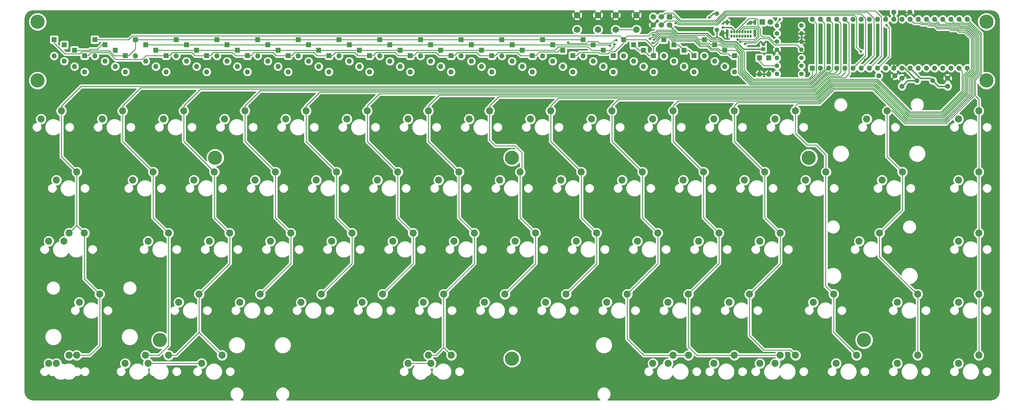
<source format=gbr>
G04 #@! TF.GenerationSoftware,KiCad,Pcbnew,(5.0.0)*
G04 #@! TF.CreationDate,2019-09-06T23:32:38-04:00*
G04 #@! TF.ProjectId,discipline-pcb,6469736369706C696E652D7063622E6B,rev?*
G04 #@! TF.SameCoordinates,Original*
G04 #@! TF.FileFunction,Copper,L2,Bot,Signal*
G04 #@! TF.FilePolarity,Positive*
%FSLAX46Y46*%
G04 Gerber Fmt 4.6, Leading zero omitted, Abs format (unit mm)*
G04 Created by KiCad (PCBNEW (5.0.0)) date 09/06/19 23:32:38*
%MOMM*%
%LPD*%
G01*
G04 APERTURE LIST*
G04 #@! TA.AperFunction,ComponentPad*
%ADD10R,1.700000X1.700000*%
G04 #@! TD*
G04 #@! TA.AperFunction,ComponentPad*
%ADD11C,1.700000*%
G04 #@! TD*
G04 #@! TA.AperFunction,ComponentPad*
%ADD12C,1.400000*%
G04 #@! TD*
G04 #@! TA.AperFunction,ComponentPad*
%ADD13O,0.650000X1.000000*%
G04 #@! TD*
G04 #@! TA.AperFunction,ComponentPad*
%ADD14O,0.900000X2.400000*%
G04 #@! TD*
G04 #@! TA.AperFunction,ComponentPad*
%ADD15O,0.900000X1.700000*%
G04 #@! TD*
G04 #@! TA.AperFunction,ComponentPad*
%ADD16O,1.600000X1.600000*%
G04 #@! TD*
G04 #@! TA.AperFunction,ComponentPad*
%ADD17R,1.600000X1.600000*%
G04 #@! TD*
G04 #@! TA.AperFunction,ComponentPad*
%ADD18C,2.000000*%
G04 #@! TD*
G04 #@! TA.AperFunction,ComponentPad*
%ADD19C,1.600000*%
G04 #@! TD*
G04 #@! TA.AperFunction,ComponentPad*
%ADD20O,1.400000X1.400000*%
G04 #@! TD*
G04 #@! TA.AperFunction,ComponentPad*
%ADD21C,2.200000*%
G04 #@! TD*
G04 #@! TA.AperFunction,ComponentPad*
%ADD22C,4.400000*%
G04 #@! TD*
G04 #@! TA.AperFunction,ComponentPad*
%ADD23C,1.500000*%
G04 #@! TD*
G04 #@! TA.AperFunction,ComponentPad*
%ADD24R,1.200000X1.200000*%
G04 #@! TD*
G04 #@! TA.AperFunction,ComponentPad*
%ADD25C,1.200000*%
G04 #@! TD*
G04 #@! TA.AperFunction,ComponentPad*
%ADD26C,1.800000*%
G04 #@! TD*
G04 #@! TA.AperFunction,ComponentPad*
%ADD27R,1.800000X1.800000*%
G04 #@! TD*
G04 #@! TA.AperFunction,ViaPad*
%ADD28C,0.800000*%
G04 #@! TD*
G04 #@! TA.AperFunction,Conductor*
%ADD29C,0.400000*%
G04 #@! TD*
G04 #@! TA.AperFunction,Conductor*
%ADD30C,0.250000*%
G04 #@! TD*
G04 #@! TA.AperFunction,Conductor*
%ADD31C,0.254000*%
G04 #@! TD*
G04 APERTURE END LIST*
D10*
G04 #@! TO.P,J1,1*
G04 #@! TO.N,MISO*
X262070364Y-55598500D03*
D11*
G04 #@! TO.P,J1,2*
G04 #@! TO.N,+5V*
X262070364Y-58138500D03*
G04 #@! TO.P,J1,3*
G04 #@! TO.N,SCK*
X259530364Y-55598500D03*
G04 #@! TO.P,J1,4*
G04 #@! TO.N,MOSI*
X259530364Y-58138500D03*
G04 #@! TO.P,J1,5*
G04 #@! TO.N,reset*
X256990364Y-55598500D03*
G04 #@! TO.P,J1,6*
G04 #@! TO.N,GND*
X256990364Y-58138500D03*
G04 #@! TD*
D12*
G04 #@! TO.P,F1,2*
G04 #@! TO.N,VCC*
X276824148Y-54598468D03*
G04 #@! TO.P,F1,1*
G04 #@! TO.N,+5V*
X276824148Y-59698468D03*
G04 #@! TD*
D13*
G04 #@! TO.P,USB1,A5*
G04 #@! TO.N,Net-(R1-Pad2)*
X285600002Y-61638652D03*
G04 #@! TO.P,USB1,A1*
G04 #@! TO.N,GND*
X287300002Y-61638652D03*
G04 #@! TO.P,USB1,A4*
G04 #@! TO.N,VCC*
X286450002Y-61638652D03*
G04 #@! TO.P,USB1,A6*
G04 #@! TO.N,Net-(D70-Pad1)*
X284750002Y-61638652D03*
G04 #@! TO.P,USB1,A7*
G04 #@! TO.N,Net-(D69-Pad1)*
X283900002Y-61638652D03*
G04 #@! TO.P,USB1,A8*
G04 #@! TO.N,Net-(USB1-PadA8)*
X283050002Y-61638652D03*
G04 #@! TO.P,USB1,A9*
G04 #@! TO.N,VCC*
X282200002Y-61638652D03*
G04 #@! TO.P,USB1,A12*
G04 #@! TO.N,GND*
X281350002Y-61638652D03*
G04 #@! TO.P,USB1,B12*
X287300002Y-60313652D03*
G04 #@! TO.P,USB1,B9*
G04 #@! TO.N,VCC*
X286445002Y-60313652D03*
G04 #@! TO.P,USB1,B8*
G04 #@! TO.N,Net-(USB1-PadB8)*
X285595002Y-60313652D03*
G04 #@! TO.P,USB1,B7*
G04 #@! TO.N,Net-(D69-Pad1)*
X284745002Y-60313652D03*
G04 #@! TO.P,USB1,B6*
G04 #@! TO.N,Net-(D70-Pad1)*
X283895002Y-60313652D03*
G04 #@! TO.P,USB1,B5*
G04 #@! TO.N,Net-(R2-Pad1)*
X283045002Y-60313652D03*
G04 #@! TO.P,USB1,B4*
G04 #@! TO.N,VCC*
X282195002Y-60313652D03*
G04 #@! TO.P,USB1,B1*
G04 #@! TO.N,GND*
X281345002Y-60313652D03*
D14*
G04 #@! TO.P,USB1,S1*
X288650002Y-60658652D03*
X280000002Y-60658652D03*
D15*
X288650002Y-57278652D03*
X280000002Y-57278652D03*
G04 #@! TD*
D16*
G04 #@! TO.P,D1,2*
G04 #@! TO.N,Net-(D1-Pad2)*
X70376818Y-67803242D03*
D17*
G04 #@! TO.P,D1,1*
G04 #@! TO.N,row0*
X70376818Y-62723242D03*
G04 #@! TD*
D16*
G04 #@! TO.P,D45,2*
G04 #@! TO.N,Net-(D45-Pad2)*
X79885207Y-72763829D03*
D17*
G04 #@! TO.P,D45,1*
G04 #@! TO.N,row3*
X79885207Y-67683829D03*
G04 #@! TD*
D16*
G04 #@! TO.P,D2,2*
G04 #@! TO.N,Net-(D2-Pad2)*
X92563059Y-72763829D03*
D17*
G04 #@! TO.P,D2,1*
G04 #@! TO.N,row0*
X92563059Y-67683829D03*
G04 #@! TD*
D16*
G04 #@! TO.P,D3,2*
G04 #@! TO.N,Net-(D3-Pad2)*
X95732522Y-67803242D03*
D17*
G04 #@! TO.P,D3,1*
G04 #@! TO.N,row0*
X95732522Y-62723242D03*
G04 #@! TD*
D16*
G04 #@! TO.P,D4,2*
G04 #@! TO.N,Net-(D4-Pad2)*
X108410374Y-67803242D03*
D17*
G04 #@! TO.P,D4,1*
G04 #@! TO.N,row0*
X108410374Y-62723242D03*
G04 #@! TD*
D16*
G04 #@! TO.P,D5,2*
G04 #@! TO.N,Net-(D5-Pad2)*
X121088226Y-67803242D03*
D17*
G04 #@! TO.P,D5,1*
G04 #@! TO.N,row0*
X121088226Y-62723242D03*
G04 #@! TD*
D16*
G04 #@! TO.P,D6,2*
G04 #@! TO.N,Net-(D6-Pad2)*
X133766078Y-67803242D03*
D17*
G04 #@! TO.P,D6,1*
G04 #@! TO.N,row0*
X133766078Y-62723242D03*
G04 #@! TD*
D16*
G04 #@! TO.P,D7,2*
G04 #@! TO.N,Net-(D7-Pad2)*
X146443930Y-67803242D03*
D17*
G04 #@! TO.P,D7,1*
G04 #@! TO.N,row0*
X146443930Y-62723242D03*
G04 #@! TD*
D16*
G04 #@! TO.P,D8,2*
G04 #@! TO.N,Net-(D8-Pad2)*
X159121782Y-67803242D03*
D17*
G04 #@! TO.P,D8,1*
G04 #@! TO.N,row0*
X159121782Y-62723242D03*
G04 #@! TD*
D16*
G04 #@! TO.P,D9,2*
G04 #@! TO.N,Net-(D9-Pad2)*
X171799634Y-67803242D03*
D17*
G04 #@! TO.P,D9,1*
G04 #@! TO.N,row0*
X171799634Y-62723242D03*
G04 #@! TD*
D16*
G04 #@! TO.P,D10,2*
G04 #@! TO.N,Net-(D10-Pad2)*
X184477486Y-67803242D03*
D17*
G04 #@! TO.P,D10,1*
G04 #@! TO.N,row0*
X184477486Y-62723242D03*
G04 #@! TD*
D16*
G04 #@! TO.P,D11,2*
G04 #@! TO.N,Net-(D11-Pad2)*
X197155338Y-67803242D03*
D17*
G04 #@! TO.P,D11,1*
G04 #@! TO.N,row0*
X197155338Y-62723242D03*
G04 #@! TD*
D16*
G04 #@! TO.P,D12,2*
G04 #@! TO.N,Net-(D12-Pad2)*
X209833190Y-67803242D03*
D17*
G04 #@! TO.P,D12,1*
G04 #@! TO.N,row0*
X209833190Y-62723242D03*
G04 #@! TD*
D16*
G04 #@! TO.P,D13,2*
G04 #@! TO.N,Net-(D13-Pad2)*
X222511042Y-67803242D03*
D17*
G04 #@! TO.P,D13,1*
G04 #@! TO.N,row0*
X222511042Y-62723242D03*
G04 #@! TD*
D16*
G04 #@! TO.P,D14,2*
G04 #@! TO.N,Net-(D14-Pad2)*
X235118910Y-67803242D03*
D17*
G04 #@! TO.P,D14,1*
G04 #@! TO.N,row0*
X235118910Y-62723242D03*
G04 #@! TD*
D16*
G04 #@! TO.P,D15,2*
G04 #@! TO.N,Net-(D15-Pad2)*
X282318463Y-72763829D03*
D17*
G04 #@! TO.P,D15,1*
G04 #@! TO.N,row0*
X282318463Y-67683829D03*
G04 #@! TD*
D16*
G04 #@! TO.P,D16,2*
G04 #@! TO.N,Net-(D16-Pad2)*
X73546281Y-69456771D03*
D17*
G04 #@! TO.P,D16,1*
G04 #@! TO.N,row1*
X73546281Y-64376771D03*
G04 #@! TD*
D16*
G04 #@! TO.P,D17,2*
G04 #@! TO.N,Net-(D17-Pad2)*
X89393596Y-71110300D03*
D17*
G04 #@! TO.P,D17,1*
G04 #@! TO.N,row1*
X89393596Y-66030300D03*
G04 #@! TD*
D16*
G04 #@! TO.P,D18,2*
G04 #@! TO.N,Net-(D18-Pad2)*
X98901985Y-69456771D03*
D17*
G04 #@! TO.P,D18,1*
G04 #@! TO.N,row1*
X98901985Y-64376771D03*
G04 #@! TD*
D16*
G04 #@! TO.P,D19,2*
G04 #@! TO.N,Net-(D19-Pad2)*
X111579837Y-69456771D03*
D17*
G04 #@! TO.P,D19,1*
G04 #@! TO.N,row1*
X111579837Y-64376771D03*
G04 #@! TD*
D16*
G04 #@! TO.P,D20,2*
G04 #@! TO.N,Net-(D20-Pad2)*
X124257689Y-69456771D03*
D17*
G04 #@! TO.P,D20,1*
G04 #@! TO.N,row1*
X124257689Y-64376771D03*
G04 #@! TD*
D16*
G04 #@! TO.P,D21,2*
G04 #@! TO.N,Net-(D21-Pad2)*
X136935541Y-69456771D03*
D17*
G04 #@! TO.P,D21,1*
G04 #@! TO.N,row1*
X136935541Y-64376771D03*
G04 #@! TD*
D16*
G04 #@! TO.P,D22,2*
G04 #@! TO.N,Net-(D22-Pad2)*
X149613393Y-69456771D03*
D17*
G04 #@! TO.P,D22,1*
G04 #@! TO.N,row1*
X149613393Y-64376771D03*
G04 #@! TD*
D16*
G04 #@! TO.P,D23,2*
G04 #@! TO.N,Net-(D23-Pad2)*
X162291245Y-69456771D03*
D17*
G04 #@! TO.P,D23,1*
G04 #@! TO.N,row1*
X162291245Y-64376771D03*
G04 #@! TD*
D16*
G04 #@! TO.P,D24,2*
G04 #@! TO.N,Net-(D24-Pad2)*
X174969097Y-69456771D03*
D17*
G04 #@! TO.P,D24,1*
G04 #@! TO.N,row1*
X174969097Y-64376771D03*
G04 #@! TD*
D16*
G04 #@! TO.P,D25,2*
G04 #@! TO.N,Net-(D25-Pad2)*
X187646949Y-69456771D03*
D17*
G04 #@! TO.P,D25,1*
G04 #@! TO.N,row1*
X187646949Y-64376771D03*
G04 #@! TD*
D16*
G04 #@! TO.P,D26,2*
G04 #@! TO.N,Net-(D26-Pad2)*
X200324801Y-69456771D03*
D17*
G04 #@! TO.P,D26,1*
G04 #@! TO.N,row1*
X200324801Y-64376771D03*
G04 #@! TD*
D16*
G04 #@! TO.P,D27,2*
G04 #@! TO.N,Net-(D27-Pad2)*
X213002653Y-69456771D03*
D17*
G04 #@! TO.P,D27,1*
G04 #@! TO.N,row1*
X213002653Y-64376771D03*
G04 #@! TD*
D16*
G04 #@! TO.P,D28,2*
G04 #@! TO.N,Net-(D28-Pad2)*
X225663009Y-69456771D03*
D17*
G04 #@! TO.P,D28,1*
G04 #@! TO.N,row1*
X225663009Y-64376771D03*
G04 #@! TD*
D16*
G04 #@! TO.P,D29,2*
G04 #@! TO.N,Net-(D29-Pad2)*
X238269683Y-69456771D03*
D17*
G04 #@! TO.P,D29,1*
G04 #@! TO.N,row1*
X238269683Y-64376771D03*
G04 #@! TD*
D16*
G04 #@! TO.P,D30,2*
G04 #@! TO.N,Net-(D30-Pad2)*
X279229739Y-71110300D03*
D17*
G04 #@! TO.P,D30,1*
G04 #@! TO.N,row1*
X279229739Y-66030300D03*
G04 #@! TD*
D16*
G04 #@! TO.P,D31,2*
G04 #@! TO.N,Net-(D31-Pad2)*
X76715744Y-71110300D03*
D17*
G04 #@! TO.P,D31,1*
G04 #@! TO.N,row2*
X76715744Y-66030300D03*
G04 #@! TD*
D16*
G04 #@! TO.P,D32,2*
G04 #@! TO.N,Net-(D32-Pad2)*
X86224133Y-69456771D03*
D17*
G04 #@! TO.P,D32,1*
G04 #@! TO.N,row2*
X86224133Y-64376771D03*
G04 #@! TD*
D16*
G04 #@! TO.P,D33,2*
G04 #@! TO.N,Net-(D33-Pad2)*
X102071448Y-71110300D03*
D17*
G04 #@! TO.P,D33,1*
G04 #@! TO.N,row2*
X102071448Y-66030300D03*
G04 #@! TD*
D16*
G04 #@! TO.P,D34,2*
G04 #@! TO.N,Net-(D34-Pad2)*
X114749300Y-71110300D03*
D17*
G04 #@! TO.P,D34,1*
G04 #@! TO.N,row2*
X114749300Y-66030300D03*
G04 #@! TD*
D16*
G04 #@! TO.P,D35,2*
G04 #@! TO.N,Net-(D35-Pad2)*
X127427152Y-71110300D03*
D17*
G04 #@! TO.P,D35,1*
G04 #@! TO.N,row2*
X127427152Y-66030300D03*
G04 #@! TD*
D16*
G04 #@! TO.P,D36,2*
G04 #@! TO.N,Net-(D36-Pad2)*
X140105004Y-71110300D03*
D17*
G04 #@! TO.P,D36,1*
G04 #@! TO.N,row2*
X140105004Y-66030300D03*
G04 #@! TD*
D16*
G04 #@! TO.P,D37,2*
G04 #@! TO.N,Net-(D37-Pad2)*
X152782856Y-71110300D03*
D17*
G04 #@! TO.P,D37,1*
G04 #@! TO.N,row2*
X152782856Y-66030300D03*
G04 #@! TD*
D16*
G04 #@! TO.P,D38,2*
G04 #@! TO.N,Net-(D38-Pad2)*
X165460708Y-71110300D03*
D17*
G04 #@! TO.P,D38,1*
G04 #@! TO.N,row2*
X165460708Y-66030300D03*
G04 #@! TD*
D16*
G04 #@! TO.P,D39,2*
G04 #@! TO.N,Net-(D39-Pad2)*
X178138560Y-71110300D03*
D17*
G04 #@! TO.P,D39,1*
G04 #@! TO.N,row2*
X178138560Y-66030300D03*
G04 #@! TD*
D16*
G04 #@! TO.P,D40,2*
G04 #@! TO.N,Net-(D40-Pad2)*
X190816412Y-71110300D03*
D17*
G04 #@! TO.P,D40,1*
G04 #@! TO.N,row2*
X190816412Y-66030300D03*
G04 #@! TD*
D16*
G04 #@! TO.P,D41,2*
G04 #@! TO.N,Net-(D41-Pad2)*
X203494264Y-71110300D03*
D17*
G04 #@! TO.P,D41,1*
G04 #@! TO.N,row2*
X203494264Y-66030300D03*
G04 #@! TD*
D16*
G04 #@! TO.P,D42,2*
G04 #@! TO.N,Net-(D42-Pad2)*
X216172116Y-71110300D03*
D17*
G04 #@! TO.P,D42,1*
G04 #@! TO.N,row2*
X216172116Y-66030300D03*
G04 #@! TD*
D16*
G04 #@! TO.P,D43,2*
G04 #@! TO.N,Net-(D43-Pad2)*
X241420456Y-71110300D03*
D17*
G04 #@! TO.P,D43,1*
G04 #@! TO.N,row2*
X241420456Y-66030300D03*
G04 #@! TD*
D16*
G04 #@! TO.P,D44,2*
G04 #@! TO.N,Net-(D44-Pad2)*
X276141015Y-69456771D03*
D17*
G04 #@! TO.P,D44,1*
G04 #@! TO.N,row2*
X276141015Y-64376771D03*
G04 #@! TD*
D16*
G04 #@! TO.P,D46,2*
G04 #@! TO.N,Net-(D46-Pad2)*
X105240911Y-72763829D03*
D17*
G04 #@! TO.P,D46,1*
G04 #@! TO.N,row3*
X105240911Y-67683829D03*
G04 #@! TD*
D16*
G04 #@! TO.P,D47,2*
G04 #@! TO.N,Net-(D47-Pad2)*
X117918763Y-72763829D03*
D17*
G04 #@! TO.P,D47,1*
G04 #@! TO.N,row3*
X117918763Y-67683829D03*
G04 #@! TD*
D16*
G04 #@! TO.P,D48,2*
G04 #@! TO.N,Net-(D48-Pad2)*
X130596615Y-72763829D03*
D17*
G04 #@! TO.P,D48,1*
G04 #@! TO.N,row3*
X130596615Y-67683829D03*
G04 #@! TD*
D16*
G04 #@! TO.P,D49,2*
G04 #@! TO.N,Net-(D49-Pad2)*
X143274467Y-72763829D03*
D17*
G04 #@! TO.P,D49,1*
G04 #@! TO.N,row3*
X143274467Y-67683829D03*
G04 #@! TD*
D16*
G04 #@! TO.P,D50,2*
G04 #@! TO.N,Net-(D50-Pad2)*
X155952319Y-72763829D03*
D17*
G04 #@! TO.P,D50,1*
G04 #@! TO.N,row3*
X155952319Y-67683829D03*
G04 #@! TD*
D16*
G04 #@! TO.P,D51,2*
G04 #@! TO.N,Net-(D51-Pad2)*
X168630171Y-72763829D03*
D17*
G04 #@! TO.P,D51,1*
G04 #@! TO.N,row3*
X168630171Y-67683829D03*
G04 #@! TD*
D16*
G04 #@! TO.P,D52,2*
G04 #@! TO.N,Net-(D52-Pad2)*
X181308023Y-72763829D03*
D17*
G04 #@! TO.P,D52,1*
G04 #@! TO.N,row3*
X181308023Y-67683829D03*
G04 #@! TD*
D16*
G04 #@! TO.P,D53,2*
G04 #@! TO.N,Net-(D53-Pad2)*
X193985875Y-72763829D03*
D17*
G04 #@! TO.P,D53,1*
G04 #@! TO.N,row3*
X193985875Y-67683829D03*
G04 #@! TD*
D16*
G04 #@! TO.P,D54,2*
G04 #@! TO.N,Net-(D54-Pad2)*
X206663727Y-72763829D03*
D17*
G04 #@! TO.P,D54,1*
G04 #@! TO.N,row3*
X206663727Y-67683829D03*
G04 #@! TD*
D16*
G04 #@! TO.P,D55,2*
G04 #@! TO.N,Net-(D55-Pad2)*
X219341579Y-72763829D03*
D17*
G04 #@! TO.P,D55,1*
G04 #@! TO.N,row3*
X219341579Y-67683829D03*
G04 #@! TD*
D16*
G04 #@! TO.P,D56,2*
G04 #@! TO.N,Net-(D56-Pad2)*
X228814976Y-71110300D03*
D17*
G04 #@! TO.P,D56,1*
G04 #@! TO.N,row3*
X228814976Y-66030300D03*
G04 #@! TD*
D16*
G04 #@! TO.P,D57,2*
G04 #@! TO.N,Net-(D57-Pad2)*
X244571229Y-72763829D03*
D17*
G04 #@! TO.P,D57,1*
G04 #@! TO.N,row3*
X244571229Y-67683829D03*
G04 #@! TD*
D16*
G04 #@! TO.P,D58,2*
G04 #@! TO.N,Net-(D58-Pad2)*
X272866140Y-67803242D03*
D17*
G04 #@! TO.P,D58,1*
G04 #@! TO.N,row3*
X272866140Y-62723242D03*
G04 #@! TD*
D16*
G04 #@! TO.P,D59,2*
G04 #@! TO.N,Net-(D59-Pad2)*
X266564592Y-71110300D03*
D17*
G04 #@! TO.P,D59,1*
G04 #@! TO.N,row4*
X266564592Y-66030300D03*
G04 #@! TD*
D16*
G04 #@! TO.P,D60,2*
G04 #@! TO.N,Net-(D60-Pad2)*
X83054670Y-67803242D03*
D17*
G04 #@! TO.P,D60,1*
G04 #@! TO.N,row4*
X83054670Y-62723242D03*
G04 #@! TD*
D16*
G04 #@! TO.P,D61,2*
G04 #@! TO.N,Net-(D61-Pad2)*
X263413818Y-69456771D03*
D17*
G04 #@! TO.P,D61,1*
G04 #@! TO.N,row4*
X263413818Y-64376771D03*
G04 #@! TD*
D16*
G04 #@! TO.P,D62,2*
G04 #@! TO.N,Net-(D62-Pad2)*
X260263045Y-67803242D03*
D17*
G04 #@! TO.P,D62,1*
G04 #@! TO.N,row4*
X260263045Y-62723242D03*
G04 #@! TD*
D16*
G04 #@! TO.P,D63,2*
G04 #@! TO.N,Net-(D63-Pad2)*
X257112272Y-72763829D03*
D17*
G04 #@! TO.P,D63,1*
G04 #@! TO.N,row4*
X257112272Y-67683829D03*
G04 #@! TD*
D16*
G04 #@! TO.P,D64,2*
G04 #@! TO.N,Net-(D64-Pad2)*
X231966943Y-72763829D03*
D17*
G04 #@! TO.P,D64,1*
G04 #@! TO.N,row4*
X231966943Y-67683829D03*
G04 #@! TD*
D16*
G04 #@! TO.P,D65,2*
G04 #@! TO.N,Net-(D65-Pad2)*
X250872775Y-69456771D03*
D17*
G04 #@! TO.P,D65,1*
G04 #@! TO.N,row4*
X250872775Y-64376771D03*
G04 #@! TD*
D16*
G04 #@! TO.P,D66,2*
G04 #@! TO.N,Net-(D66-Pad2)*
X247722002Y-67803242D03*
D17*
G04 #@! TO.P,D66,1*
G04 #@! TO.N,row4*
X247722002Y-62723242D03*
G04 #@! TD*
D16*
G04 #@! TO.P,D67,2*
G04 #@! TO.N,Net-(D67-Pad2)*
X269715366Y-72763829D03*
D17*
G04 #@! TO.P,D67,1*
G04 #@! TO.N,row4*
X269715366Y-67683829D03*
G04 #@! TD*
D16*
G04 #@! TO.P,D68,2*
G04 #@! TO.N,Net-(D68-Pad2)*
X253961499Y-71110300D03*
D17*
G04 #@! TO.P,D68,1*
G04 #@! TO.N,row4*
X253961499Y-66030300D03*
G04 #@! TD*
D16*
G04 #@! TO.P,D69,2*
G04 #@! TO.N,GND*
X292951516Y-73489826D03*
D17*
G04 #@! TO.P,D69,1*
G04 #@! TO.N,Net-(D69-Pad1)*
X292951516Y-68409826D03*
G04 #@! TD*
D16*
G04 #@! TO.P,D70,2*
G04 #@! TO.N,GND*
X290081844Y-73489826D03*
D17*
G04 #@! TO.P,D70,1*
G04 #@! TO.N,Net-(D70-Pad1)*
X290081844Y-68409826D03*
G04 #@! TD*
D18*
G04 #@! TO.P,BOOT1,2*
G04 #@! TO.N,boot*
X245262266Y-59583704D03*
G04 #@! TO.P,BOOT1,1*
G04 #@! TO.N,GND*
X245262266Y-55083704D03*
G04 #@! TO.P,BOOT1,2*
G04 #@! TO.N,boot*
X251762266Y-59583704D03*
G04 #@! TO.P,BOOT1,1*
G04 #@! TO.N,GND*
X251762266Y-55083704D03*
G04 #@! TD*
D19*
G04 #@! TO.P,C4,2*
G04 #@! TO.N,GND*
X336902064Y-54173808D03*
G04 #@! TO.P,C4,1*
G04 #@! TO.N,+5V*
X331902064Y-54173808D03*
G04 #@! TD*
G04 #@! TO.P,C5,2*
G04 #@! TO.N,GND*
X332247596Y-73964046D03*
G04 #@! TO.P,C5,1*
G04 #@! TO.N,+5V*
X327247596Y-73964046D03*
G04 #@! TD*
D17*
G04 #@! TO.P,U1,1*
G04 #@! TO.N,row4*
X306529964Y-71636812D03*
D16*
G04 #@! TO.P,U1,21*
G04 #@! TO.N,col14*
X354789964Y-56396812D03*
G04 #@! TO.P,U1,2*
G04 #@! TO.N,row2*
X309069964Y-71636812D03*
G04 #@! TO.P,U1,22*
G04 #@! TO.N,col13*
X352249964Y-56396812D03*
G04 #@! TO.P,U1,3*
G04 #@! TO.N,row0*
X311609964Y-71636812D03*
G04 #@! TO.P,U1,23*
G04 #@! TO.N,col12*
X349709964Y-56396812D03*
G04 #@! TO.P,U1,4*
G04 #@! TO.N,col1*
X314149964Y-71636812D03*
G04 #@! TO.P,U1,24*
G04 #@! TO.N,col11*
X347169964Y-56396812D03*
G04 #@! TO.P,U1,5*
G04 #@! TO.N,col3*
X316689964Y-71636812D03*
G04 #@! TO.P,U1,25*
G04 #@! TO.N,col10*
X344629964Y-56396812D03*
G04 #@! TO.P,U1,6*
G04 #@! TO.N,MOSI*
X319229964Y-71636812D03*
G04 #@! TO.P,U1,26*
G04 #@! TO.N,col9*
X342089964Y-56396812D03*
G04 #@! TO.P,U1,7*
G04 #@! TO.N,MISO*
X321769964Y-71636812D03*
G04 #@! TO.P,U1,27*
G04 #@! TO.N,col8*
X339549964Y-56396812D03*
G04 #@! TO.P,U1,8*
G04 #@! TO.N,SCK*
X324309964Y-71636812D03*
G04 #@! TO.P,U1,28*
G04 #@! TO.N,col7*
X337009964Y-56396812D03*
G04 #@! TO.P,U1,9*
G04 #@! TO.N,reset*
X326849964Y-71636812D03*
G04 #@! TO.P,U1,29*
G04 #@! TO.N,Net-(U1-Pad29)*
X334469964Y-56396812D03*
G04 #@! TO.P,U1,10*
G04 #@! TO.N,+5V*
X329389964Y-71636812D03*
G04 #@! TO.P,U1,30*
X331929964Y-56396812D03*
G04 #@! TO.P,U1,11*
G04 #@! TO.N,GND*
X331929964Y-71636812D03*
G04 #@! TO.P,U1,31*
X329389964Y-56396812D03*
G04 #@! TO.P,U1,12*
G04 #@! TO.N,Net-(C2-Pad1)*
X334469964Y-71636812D03*
G04 #@! TO.P,U1,32*
G04 #@! TO.N,Net-(U1-Pad32)*
X326849964Y-56396812D03*
G04 #@! TO.P,U1,13*
G04 #@! TO.N,Net-(C1-Pad1)*
X337009964Y-71636812D03*
G04 #@! TO.P,U1,33*
G04 #@! TO.N,Net-(U1-Pad33)*
X324309964Y-56396812D03*
G04 #@! TO.P,U1,14*
G04 #@! TO.N,Net-(U1-Pad14)*
X339549964Y-71636812D03*
G04 #@! TO.P,U1,34*
G04 #@! TO.N,Net-(U1-Pad34)*
X321769964Y-56396812D03*
G04 #@! TO.P,U1,15*
G04 #@! TO.N,boot_led*
X342089964Y-71636812D03*
G04 #@! TO.P,U1,35*
G04 #@! TO.N,Net-(U1-Pad35)*
X319229964Y-56396812D03*
G04 #@! TO.P,U1,16*
G04 #@! TO.N,D+*
X344629964Y-71636812D03*
G04 #@! TO.P,U1,36*
G04 #@! TO.N,col4*
X316689964Y-56396812D03*
G04 #@! TO.P,U1,17*
G04 #@! TO.N,D-*
X347169964Y-71636812D03*
G04 #@! TO.P,U1,37*
G04 #@! TO.N,col2*
X314149964Y-56396812D03*
G04 #@! TO.P,U1,18*
G04 #@! TO.N,boot*
X349709964Y-71636812D03*
G04 #@! TO.P,U1,38*
G04 #@! TO.N,col0*
X311609964Y-56396812D03*
G04 #@! TO.P,U1,19*
G04 #@! TO.N,col5*
X352249964Y-71636812D03*
G04 #@! TO.P,U1,39*
G04 #@! TO.N,row1*
X309069964Y-56396812D03*
G04 #@! TO.P,U1,20*
G04 #@! TO.N,col6*
X354789964Y-71636812D03*
G04 #@! TO.P,U1,40*
G04 #@! TO.N,row3*
X306529964Y-56396812D03*
G04 #@! TD*
D12*
G04 #@! TO.P,R4,1*
G04 #@! TO.N,D+*
X303152850Y-70893147D03*
D20*
G04 #@! TO.P,R4,2*
G04 #@! TO.N,Net-(D70-Pad1)*
X295532850Y-70893147D03*
G04 #@! TD*
G04 #@! TO.P,R3,2*
G04 #@! TO.N,Net-(D69-Pad1)*
X295532850Y-68399682D03*
D12*
G04 #@! TO.P,R3,1*
G04 #@! TO.N,D-*
X303152850Y-68399682D03*
G04 #@! TD*
G04 #@! TO.P,R5,1*
G04 #@! TO.N,+5V*
X303152850Y-73386612D03*
D20*
G04 #@! TO.P,R5,2*
G04 #@! TO.N,Net-(D69-Pad1)*
X295532850Y-73386612D03*
G04 #@! TD*
G04 #@! TO.P,R1,2*
G04 #@! TO.N,Net-(R1-Pad2)*
X303152850Y-65827841D03*
D12*
G04 #@! TO.P,R1,1*
G04 #@! TO.N,GND*
X295532850Y-65827841D03*
G04 #@! TD*
D20*
G04 #@! TO.P,R2,2*
G04 #@! TO.N,GND*
X303152850Y-63308129D03*
D12*
G04 #@! TO.P,R2,1*
G04 #@! TO.N,Net-(R2-Pad1)*
X295532850Y-63308129D03*
G04 #@! TD*
D21*
G04 #@! TO.P,SW64,2*
G04 #@! TO.N,Net-(D64-Pad2)*
X275892740Y-163681380D03*
G04 #@! TO.P,SW64,1*
G04 #@! TO.N,col10*
X282242740Y-161141380D03*
G04 #@! TD*
G04 #@! TO.P,SW63,2*
G04 #@! TO.N,Net-(D63-Pad2)*
X256837418Y-163681380D03*
G04 #@! TO.P,SW63,1*
G04 #@! TO.N,col9*
X263187418Y-161141380D03*
G04 #@! TD*
G04 #@! TO.P,SW61,2*
G04 #@! TO.N,Net-(D61-Pad2)*
X99669565Y-163677449D03*
G04 #@! TO.P,SW61,1*
G04 #@! TO.N,col2*
X106019565Y-161137449D03*
G04 #@! TD*
G04 #@! TO.P,SW59,2*
G04 #@! TO.N,Net-(D59-Pad2)*
X71070234Y-163677449D03*
G04 #@! TO.P,SW59,1*
G04 #@! TO.N,col0*
X77420234Y-161137449D03*
G04 #@! TD*
G04 #@! TO.P,SW31,2*
G04 #@! TO.N,Net-(D31-Pad2)*
X68689084Y-125581380D03*
G04 #@! TO.P,SW31,1*
G04 #@! TO.N,col0*
X75039084Y-123041380D03*
G04 #@! TD*
D22*
G04 #@! TO.P,REF\002A\002A,1*
G04 #@! TO.N,N/C*
X212989879Y-162205740D03*
G04 #@! TD*
D21*
G04 #@! TO.P,SW62,2*
G04 #@! TO.N,Net-(D62-Pad2)*
X180634107Y-163689270D03*
G04 #@! TO.P,SW62,1*
G04 #@! TO.N,col6*
X186984107Y-161149270D03*
G04 #@! TD*
G04 #@! TO.P,SW63,2*
G04 #@! TO.N,Net-(D63-Pad2)*
X261610470Y-163681380D03*
G04 #@! TO.P,SW63,1*
G04 #@! TO.N,col9*
X267960470Y-161141380D03*
G04 #@! TD*
G04 #@! TO.P,SW64,2*
G04 #@! TO.N,Net-(D64-Pad2)*
X290166662Y-163681380D03*
G04 #@! TO.P,SW64,1*
G04 #@! TO.N,col10*
X296516662Y-161141380D03*
G04 #@! TD*
D22*
G04 #@! TO.P,REF\002A\002A,1*
G04 #@! TO.N,N/C*
X212989879Y-99550624D03*
G04 #@! TD*
G04 #@! TO.P,REF\002A\002A,1*
G04 #@! TO.N,N/C*
X305448502Y-99550624D03*
G04 #@! TD*
G04 #@! TO.P,REF\002A\002A,1*
G04 #@! TO.N,N/C*
X120531257Y-99550624D03*
G04 #@! TD*
G04 #@! TO.P,REF\002A\002A,1*
G04 #@! TO.N,N/C*
X322637337Y-156394590D03*
G04 #@! TD*
G04 #@! TO.P,REF\002A\002A,1*
G04 #@! TO.N,N/C*
X103342422Y-156394590D03*
G04 #@! TD*
G04 #@! TO.P,REF\002A\002A,1*
G04 #@! TO.N,N/C*
X360747255Y-75468873D03*
G04 #@! TD*
G04 #@! TO.P,REF\002A\002A,1*
G04 #@! TO.N,N/C*
X360747255Y-57147160D03*
G04 #@! TD*
G04 #@! TO.P,REF\002A\002A,1*
G04 #@! TO.N,N/C*
X65232504Y-57147160D03*
G04 #@! TD*
D21*
G04 #@! TO.P,SW13,1*
G04 #@! TO.N,col12*
X301257784Y-84941380D03*
G04 #@! TO.P,SW13,2*
G04 #@! TO.N,Net-(D13-Pad2)*
X294907784Y-87481380D03*
G04 #@! TD*
G04 #@! TO.P,SW19,1*
G04 #@! TO.N,col3*
X139332784Y-103991380D03*
G04 #@! TO.P,SW19,2*
G04 #@! TO.N,Net-(D19-Pad2)*
X132982784Y-106531380D03*
G04 #@! TD*
G04 #@! TO.P,SW1,1*
G04 #@! TO.N,col0*
X72657784Y-84941380D03*
G04 #@! TO.P,SW1,2*
G04 #@! TO.N,Net-(D1-Pad2)*
X66307784Y-87481380D03*
G04 #@! TD*
G04 #@! TO.P,SW2,1*
G04 #@! TO.N,col1*
X91707784Y-84941380D03*
G04 #@! TO.P,SW2,2*
G04 #@! TO.N,Net-(D2-Pad2)*
X85357784Y-87481380D03*
G04 #@! TD*
G04 #@! TO.P,SW3,1*
G04 #@! TO.N,col2*
X110757784Y-84941380D03*
G04 #@! TO.P,SW3,2*
G04 #@! TO.N,Net-(D3-Pad2)*
X104407784Y-87481380D03*
G04 #@! TD*
G04 #@! TO.P,SW4,1*
G04 #@! TO.N,col3*
X129807784Y-84941380D03*
G04 #@! TO.P,SW4,2*
G04 #@! TO.N,Net-(D4-Pad2)*
X123457784Y-87481380D03*
G04 #@! TD*
G04 #@! TO.P,SW5,1*
G04 #@! TO.N,col4*
X148857784Y-84941380D03*
G04 #@! TO.P,SW5,2*
G04 #@! TO.N,Net-(D5-Pad2)*
X142507784Y-87481380D03*
G04 #@! TD*
G04 #@! TO.P,SW6,2*
G04 #@! TO.N,Net-(D6-Pad2)*
X161557784Y-87481380D03*
G04 #@! TO.P,SW6,1*
G04 #@! TO.N,col5*
X167907784Y-84941380D03*
G04 #@! TD*
G04 #@! TO.P,SW7,2*
G04 #@! TO.N,Net-(D7-Pad2)*
X180607784Y-87481380D03*
G04 #@! TO.P,SW7,1*
G04 #@! TO.N,col6*
X186957784Y-84941380D03*
G04 #@! TD*
G04 #@! TO.P,SW8,2*
G04 #@! TO.N,Net-(D8-Pad2)*
X199657784Y-87481380D03*
G04 #@! TO.P,SW8,1*
G04 #@! TO.N,col7*
X206007784Y-84941380D03*
G04 #@! TD*
G04 #@! TO.P,SW9,2*
G04 #@! TO.N,Net-(D9-Pad2)*
X218707784Y-87481380D03*
G04 #@! TO.P,SW9,1*
G04 #@! TO.N,col8*
X225057784Y-84941380D03*
G04 #@! TD*
G04 #@! TO.P,SW10,1*
G04 #@! TO.N,col9*
X244107784Y-84941380D03*
G04 #@! TO.P,SW10,2*
G04 #@! TO.N,Net-(D10-Pad2)*
X237757784Y-87481380D03*
G04 #@! TD*
G04 #@! TO.P,SW11,2*
G04 #@! TO.N,Net-(D11-Pad2)*
X256807784Y-87481380D03*
G04 #@! TO.P,SW11,1*
G04 #@! TO.N,col10*
X263157784Y-84941380D03*
G04 #@! TD*
G04 #@! TO.P,SW12,2*
G04 #@! TO.N,Net-(D12-Pad2)*
X275857784Y-87481380D03*
G04 #@! TO.P,SW12,1*
G04 #@! TO.N,col11*
X282207784Y-84941380D03*
G04 #@! TD*
G04 #@! TO.P,SW15,1*
G04 #@! TO.N,col14*
X358407784Y-84941380D03*
G04 #@! TO.P,SW15,2*
G04 #@! TO.N,Net-(D15-Pad2)*
X352057784Y-87481380D03*
G04 #@! TD*
G04 #@! TO.P,SW17,1*
G04 #@! TO.N,col1*
X101232784Y-103991380D03*
G04 #@! TO.P,SW17,2*
G04 #@! TO.N,Net-(D17-Pad2)*
X94882784Y-106531380D03*
G04 #@! TD*
G04 #@! TO.P,SW18,2*
G04 #@! TO.N,Net-(D18-Pad2)*
X113932784Y-106531380D03*
G04 #@! TO.P,SW18,1*
G04 #@! TO.N,col2*
X120282784Y-103991380D03*
G04 #@! TD*
G04 #@! TO.P,SW20,2*
G04 #@! TO.N,Net-(D20-Pad2)*
X152032784Y-106531380D03*
G04 #@! TO.P,SW20,1*
G04 #@! TO.N,col4*
X158382784Y-103991380D03*
G04 #@! TD*
G04 #@! TO.P,SW21,2*
G04 #@! TO.N,Net-(D21-Pad2)*
X171082784Y-106531380D03*
G04 #@! TO.P,SW21,1*
G04 #@! TO.N,col5*
X177432784Y-103991380D03*
G04 #@! TD*
G04 #@! TO.P,SW22,1*
G04 #@! TO.N,col6*
X196482784Y-103991380D03*
G04 #@! TO.P,SW22,2*
G04 #@! TO.N,Net-(D22-Pad2)*
X190132784Y-106531380D03*
G04 #@! TD*
G04 #@! TO.P,SW23,1*
G04 #@! TO.N,col7*
X215532784Y-103991380D03*
G04 #@! TO.P,SW23,2*
G04 #@! TO.N,Net-(D23-Pad2)*
X209182784Y-106531380D03*
G04 #@! TD*
G04 #@! TO.P,SW24,1*
G04 #@! TO.N,col8*
X234582784Y-103991380D03*
G04 #@! TO.P,SW24,2*
G04 #@! TO.N,Net-(D24-Pad2)*
X228232784Y-106531380D03*
G04 #@! TD*
G04 #@! TO.P,SW25,1*
G04 #@! TO.N,col9*
X253632784Y-103991380D03*
G04 #@! TO.P,SW25,2*
G04 #@! TO.N,Net-(D25-Pad2)*
X247282784Y-106531380D03*
G04 #@! TD*
G04 #@! TO.P,SW26,1*
G04 #@! TO.N,col10*
X272682784Y-103991380D03*
G04 #@! TO.P,SW26,2*
G04 #@! TO.N,Net-(D26-Pad2)*
X266332784Y-106531380D03*
G04 #@! TD*
G04 #@! TO.P,SW27,1*
G04 #@! TO.N,col11*
X291732784Y-103991380D03*
G04 #@! TO.P,SW27,2*
G04 #@! TO.N,Net-(D27-Pad2)*
X285382784Y-106531380D03*
G04 #@! TD*
G04 #@! TO.P,SW28,2*
G04 #@! TO.N,Net-(D28-Pad2)*
X304432784Y-106531380D03*
G04 #@! TO.P,SW28,1*
G04 #@! TO.N,col12*
X310782784Y-103991380D03*
G04 #@! TD*
G04 #@! TO.P,SW30,2*
G04 #@! TO.N,Net-(D30-Pad2)*
X352057784Y-106531380D03*
G04 #@! TO.P,SW30,1*
G04 #@! TO.N,col14*
X358407784Y-103991380D03*
G04 #@! TD*
G04 #@! TO.P,SW32,2*
G04 #@! TO.N,Net-(D32-Pad2)*
X99645284Y-125581380D03*
G04 #@! TO.P,SW32,1*
G04 #@! TO.N,col1*
X105995284Y-123041380D03*
G04 #@! TD*
G04 #@! TO.P,SW33,2*
G04 #@! TO.N,Net-(D33-Pad2)*
X118695284Y-125581380D03*
G04 #@! TO.P,SW33,1*
G04 #@! TO.N,col2*
X125045284Y-123041380D03*
G04 #@! TD*
G04 #@! TO.P,SW34,2*
G04 #@! TO.N,Net-(D34-Pad2)*
X137745284Y-125581380D03*
G04 #@! TO.P,SW34,1*
G04 #@! TO.N,col3*
X144095284Y-123041380D03*
G04 #@! TD*
G04 #@! TO.P,SW35,2*
G04 #@! TO.N,Net-(D35-Pad2)*
X156794784Y-125581380D03*
G04 #@! TO.P,SW35,1*
G04 #@! TO.N,col4*
X163144784Y-123041380D03*
G04 #@! TD*
G04 #@! TO.P,SW36,2*
G04 #@! TO.N,Net-(D36-Pad2)*
X175844784Y-125581380D03*
G04 #@! TO.P,SW36,1*
G04 #@! TO.N,col5*
X182194784Y-123041380D03*
G04 #@! TD*
G04 #@! TO.P,SW37,1*
G04 #@! TO.N,col6*
X201244784Y-123041380D03*
G04 #@! TO.P,SW37,2*
G04 #@! TO.N,Net-(D37-Pad2)*
X194894784Y-125581380D03*
G04 #@! TD*
G04 #@! TO.P,SW38,2*
G04 #@! TO.N,Net-(D38-Pad2)*
X213944784Y-125581380D03*
G04 #@! TO.P,SW38,1*
G04 #@! TO.N,col7*
X220294784Y-123041380D03*
G04 #@! TD*
G04 #@! TO.P,SW39,1*
G04 #@! TO.N,col8*
X239344784Y-123041380D03*
G04 #@! TO.P,SW39,2*
G04 #@! TO.N,Net-(D39-Pad2)*
X232994784Y-125581380D03*
G04 #@! TD*
G04 #@! TO.P,SW40,1*
G04 #@! TO.N,col9*
X258394784Y-123041380D03*
G04 #@! TO.P,SW40,2*
G04 #@! TO.N,Net-(D40-Pad2)*
X252044784Y-125581380D03*
G04 #@! TD*
G04 #@! TO.P,SW41,2*
G04 #@! TO.N,Net-(D41-Pad2)*
X271094784Y-125581380D03*
G04 #@! TO.P,SW41,1*
G04 #@! TO.N,col10*
X277444784Y-123041380D03*
G04 #@! TD*
G04 #@! TO.P,SW42,2*
G04 #@! TO.N,Net-(D42-Pad2)*
X290144784Y-125581380D03*
G04 #@! TO.P,SW42,1*
G04 #@! TO.N,col11*
X296494784Y-123041380D03*
G04 #@! TD*
G04 #@! TO.P,SW44,2*
G04 #@! TO.N,Net-(D44-Pad2)*
X352057784Y-125581380D03*
G04 #@! TO.P,SW44,1*
G04 #@! TO.N,col14*
X358407784Y-123041380D03*
G04 #@! TD*
G04 #@! TO.P,SW46,1*
G04 #@! TO.N,col2*
X115520284Y-142091380D03*
G04 #@! TO.P,SW46,2*
G04 #@! TO.N,Net-(D46-Pad2)*
X109170284Y-144631380D03*
G04 #@! TD*
G04 #@! TO.P,SW47,2*
G04 #@! TO.N,Net-(D47-Pad2)*
X128220284Y-144631380D03*
G04 #@! TO.P,SW47,1*
G04 #@! TO.N,col3*
X134570284Y-142091380D03*
G04 #@! TD*
G04 #@! TO.P,SW48,1*
G04 #@! TO.N,col4*
X153620284Y-142091380D03*
G04 #@! TO.P,SW48,2*
G04 #@! TO.N,Net-(D48-Pad2)*
X147270284Y-144631380D03*
G04 #@! TD*
G04 #@! TO.P,SW49,1*
G04 #@! TO.N,col5*
X172670784Y-142091380D03*
G04 #@! TO.P,SW49,2*
G04 #@! TO.N,Net-(D49-Pad2)*
X166320784Y-144631380D03*
G04 #@! TD*
G04 #@! TO.P,SW50,1*
G04 #@! TO.N,col6*
X191720784Y-142091380D03*
G04 #@! TO.P,SW50,2*
G04 #@! TO.N,Net-(D50-Pad2)*
X185370784Y-144631380D03*
G04 #@! TD*
G04 #@! TO.P,SW51,1*
G04 #@! TO.N,col7*
X210770784Y-142091380D03*
G04 #@! TO.P,SW51,2*
G04 #@! TO.N,Net-(D51-Pad2)*
X204420784Y-144631380D03*
G04 #@! TD*
G04 #@! TO.P,SW52,2*
G04 #@! TO.N,Net-(D52-Pad2)*
X223470784Y-144631380D03*
G04 #@! TO.P,SW52,1*
G04 #@! TO.N,col8*
X229820784Y-142091380D03*
G04 #@! TD*
G04 #@! TO.P,SW53,2*
G04 #@! TO.N,Net-(D53-Pad2)*
X242520784Y-144631380D03*
G04 #@! TO.P,SW53,1*
G04 #@! TO.N,col9*
X248870784Y-142091380D03*
G04 #@! TD*
G04 #@! TO.P,SW54,2*
G04 #@! TO.N,Net-(D54-Pad2)*
X261570784Y-144631380D03*
G04 #@! TO.P,SW54,1*
G04 #@! TO.N,col10*
X267920784Y-142091380D03*
G04 #@! TD*
G04 #@! TO.P,SW55,2*
G04 #@! TO.N,Net-(D55-Pad2)*
X280620784Y-144631380D03*
G04 #@! TO.P,SW55,1*
G04 #@! TO.N,col11*
X286970784Y-142091380D03*
G04 #@! TD*
G04 #@! TO.P,SW57,2*
G04 #@! TO.N,Net-(D57-Pad2)*
X333007784Y-144631380D03*
G04 #@! TO.P,SW57,1*
G04 #@! TO.N,col13*
X339357784Y-142091380D03*
G04 #@! TD*
G04 #@! TO.P,SW58,2*
G04 #@! TO.N,Net-(D58-Pad2)*
X352057784Y-144631380D03*
G04 #@! TO.P,SW58,1*
G04 #@! TO.N,col14*
X358407784Y-142091380D03*
G04 #@! TD*
G04 #@! TO.P,SW62,1*
G04 #@! TO.N,col6*
X194101784Y-161141380D03*
G04 #@! TO.P,SW62,2*
G04 #@! TO.N,Net-(D62-Pad2)*
X187751784Y-163681380D03*
G04 #@! TD*
G04 #@! TO.P,SW65,1*
G04 #@! TO.N,col12*
X320307784Y-161141380D03*
G04 #@! TO.P,SW65,2*
G04 #@! TO.N,Net-(D65-Pad2)*
X313957784Y-163681380D03*
G04 #@! TD*
G04 #@! TO.P,SW66,1*
G04 #@! TO.N,col13*
X339357784Y-161141380D03*
G04 #@! TO.P,SW66,2*
G04 #@! TO.N,Net-(D66-Pad2)*
X333007784Y-163681380D03*
G04 #@! TD*
G04 #@! TO.P,SW67,1*
G04 #@! TO.N,col14*
X358407784Y-161141380D03*
G04 #@! TO.P,SW67,2*
G04 #@! TO.N,Net-(D67-Pad2)*
X352057784Y-163681380D03*
G04 #@! TD*
G04 #@! TO.P,SW14,1*
G04 #@! TO.N,col13*
X329832784Y-84941380D03*
G04 #@! TO.P,SW14,2*
G04 #@! TO.N,Net-(D14-Pad2)*
X323482784Y-87481380D03*
G04 #@! TD*
G04 #@! TO.P,SW16,1*
G04 #@! TO.N,col0*
X77420284Y-103991380D03*
G04 #@! TO.P,SW16,2*
G04 #@! TO.N,Net-(D16-Pad2)*
X71070284Y-106531380D03*
G04 #@! TD*
G04 #@! TO.P,SW29,2*
G04 #@! TO.N,Net-(D29-Pad2)*
X328244784Y-106531380D03*
G04 #@! TO.P,SW29,1*
G04 #@! TO.N,col13*
X334594784Y-103991380D03*
G04 #@! TD*
G04 #@! TO.P,SW31,2*
G04 #@! TO.N,Net-(D31-Pad2)*
X73451584Y-125581380D03*
G04 #@! TO.P,SW31,1*
G04 #@! TO.N,col0*
X79801584Y-123041380D03*
G04 #@! TD*
G04 #@! TO.P,SW43,1*
G04 #@! TO.N,col13*
X327451784Y-123041380D03*
G04 #@! TO.P,SW43,2*
G04 #@! TO.N,Net-(D43-Pad2)*
X321101784Y-125581380D03*
G04 #@! TD*
G04 #@! TO.P,SW45,2*
G04 #@! TO.N,Net-(D45-Pad2)*
X78213984Y-144631380D03*
G04 #@! TO.P,SW45,1*
G04 #@! TO.N,col0*
X84563984Y-142091380D03*
G04 #@! TD*
G04 #@! TO.P,SW56,1*
G04 #@! TO.N,col12*
X313163784Y-142091380D03*
G04 #@! TO.P,SW56,2*
G04 #@! TO.N,Net-(D56-Pad2)*
X306813784Y-144631380D03*
G04 #@! TD*
G04 #@! TO.P,SW59,1*
G04 #@! TO.N,col0*
X75038984Y-161141380D03*
G04 #@! TO.P,SW59,2*
G04 #@! TO.N,Net-(D59-Pad2)*
X68688984Y-163681380D03*
G04 #@! TD*
G04 #@! TO.P,SW60,2*
G04 #@! TO.N,Net-(D60-Pad2)*
X92501584Y-163681380D03*
G04 #@! TO.P,SW60,1*
G04 #@! TO.N,col1*
X98851584Y-161141380D03*
G04 #@! TD*
G04 #@! TO.P,SW61,1*
G04 #@! TO.N,col2*
X122663984Y-161141380D03*
G04 #@! TO.P,SW61,2*
G04 #@! TO.N,Net-(D61-Pad2)*
X116313984Y-163681380D03*
G04 #@! TD*
D22*
G04 #@! TO.P,REF\002A\002A,1*
G04 #@! TO.N,N/C*
X65232504Y-75468873D03*
G04 #@! TD*
D21*
G04 #@! TO.P,SW68,1*
G04 #@! TO.N,col11*
X301298062Y-161141380D03*
G04 #@! TO.P,SW68,2*
G04 #@! TO.N,Net-(D68-Pad2)*
X294948062Y-163681380D03*
G04 #@! TD*
D19*
G04 #@! TO.P,C1,1*
G04 #@! TO.N,Net-(C1-Pad1)*
X348682646Y-77253670D03*
G04 #@! TO.P,C1,2*
G04 #@! TO.N,GND*
X348682646Y-74753670D03*
G04 #@! TD*
G04 #@! TO.P,C2,2*
G04 #@! TO.N,GND*
X334456772Y-74753670D03*
G04 #@! TO.P,C2,1*
G04 #@! TO.N,Net-(C2-Pad1)*
X334456772Y-77253670D03*
G04 #@! TD*
D23*
G04 #@! TO.P,Y1,1*
G04 #@! TO.N,Net-(C1-Pad1)*
X344028178Y-75503870D03*
G04 #@! TO.P,Y1,2*
G04 #@! TO.N,Net-(C2-Pad1)*
X339148178Y-75503870D03*
G04 #@! TD*
D24*
G04 #@! TO.P,C3,1*
G04 #@! TO.N,+5V*
X291254210Y-65652496D03*
D25*
G04 #@! TO.P,C3,2*
G04 #@! TO.N,GND*
X291254210Y-64152496D03*
G04 #@! TD*
D18*
G04 #@! TO.P,RESET1,1*
G04 #@! TO.N,GND*
X239762266Y-55083704D03*
G04 #@! TO.P,RESET1,2*
G04 #@! TO.N,reset*
X239762266Y-59583704D03*
G04 #@! TO.P,RESET1,1*
G04 #@! TO.N,GND*
X233262266Y-55083704D03*
G04 #@! TO.P,RESET1,2*
G04 #@! TO.N,reset*
X233262266Y-59583704D03*
G04 #@! TD*
D26*
G04 #@! TO.P,LED1,2*
G04 #@! TO.N,+5V*
X293444250Y-57218460D03*
D27*
G04 #@! TO.P,LED1,1*
G04 #@! TO.N,Net-(LED1-Pad1)*
X290904250Y-57218460D03*
G04 #@! TD*
D20*
G04 #@! TO.P,R6,2*
G04 #@! TO.N,GND*
X303152850Y-60814664D03*
D12*
G04 #@! TO.P,R6,1*
G04 #@! TO.N,Net-(LED1-Pad1)*
X295532850Y-60814664D03*
G04 #@! TD*
G04 #@! TO.P,R7,1*
G04 #@! TO.N,+5V*
X303152850Y-58320834D03*
D20*
G04 #@! TO.P,R7,2*
G04 #@! TO.N,reset*
X295532850Y-58320834D03*
G04 #@! TD*
D28*
G04 #@! TO.N,GND*
X324062960Y-142906166D03*
X134052178Y-173090216D03*
X261385124Y-116781652D03*
X281945274Y-117219102D03*
X111672236Y-119423850D03*
X331219642Y-87927450D03*
X323765494Y-83237986D03*
X340108626Y-164761168D03*
X290204330Y-168330760D03*
X296486112Y-168470744D03*
X283380110Y-168243270D03*
X256730656Y-168453246D03*
X349347570Y-89087536D03*
X310292034Y-84200376D03*
X64375142Y-81715660D03*
X305375096Y-73596588D03*
X283590086Y-57278652D03*
X256048234Y-65687492D03*
X241822360Y-60735558D03*
X323065574Y-73491600D03*
X219214944Y-173370184D03*
X269814020Y-59579555D03*
X269079118Y-55485101D03*
X293015926Y-60629415D03*
X324406740Y-66508631D03*
X323041922Y-68952036D03*
X324406740Y-61364317D03*
X326716432Y-66508631D03*
X329236096Y-66508631D03*
X321852079Y-61364317D03*
X319297420Y-61364317D03*
X316742761Y-61364317D03*
X314188102Y-61364317D03*
X311633443Y-61364317D03*
X309078784Y-61364317D03*
X294939889Y-56256984D03*
G04 #@! TO.N,VCC*
X278626442Y-58880770D03*
X274426922Y-55853616D03*
G04 #@! TO.N,row0*
X256857000Y-63715359D03*
G04 #@! TO.N,row1*
X257237692Y-62720424D03*
X243502168Y-64575212D03*
G04 #@! TO.N,row2*
X244849514Y-64182664D03*
X255979321Y-62494715D03*
G04 #@! TO.N,row3*
X256975628Y-61260498D03*
X245496940Y-62887812D03*
X230501154Y-63640226D03*
G04 #@! TO.N,Net-(R1-Pad2)*
X285602150Y-64045335D03*
G04 #@! TO.N,reset*
X329662320Y-58250842D03*
X296427971Y-56418460D03*
G04 #@! TO.N,Net-(D69-Pad1)*
X283311370Y-62720946D03*
G04 #@! TO.N,Net-(D70-Pad1)*
X284043485Y-63445956D03*
G04 #@! TO.N,boot*
X321648236Y-66439906D03*
X264025821Y-57598790D03*
G04 #@! TD*
D29*
G04 #@! TO.N,GND*
X332729963Y-70836813D02*
X331929964Y-71636812D01*
X333269963Y-70296813D02*
X332729963Y-70836813D01*
X333269963Y-55305909D02*
X333269963Y-70296813D01*
X336902064Y-54173808D02*
X334402064Y-54173808D01*
X334402064Y-54173808D02*
X333269963Y-55305909D01*
X303852849Y-64008128D02*
X303152850Y-63308129D01*
X304252851Y-64408130D02*
X303852849Y-64008128D01*
X304252851Y-66355842D02*
X304252851Y-64408130D01*
X303680851Y-66927842D02*
X304252851Y-66355842D01*
X296632851Y-66927842D02*
X303680851Y-66927842D01*
X295532850Y-65827841D02*
X296632851Y-66927842D01*
X303152850Y-63308129D02*
X303152850Y-60814664D01*
X324354247Y-66508631D02*
X324354247Y-67639711D01*
X324354247Y-67639711D02*
X323041922Y-68952036D01*
G04 #@! TO.N,VCC*
X282195002Y-60313652D02*
X282195002Y-59854033D01*
X282195002Y-59854033D02*
X281221739Y-58880770D01*
X275682070Y-54598468D02*
X274426922Y-55853616D01*
X276824148Y-54598468D02*
X275682070Y-54598468D01*
X281221739Y-58880770D02*
X278626442Y-58880770D01*
D30*
G04 #@! TO.N,row0*
X283084209Y-67683829D02*
X283502596Y-68102216D01*
X282318463Y-67683829D02*
X283084209Y-67683829D01*
X283502596Y-68102216D02*
X283502596Y-73071648D01*
X283502596Y-73071648D02*
X287247168Y-76816220D01*
X306197502Y-76816220D02*
X305550076Y-76816220D01*
X311376910Y-71636812D02*
X306197502Y-76816220D01*
X287247168Y-76816220D02*
X305550076Y-76816220D01*
X73758877Y-67155301D02*
X78305573Y-67155301D01*
X70376818Y-62723242D02*
X70376818Y-63773242D01*
X78305573Y-67155301D02*
X78980563Y-66480311D01*
X88985378Y-67683829D02*
X91513059Y-67683829D01*
X78980563Y-66480311D02*
X81502314Y-66480311D01*
X91513059Y-67683829D02*
X92563059Y-67683829D01*
X81502314Y-66480311D02*
X81754395Y-66228230D01*
X88307467Y-66988421D02*
X88307467Y-67005918D01*
X81754395Y-66228230D02*
X87547277Y-66228230D01*
X88307467Y-67005918D02*
X88985378Y-67683829D01*
X70376818Y-63773242D02*
X73758877Y-67155301D01*
X87547277Y-66228230D02*
X88307467Y-66988421D01*
X95732522Y-63773242D02*
X95732522Y-62723242D01*
X95732522Y-65564366D02*
X95732522Y-63773242D01*
X93613059Y-67683829D02*
X95732522Y-65564366D01*
X92563059Y-67683829D02*
X93613059Y-67683829D01*
X95732522Y-62723242D02*
X108410374Y-62723242D01*
X109460374Y-62723242D02*
X121088226Y-62723242D01*
X108410374Y-62723242D02*
X109460374Y-62723242D01*
X122138226Y-62723242D02*
X133766078Y-62723242D01*
X121088226Y-62723242D02*
X122138226Y-62723242D01*
X134816078Y-62723242D02*
X146443930Y-62723242D01*
X133766078Y-62723242D02*
X134816078Y-62723242D01*
X147493930Y-62723242D02*
X159121782Y-62723242D01*
X146443930Y-62723242D02*
X147493930Y-62723242D01*
X160171782Y-62723242D02*
X171799634Y-62723242D01*
X159121782Y-62723242D02*
X160171782Y-62723242D01*
X172849634Y-62723242D02*
X184477486Y-62723242D01*
X171799634Y-62723242D02*
X172849634Y-62723242D01*
X185527486Y-62723242D02*
X197155338Y-62723242D01*
X184477486Y-62723242D02*
X185527486Y-62723242D01*
X198205338Y-62723242D02*
X209833190Y-62723242D01*
X197155338Y-62723242D02*
X198205338Y-62723242D01*
X210883190Y-62723242D02*
X222511042Y-62723242D01*
X209833190Y-62723242D02*
X210883190Y-62723242D01*
X223561042Y-62723242D02*
X235118910Y-62723242D01*
X222511042Y-62723242D02*
X223561042Y-62723242D01*
X257317697Y-63715359D02*
X256857000Y-63715359D01*
X257963100Y-63069956D02*
X257317697Y-63715359D01*
X257963100Y-62631426D02*
X257963100Y-63069956D01*
X259001566Y-61592960D02*
X257963100Y-62631426D01*
X262008569Y-61592960D02*
X259001566Y-61592960D01*
X263578452Y-63162843D02*
X262008569Y-61592960D01*
X269847917Y-63162843D02*
X263578452Y-63162843D01*
X282318463Y-67683829D02*
X280914457Y-67683829D01*
X280914457Y-67683829D02*
X280387952Y-67157324D01*
X280387952Y-67157324D02*
X278171761Y-67157324D01*
X278171761Y-67157324D02*
X277506837Y-66492400D01*
X277506837Y-66492400D02*
X277500782Y-66492400D01*
X277500782Y-66492400D02*
X276993340Y-65984958D01*
X276993340Y-65984958D02*
X275033564Y-65984958D01*
X273914994Y-64866388D02*
X271551462Y-64866388D01*
X275033564Y-65984958D02*
X273914994Y-64866388D01*
X271551462Y-64866388D02*
X269847917Y-63162843D01*
G04 #@! TO.N,row1*
X73631384Y-63815427D02*
X73631384Y-63972906D01*
X99951985Y-64376771D02*
X111579837Y-64376771D01*
X98901985Y-64376771D02*
X99951985Y-64376771D01*
X111579837Y-64376771D02*
X124257689Y-64376771D01*
X125307689Y-64376771D02*
X136935541Y-64376771D01*
X124257689Y-64376771D02*
X125307689Y-64376771D01*
X137985541Y-64376771D02*
X149613393Y-64376771D01*
X136935541Y-64376771D02*
X137985541Y-64376771D01*
X150663393Y-64376771D02*
X162291245Y-64376771D01*
X149613393Y-64376771D02*
X150663393Y-64376771D01*
X163341245Y-64376771D02*
X174969097Y-64376771D01*
X162291245Y-64376771D02*
X163341245Y-64376771D01*
X176019097Y-64376771D02*
X187646949Y-64376771D01*
X174969097Y-64376771D02*
X176019097Y-64376771D01*
X188696949Y-64376771D02*
X200324801Y-64376771D01*
X187646949Y-64376771D02*
X188696949Y-64376771D01*
X201374801Y-64376771D02*
X213002653Y-64376771D01*
X200324801Y-64376771D02*
X201374801Y-64376771D01*
X214052653Y-64376771D02*
X225663009Y-64376771D01*
X213002653Y-64376771D02*
X214052653Y-64376771D01*
X226713009Y-64376771D02*
X238269683Y-64376771D01*
X225663009Y-64376771D02*
X226713009Y-64376771D01*
X238269683Y-64376771D02*
X243303727Y-64376771D01*
X243303727Y-64376771D02*
X243502168Y-64575212D01*
X257637691Y-62320425D02*
X257237692Y-62720424D01*
X262190032Y-61138012D02*
X258820104Y-61138012D01*
X270034317Y-62712832D02*
X263764852Y-62712832D01*
X279229739Y-66030300D02*
X277791096Y-66030300D01*
X277791096Y-66030300D02*
X277290806Y-65530010D01*
X263764852Y-62712832D02*
X262190032Y-61138012D01*
X277290806Y-65530010D02*
X275226042Y-65530010D01*
X275226042Y-65530010D02*
X274036178Y-64340146D01*
X258820104Y-61138012D02*
X257637691Y-62320425D01*
X274036178Y-64340146D02*
X271661631Y-64340146D01*
X271661631Y-64340146D02*
X270034317Y-62712832D01*
X310362026Y-57688874D02*
X309069964Y-56396812D01*
X282792115Y-66030300D02*
X283957544Y-67195729D01*
X279229739Y-66030300D02*
X282792115Y-66030300D01*
X310362026Y-72004270D02*
X310362026Y-57688874D01*
X283957544Y-72879170D02*
X287439646Y-76361272D01*
X283957544Y-67195729D02*
X283957544Y-72879170D01*
X287439646Y-76361272D02*
X306005024Y-76361272D01*
X306005024Y-76361272D02*
X310362026Y-72004270D01*
G04 #@! TO.N,row2*
X276748368Y-64025399D02*
X275855970Y-64025399D01*
X275855970Y-64025399D02*
X276293203Y-64025399D01*
X302277950Y-75906324D02*
X302452930Y-75906324D01*
X304605184Y-75906324D02*
X305812546Y-75906324D01*
X302277950Y-75906324D02*
X304605184Y-75906324D01*
X304605184Y-75906324D02*
X304920148Y-75906324D01*
X309069964Y-72648906D02*
X309069964Y-72634198D01*
X305812546Y-75906324D02*
X309069964Y-72648906D01*
X309069964Y-71636812D02*
X309069964Y-72634198D01*
X83888534Y-65662370D02*
X81675322Y-65662370D01*
X77765744Y-66030300D02*
X76715744Y-66030300D01*
X81675322Y-65662370D02*
X81307392Y-66030300D01*
X81307392Y-66030300D02*
X77765744Y-66030300D01*
X85174133Y-64376771D02*
X83888534Y-65662370D01*
X86224133Y-64376771D02*
X85174133Y-64376771D01*
X103121448Y-66030300D02*
X114749300Y-66030300D01*
X102071448Y-66030300D02*
X103121448Y-66030300D01*
X115799300Y-66030300D02*
X127427152Y-66030300D01*
X114749300Y-66030300D02*
X115799300Y-66030300D01*
X128477152Y-66030300D02*
X140105004Y-66030300D01*
X127427152Y-66030300D02*
X128477152Y-66030300D01*
X141155004Y-66030300D02*
X152782856Y-66030300D01*
X140105004Y-66030300D02*
X141155004Y-66030300D01*
X153832856Y-66030300D02*
X165460708Y-66030300D01*
X152782856Y-66030300D02*
X153832856Y-66030300D01*
X166510708Y-66030300D02*
X178138560Y-66030300D01*
X165460708Y-66030300D02*
X166510708Y-66030300D01*
X179188560Y-66030300D02*
X190816412Y-66030300D01*
X178138560Y-66030300D02*
X179188560Y-66030300D01*
X191866412Y-66030300D02*
X203494264Y-66030300D01*
X190816412Y-66030300D02*
X191866412Y-66030300D01*
X204544264Y-66030300D02*
X216172116Y-66030300D01*
X203494264Y-66030300D02*
X204544264Y-66030300D01*
X216172116Y-66030300D02*
X226326284Y-66030300D01*
X240370456Y-66030300D02*
X241420456Y-66030300D01*
X237738210Y-66030300D02*
X240370456Y-66030300D01*
X236613209Y-64905299D02*
X237738210Y-66030300D01*
X227451285Y-64905299D02*
X236613209Y-64905299D01*
X226326284Y-66030300D02*
X227451285Y-64905299D01*
X244849514Y-64748349D02*
X243567563Y-66030300D01*
X244849514Y-64182664D02*
X244849514Y-64748349D01*
X242470456Y-66030300D02*
X241420456Y-66030300D01*
X243567563Y-66030300D02*
X242470456Y-66030300D01*
X256484308Y-61989728D02*
X256379320Y-62094716D01*
X256379320Y-62094716D02*
X255979321Y-62494715D01*
X257313776Y-61989728D02*
X256484308Y-61989728D01*
X258620440Y-60683064D02*
X257313776Y-61989728D01*
X262382510Y-60683064D02*
X258620440Y-60683064D01*
X263957330Y-62257884D02*
X262382510Y-60683064D01*
X274893580Y-64376771D02*
X274893580Y-64375142D01*
X276141015Y-64376771D02*
X274893580Y-64376771D01*
X274893580Y-64375142D02*
X274386138Y-63867700D01*
X274386138Y-63867700D02*
X271825596Y-63867700D01*
X271825596Y-63867700D02*
X270215780Y-62257884D01*
X270215780Y-62257884D02*
X263957330Y-62257884D01*
X278428176Y-64900082D02*
X282298308Y-64900082D01*
X284412492Y-72686692D02*
X287632124Y-75906324D01*
X284412492Y-67014266D02*
X284412492Y-72686692D01*
X287632124Y-75906324D02*
X302277950Y-75906324D01*
X282298308Y-64900082D02*
X284412492Y-67014266D01*
X277904865Y-64376771D02*
X278428176Y-64900082D01*
X276141015Y-64376771D02*
X277904865Y-64376771D01*
G04 #@! TO.N,row3*
X302015480Y-75451376D02*
X302260452Y-75451376D01*
X104190911Y-67683829D02*
X105240911Y-67683829D01*
X97765511Y-68928243D02*
X99009925Y-67683829D01*
X89593382Y-68928243D02*
X97765511Y-68928243D01*
X79885207Y-67683829D02*
X80935207Y-67683829D01*
X99009925Y-67683829D02*
X104190911Y-67683829D01*
X80935207Y-67683829D02*
X81940795Y-66678241D01*
X81940795Y-66678241D02*
X87360879Y-66678241D01*
X87360879Y-66678241D02*
X87857457Y-67174819D01*
X87857457Y-67174819D02*
X87857458Y-67192319D01*
X87857458Y-67192319D02*
X89593382Y-68928243D01*
X116868763Y-67683829D02*
X117918763Y-67683829D01*
X114217827Y-67683829D02*
X116868763Y-67683829D01*
X113212239Y-66678241D02*
X114217827Y-67683829D01*
X107296499Y-66678241D02*
X113212239Y-66678241D01*
X106290911Y-67683829D02*
X107296499Y-66678241D01*
X105240911Y-67683829D02*
X106290911Y-67683829D01*
X129546615Y-67683829D02*
X130596615Y-67683829D01*
X126895679Y-67683829D02*
X129546615Y-67683829D01*
X125890091Y-66678241D02*
X126895679Y-67683829D01*
X119974351Y-66678241D02*
X125890091Y-66678241D01*
X118968763Y-67683829D02*
X119974351Y-66678241D01*
X117918763Y-67683829D02*
X118968763Y-67683829D01*
X142224467Y-67683829D02*
X143274467Y-67683829D01*
X139573531Y-67683829D02*
X142224467Y-67683829D01*
X138567943Y-66678241D02*
X139573531Y-67683829D01*
X132652203Y-66678241D02*
X138567943Y-66678241D01*
X131646615Y-67683829D02*
X132652203Y-66678241D01*
X130596615Y-67683829D02*
X131646615Y-67683829D01*
X154902319Y-67683829D02*
X155952319Y-67683829D01*
X152251383Y-67683829D02*
X154902319Y-67683829D01*
X151245795Y-66678241D02*
X152251383Y-67683829D01*
X145330055Y-66678241D02*
X151245795Y-66678241D01*
X144324467Y-67683829D02*
X145330055Y-66678241D01*
X143274467Y-67683829D02*
X144324467Y-67683829D01*
X167580171Y-67683829D02*
X168630171Y-67683829D01*
X164929235Y-67683829D02*
X167580171Y-67683829D01*
X163923647Y-66678241D02*
X164929235Y-67683829D01*
X158007907Y-66678241D02*
X163923647Y-66678241D01*
X157002319Y-67683829D02*
X158007907Y-66678241D01*
X155952319Y-67683829D02*
X157002319Y-67683829D01*
X180258023Y-67683829D02*
X181308023Y-67683829D01*
X177607087Y-67683829D02*
X180258023Y-67683829D01*
X176601499Y-66678241D02*
X177607087Y-67683829D01*
X170685759Y-66678241D02*
X176601499Y-66678241D01*
X169680171Y-67683829D02*
X170685759Y-66678241D01*
X168630171Y-67683829D02*
X169680171Y-67683829D01*
X192935875Y-67683829D02*
X193985875Y-67683829D01*
X190284939Y-67683829D02*
X192935875Y-67683829D01*
X189279351Y-66678241D02*
X190284939Y-67683829D01*
X183363611Y-66678241D02*
X189279351Y-66678241D01*
X182358023Y-67683829D02*
X183363611Y-66678241D01*
X181308023Y-67683829D02*
X182358023Y-67683829D01*
X205613727Y-67683829D02*
X206663727Y-67683829D01*
X202962791Y-67683829D02*
X205613727Y-67683829D01*
X201957203Y-66678241D02*
X202962791Y-67683829D01*
X196041463Y-66678241D02*
X201957203Y-66678241D01*
X195035875Y-67683829D02*
X196041463Y-66678241D01*
X193985875Y-67683829D02*
X195035875Y-67683829D01*
X218291579Y-67683829D02*
X219341579Y-67683829D01*
X215640643Y-67683829D02*
X218291579Y-67683829D01*
X214635055Y-66678241D02*
X215640643Y-67683829D01*
X208719315Y-66678241D02*
X214635055Y-66678241D01*
X207713727Y-67683829D02*
X208719315Y-66678241D01*
X206663727Y-67683829D02*
X207713727Y-67683829D01*
X227764976Y-66030300D02*
X228814976Y-66030300D01*
X227236448Y-66558828D02*
X227764976Y-66030300D01*
X221516580Y-66558828D02*
X227236448Y-66558828D01*
X220391579Y-67683829D02*
X221516580Y-66558828D01*
X219341579Y-67683829D02*
X220391579Y-67683829D01*
X271334398Y-62723242D02*
X272866140Y-62723242D01*
X257395580Y-61260498D02*
X258427962Y-60228116D01*
X258427962Y-60228116D02*
X262574988Y-60228116D01*
X262574988Y-60228116D02*
X264149808Y-61802936D01*
X264149808Y-61802936D02*
X270414092Y-61802936D01*
X256975628Y-61260498D02*
X257395580Y-61260498D01*
X270414092Y-61802936D02*
X271334398Y-62723242D01*
X245496940Y-62887812D02*
X244931255Y-62887812D01*
X244931255Y-62887812D02*
X243968865Y-63850202D01*
X243968865Y-63850202D02*
X240107556Y-63850202D01*
X236775384Y-63251770D02*
X236124458Y-63902696D01*
X240107556Y-63850202D02*
X239509124Y-63251770D01*
X239509124Y-63251770D02*
X236775384Y-63251770D01*
X236124458Y-63902696D02*
X230763624Y-63902696D01*
X230763624Y-63902696D02*
X230501154Y-63640226D01*
X284867440Y-66832803D02*
X284867440Y-72494214D01*
X287824602Y-75451376D02*
X302015480Y-75451376D01*
X284867440Y-72494214D02*
X287824602Y-75451376D01*
X282479771Y-64445134D02*
X284867440Y-66832803D01*
X278620654Y-64445134D02*
X282479771Y-64445134D01*
X277395794Y-63220274D02*
X278620654Y-64445134D01*
X274876082Y-63220274D02*
X277395794Y-63220274D01*
X274379050Y-62723242D02*
X274876082Y-63220274D01*
X272866140Y-62723242D02*
X274379050Y-62723242D01*
X307824816Y-57691664D02*
X306529964Y-56396812D01*
X307824816Y-73246628D02*
X307824816Y-57691664D01*
X305620068Y-75451376D02*
X307824816Y-73246628D01*
X302015480Y-75451376D02*
X305620068Y-75451376D01*
G04 #@! TO.N,row4*
X256062272Y-67683829D02*
X257112272Y-67683829D01*
X275261038Y-62765326D02*
X275680990Y-62765326D01*
X247722002Y-62723242D02*
X247726274Y-62723242D01*
X231966943Y-67683829D02*
X233016943Y-67683829D01*
X233016943Y-67683829D02*
X234022531Y-66678241D01*
X234022531Y-66678241D02*
X239883395Y-66678241D01*
X245014933Y-66480311D02*
X247722002Y-63773242D01*
X247722002Y-63773242D02*
X247722002Y-62723242D01*
X243589745Y-66480311D02*
X245014933Y-66480311D01*
X240360455Y-67155301D02*
X242914755Y-67155301D01*
X242914755Y-67155301D02*
X243589745Y-66480311D01*
X239883395Y-66678241D02*
X240360455Y-67155301D01*
X93621388Y-62723242D02*
X94769168Y-61575462D01*
X83054670Y-62723242D02*
X93621388Y-62723242D01*
X247722002Y-62723242D02*
X247712098Y-62723242D01*
X246564318Y-61575462D02*
X246301848Y-61575462D01*
X247712098Y-62723242D02*
X246564318Y-61575462D01*
X94769168Y-61575462D02*
X246301848Y-61575462D01*
X253961499Y-66030300D02*
X253961499Y-66032979D01*
X255612349Y-67683829D02*
X256062272Y-67683829D01*
X253961499Y-66032979D02*
X255612349Y-67683829D01*
X252911499Y-66030300D02*
X253961499Y-66030300D01*
X252523984Y-66030300D02*
X252911499Y-66030300D01*
X250872775Y-64379091D02*
X252523984Y-66030300D01*
X250872775Y-64376771D02*
X250872775Y-64379091D01*
X243589745Y-66480311D02*
X243759229Y-66480311D01*
X247722002Y-62692518D02*
X247722002Y-62723242D01*
X248839058Y-61575462D02*
X247722002Y-62692518D01*
X255562718Y-61575462D02*
X248839058Y-61575462D01*
X256612598Y-60525582D02*
X255562718Y-61575462D01*
X275680990Y-62765326D02*
X275093226Y-62765326D01*
X275093226Y-62765326D02*
X273675888Y-61347988D01*
X257483070Y-60525582D02*
X256612598Y-60525582D01*
X273675888Y-61347988D02*
X264342286Y-61347988D01*
X264342286Y-61347988D02*
X262767466Y-59773168D01*
X262767466Y-59773168D02*
X258235484Y-59773168D01*
X258235484Y-59773168D02*
X257483070Y-60525582D01*
X305427590Y-74996428D02*
X288017080Y-74996428D01*
X277588272Y-62765326D02*
X275680990Y-62765326D01*
X278813132Y-63990186D02*
X277588272Y-62765326D01*
X282661234Y-63990186D02*
X278813132Y-63990186D01*
X285322388Y-66651340D02*
X282661234Y-63990186D01*
X285322388Y-72301736D02*
X285322388Y-66651340D01*
X288017080Y-74996428D02*
X285322388Y-72301736D01*
X306529964Y-73894054D02*
X305427590Y-74996428D01*
X306529964Y-71636812D02*
X306529964Y-73894054D01*
X257112272Y-67683829D02*
X257112272Y-65563757D01*
X250269246Y-62723242D02*
X247722002Y-62723242D01*
X254795448Y-62723242D02*
X250269246Y-62723242D01*
X257112272Y-65040066D02*
X254795448Y-62723242D01*
X257112272Y-65563757D02*
X257112272Y-65040066D01*
X260943317Y-62042970D02*
X260263045Y-62723242D01*
X261778835Y-62042970D02*
X260943317Y-62042970D01*
X263413818Y-64376771D02*
X263413818Y-63677953D01*
X263413818Y-63677953D02*
X261778835Y-62042970D01*
X259582773Y-62042970D02*
X260263045Y-62723242D01*
X259187966Y-62042970D02*
X259582773Y-62042970D01*
X258413110Y-62817826D02*
X259187966Y-62042970D01*
X258413110Y-63683938D02*
X258413110Y-62817826D01*
X257112272Y-65563757D02*
X257112272Y-64984776D01*
X257112272Y-64984776D02*
X258413110Y-63683938D01*
X266564592Y-66030300D02*
X266553560Y-66030300D01*
X264900031Y-64376771D02*
X263413818Y-64376771D01*
X266553560Y-66030300D02*
X264900031Y-64376771D01*
X269715366Y-67683829D02*
X269715366Y-67617316D01*
X268128350Y-66030300D02*
X266564592Y-66030300D01*
X269715366Y-67617316D02*
X268128350Y-66030300D01*
G04 #@! TO.N,Net-(D61-Pad2)*
X99673496Y-163681380D02*
X99669565Y-163677449D01*
X116313984Y-163681380D02*
X99673496Y-163681380D01*
G04 #@! TO.N,Net-(D62-Pad2)*
X180641997Y-163681380D02*
X180634107Y-163689270D01*
X187751784Y-163681380D02*
X180641997Y-163681380D01*
G04 #@! TO.N,col0*
X72657784Y-99228880D02*
X77420284Y-103991380D01*
X72657784Y-84941380D02*
X72657784Y-99228880D01*
X77420284Y-120660080D02*
X79801584Y-123041380D01*
X77420284Y-103991380D02*
X77420284Y-120660080D01*
X79801584Y-137328980D02*
X84563984Y-142091380D01*
X79801584Y-123041380D02*
X79801584Y-137328980D01*
X75042915Y-161137449D02*
X75038984Y-161141380D01*
X77420234Y-161137449D02*
X75042915Y-161137449D01*
X84563984Y-151426244D02*
X84563984Y-158026306D01*
X84563984Y-142091380D02*
X84563984Y-151426244D01*
X84563984Y-151426244D02*
X84563984Y-151616380D01*
X81452841Y-161137449D02*
X77420234Y-161137449D01*
X84563984Y-158026306D02*
X81452841Y-161137449D01*
X76152832Y-121927532D02*
X77420284Y-120660080D01*
X76148694Y-121927532D02*
X76152832Y-121927532D01*
X75048695Y-123027531D02*
X76148694Y-121927532D01*
X312881738Y-57668586D02*
X311609964Y-56396812D01*
X72657784Y-84941380D02*
X72657784Y-83385746D01*
X72657784Y-83385746D02*
X78772362Y-77271168D01*
X78772362Y-77271168D02*
X306389980Y-77271168D01*
X306389980Y-77271168D02*
X310899335Y-72761813D01*
X310899335Y-72761813D02*
X312089199Y-72761813D01*
X312881738Y-71969274D02*
X312881738Y-57668586D01*
X312089199Y-72761813D02*
X312881738Y-71969274D01*
G04 #@! TO.N,col1*
X91707784Y-94466380D02*
X101232784Y-103991380D01*
X91707784Y-84941380D02*
X91707784Y-94466380D01*
X101232784Y-118278880D02*
X105995284Y-123041380D01*
X101232784Y-103991380D02*
X101232784Y-118278880D01*
X105995284Y-123041380D02*
X105995284Y-158117136D01*
X102971040Y-161141380D02*
X98851584Y-161141380D01*
X105995284Y-158117136D02*
X102971040Y-161141380D01*
X91707784Y-84941380D02*
X91707784Y-83385746D01*
X91707784Y-83385746D02*
X97367414Y-77726116D01*
X97367414Y-77726116D02*
X302960372Y-77726116D01*
X302960372Y-77726116D02*
X303222842Y-77726116D01*
X314170605Y-71657453D02*
X314149964Y-71636812D01*
X314170605Y-72597819D02*
X314170605Y-71657453D01*
X313556600Y-73211824D02*
X314170605Y-72597819D01*
X311085734Y-73211824D02*
X313556600Y-73211824D01*
X302960372Y-77726116D02*
X306571442Y-77726116D01*
X306571442Y-77726116D02*
X311085734Y-73211824D01*
G04 #@! TO.N,col2*
X110757784Y-94466380D02*
X120282784Y-103991380D01*
X110757784Y-84941380D02*
X110757784Y-94466380D01*
X120282784Y-118278880D02*
X125045284Y-123041380D01*
X120282784Y-103991380D02*
X120282784Y-118278880D01*
X125045284Y-132566380D02*
X115520284Y-142091380D01*
X125045284Y-123041380D02*
X125045284Y-132566380D01*
X115520284Y-153997680D02*
X122663984Y-161141380D01*
X115520284Y-142091380D02*
X115520284Y-153997680D01*
X115520284Y-153997680D02*
X115506516Y-153997680D01*
X108366747Y-161137449D02*
X108032652Y-161137449D01*
X115506516Y-153997680D02*
X108366747Y-161137449D01*
X108224271Y-161137449D02*
X108032652Y-161137449D01*
X108032652Y-161137449D02*
X106019565Y-161137449D01*
X315418948Y-57665796D02*
X314149964Y-56396812D01*
X110757784Y-84941380D02*
X110757784Y-83385746D01*
X315418948Y-72819280D02*
X315418948Y-57665796D01*
X110757784Y-83385746D02*
X115962466Y-78181064D01*
X115962466Y-78181064D02*
X306752904Y-78181064D01*
X306752904Y-78181064D02*
X311267388Y-73666580D01*
X311267388Y-73666580D02*
X314571648Y-73666580D01*
X314571648Y-73666580D02*
X315418948Y-72819280D01*
G04 #@! TO.N,col3*
X129807784Y-94466380D02*
X139332784Y-103991380D01*
X129807784Y-84941380D02*
X129807784Y-94466380D01*
X139332784Y-118278880D02*
X144095284Y-123041380D01*
X139332784Y-103991380D02*
X139332784Y-118278880D01*
X144095284Y-132566380D02*
X134570284Y-142091380D01*
X144095284Y-123041380D02*
X144095284Y-132566380D01*
X316689964Y-73017458D02*
X316689964Y-71636812D01*
X316690269Y-73017763D02*
X316689964Y-73017458D01*
X129807784Y-84941380D02*
X129807784Y-83385746D01*
X129807784Y-83385746D02*
X134557518Y-78636012D01*
X134557518Y-78636012D02*
X307002410Y-78636012D01*
X307002410Y-78636012D02*
X311499396Y-74139026D01*
X311499396Y-74139026D02*
X315569006Y-74139026D01*
X315569006Y-74139026D02*
X316690269Y-73017763D01*
G04 #@! TO.N,col4*
X148857784Y-94466380D02*
X158382784Y-103991380D01*
X148857784Y-84941380D02*
X148857784Y-94466380D01*
X158382784Y-118279380D02*
X163144784Y-123041380D01*
X158382784Y-103991380D02*
X158382784Y-118279380D01*
X163144784Y-132566880D02*
X153620284Y-142091380D01*
X163144784Y-123041380D02*
X163144784Y-132566880D01*
X317956158Y-57663006D02*
X316689964Y-56396812D01*
X317956158Y-73379157D02*
X317956158Y-57663006D01*
X148857784Y-84941380D02*
X148857784Y-83385746D01*
X148857784Y-83385746D02*
X153152570Y-79090960D01*
X153152570Y-79090960D02*
X307229884Y-79090960D01*
X307229884Y-79090960D02*
X311726870Y-74593974D01*
X311726870Y-74593974D02*
X316741341Y-74593974D01*
X316741341Y-74593974D02*
X317956158Y-73379157D01*
G04 #@! TO.N,col5*
X167907784Y-94466380D02*
X177432784Y-103991380D01*
X167907784Y-84941380D02*
X167907784Y-94466380D01*
X177432784Y-118279380D02*
X182194784Y-123041380D01*
X177432784Y-103991380D02*
X177432784Y-118279380D01*
X182194784Y-132567380D02*
X172670784Y-142091380D01*
X182194784Y-123041380D02*
X182194784Y-132567380D01*
X353144636Y-72531484D02*
X352249964Y-71636812D01*
X353144636Y-78723502D02*
X353144636Y-72531484D01*
X337028978Y-85232758D02*
X346635380Y-85232758D01*
X167907784Y-84941380D02*
X167907784Y-83385746D01*
X167907784Y-83385746D02*
X171747622Y-79545908D01*
X171747622Y-79545908D02*
X307439860Y-79545908D01*
X346635380Y-85232758D02*
X353144636Y-78723502D01*
X307439860Y-79545908D02*
X311936846Y-75048922D01*
X311936846Y-75048922D02*
X326845142Y-75048922D01*
X326845142Y-75048922D02*
X337028978Y-85232758D01*
G04 #@! TO.N,col6*
X186957784Y-94466380D02*
X196482784Y-103991380D01*
X186957784Y-84941380D02*
X186957784Y-94466380D01*
X196482784Y-118279380D02*
X201244784Y-123041380D01*
X196482784Y-103991380D02*
X196482784Y-118279380D01*
X201244784Y-132567380D02*
X191720784Y-142091380D01*
X201244784Y-123041380D02*
X201244784Y-132567380D01*
X191720784Y-158760380D02*
X194101784Y-161141380D01*
X191720784Y-142091380D02*
X191720784Y-158760380D01*
X189331894Y-161149270D02*
X191720784Y-158760380D01*
X186984107Y-161149270D02*
X189331894Y-161149270D01*
X186957784Y-84941380D02*
X186957784Y-83385746D01*
X186957784Y-83385746D02*
X190342674Y-80000856D01*
X190342674Y-80000856D02*
X304045248Y-80000856D01*
X304045248Y-80000856D02*
X304185232Y-80000856D01*
X353599584Y-74261512D02*
X353599584Y-74034038D01*
X353599584Y-73824062D02*
X353599584Y-74261512D01*
X354789964Y-71636812D02*
X354789964Y-72633682D01*
X354789964Y-72633682D02*
X353599584Y-73824062D01*
X307632338Y-80000856D02*
X304045248Y-80000856D01*
X353599584Y-74261512D02*
X353599584Y-78915980D01*
X353599584Y-78915980D02*
X346827858Y-85687706D01*
X346827858Y-85687706D02*
X336836500Y-85687706D01*
X336836500Y-85687706D02*
X326652664Y-75503870D01*
X326652664Y-75503870D02*
X312129324Y-75503870D01*
X312129324Y-75503870D02*
X307632338Y-80000856D01*
G04 #@! TO.N,col7*
X215532784Y-118279380D02*
X220294784Y-123041380D01*
X215532784Y-103991380D02*
X215532784Y-118279380D01*
X220294784Y-132567380D02*
X210770784Y-142091380D01*
X220294784Y-123041380D02*
X220294784Y-132567380D01*
X206007784Y-94086746D02*
X206007784Y-84941380D01*
X215532784Y-103088298D02*
X216100300Y-102520782D01*
X215532784Y-103991380D02*
X215532784Y-103088298D01*
X216100300Y-102520782D02*
X216100300Y-97988800D01*
X216100300Y-97988800D02*
X213913050Y-95801550D01*
X213913050Y-95801550D02*
X207722588Y-95801550D01*
X207722588Y-95801550D02*
X206007784Y-94086746D01*
X338146576Y-57533424D02*
X337009964Y-56396812D01*
X340447170Y-57982337D02*
X339998257Y-57533424D01*
X342284426Y-57982338D02*
X340447170Y-57982337D01*
X344624184Y-58432348D02*
X342734436Y-58432348D01*
X345516565Y-59324729D02*
X344624184Y-58432348D01*
X349296061Y-59324729D02*
X345516565Y-59324729D01*
X356014308Y-62368466D02*
X353960299Y-60314457D01*
X312321802Y-75958818D02*
X326460186Y-75958818D01*
X307807318Y-80473302D02*
X312321802Y-75958818D01*
X206007784Y-84941380D02*
X206007784Y-83385746D01*
X339998257Y-57533424D02*
X338146576Y-57533424D01*
X208920228Y-80473302D02*
X307807318Y-80473302D01*
X342734436Y-58432348D02*
X342284426Y-57982338D01*
X354072030Y-74016540D02*
X356014308Y-72074262D01*
X336644022Y-86142654D02*
X347020336Y-86142654D01*
X351583325Y-59774738D02*
X349746070Y-59774738D01*
X354072030Y-79090960D02*
X354072030Y-74016540D01*
X347020336Y-86142654D02*
X354072030Y-79090960D01*
X326460186Y-75958818D02*
X336644022Y-86142654D01*
X356014308Y-72074262D02*
X356014308Y-62368466D01*
X206007784Y-83385746D02*
X208920228Y-80473302D01*
X353960299Y-60314457D02*
X352123044Y-60314457D01*
X352123044Y-60314457D02*
X351583325Y-59774738D01*
X349746070Y-59774738D02*
X349296061Y-59324729D01*
G04 #@! TO.N,col8*
X225057784Y-94466380D02*
X234582784Y-103991380D01*
X225057784Y-84941380D02*
X225057784Y-94466380D01*
X234582784Y-118279380D02*
X239344784Y-123041380D01*
X234582784Y-103991380D02*
X234582784Y-118279380D01*
X239344784Y-132567380D02*
X229820784Y-142091380D01*
X239344784Y-123041380D02*
X239344784Y-132567380D01*
X225057784Y-84941380D02*
X225057784Y-83385746D01*
X225057784Y-83385746D02*
X227515280Y-80928250D01*
X227515280Y-80928250D02*
X304325216Y-80928250D01*
X304325216Y-80928250D02*
X304552690Y-80928250D01*
X339549964Y-56396812D02*
X339549964Y-57044754D01*
X326267708Y-76413766D02*
X312514280Y-76413766D01*
X347212814Y-86597602D02*
X336451544Y-86597602D01*
X354526978Y-79283438D02*
X347212814Y-86597602D01*
X342966835Y-57982338D02*
X344856583Y-57982338D01*
X352350094Y-59819593D02*
X354147844Y-59819593D01*
X342516825Y-57532328D02*
X342966835Y-57982338D01*
X307999796Y-80928250D02*
X304325216Y-80928250D01*
X344856583Y-57982338D02*
X345748964Y-58874719D01*
X356464319Y-62136068D02*
X356464319Y-72260662D01*
X340673948Y-57532328D02*
X342516825Y-57532328D01*
X339549964Y-56396812D02*
X339549964Y-56408344D01*
X336451544Y-86597602D02*
X326267708Y-76413766D01*
X339549964Y-56408344D02*
X340673948Y-57532328D01*
X351815725Y-59324729D02*
X352310588Y-59819592D01*
X356464319Y-72260662D02*
X354526978Y-74198003D01*
X312514280Y-76413766D02*
X307999796Y-80928250D01*
X349528460Y-58874719D02*
X349978470Y-59324729D01*
X345748964Y-58874719D02*
X349528460Y-58874719D01*
X354526978Y-74198003D02*
X354526978Y-79283438D01*
X349978470Y-59324729D02*
X351815725Y-59324729D01*
X352310588Y-59819592D02*
X352350094Y-59819593D01*
X354147844Y-59819593D02*
X356464319Y-62136068D01*
G04 #@! TO.N,col9*
X258394784Y-132567380D02*
X258394784Y-123041380D01*
X248870784Y-142091380D02*
X258394784Y-132567380D01*
X244107784Y-94466380D02*
X253632784Y-103991380D01*
X244107784Y-84941380D02*
X244107784Y-94466380D01*
X248870784Y-142091380D02*
X248870784Y-156008898D01*
X254003266Y-161141380D02*
X263187418Y-161141380D01*
X248870784Y-156008898D02*
X254003266Y-161141380D01*
X263187418Y-161141380D02*
X265567146Y-161141380D01*
X265567146Y-161141380D02*
X267960470Y-161141380D01*
X253632784Y-118279380D02*
X258394784Y-123041380D01*
X253632784Y-103991380D02*
X253632784Y-118279380D01*
X345981363Y-58424709D02*
X345088982Y-57532328D01*
X349760859Y-58424709D02*
X345981363Y-58424709D01*
X345088982Y-57532328D02*
X343225480Y-57532328D01*
X308192274Y-81383198D02*
X312706758Y-76868714D01*
X352536494Y-59369583D02*
X352041630Y-58874719D01*
X312706758Y-76868714D02*
X326057732Y-76868714D01*
X354981926Y-74379466D02*
X356914330Y-72447062D01*
X244107784Y-83385746D02*
X246110332Y-81383198D01*
X343225480Y-57532328D02*
X342089964Y-56396812D01*
X244107784Y-84941380D02*
X244107784Y-83385746D01*
X336241568Y-87052550D02*
X347405292Y-87052550D01*
X347405292Y-87052550D02*
X354981926Y-79475916D01*
X354981926Y-79475916D02*
X354981926Y-74379466D01*
X356914330Y-61903670D02*
X354380243Y-59369583D01*
X352041630Y-58874719D02*
X350210869Y-58874719D01*
X356914330Y-72447062D02*
X356914330Y-61903670D01*
X326057732Y-76868714D02*
X336241568Y-87052550D01*
X354380243Y-59369583D02*
X352536494Y-59369583D01*
X246110332Y-81383198D02*
X308192274Y-81383198D01*
X350210869Y-58874719D02*
X349760859Y-58424709D01*
G04 #@! TO.N,col10*
X263157784Y-94466380D02*
X272682784Y-103991380D01*
X263157784Y-84941380D02*
X263157784Y-94466380D01*
X272682784Y-118279380D02*
X277444784Y-123041380D01*
X272682784Y-103991380D02*
X272682784Y-118279380D01*
X277444784Y-132567380D02*
X267920784Y-142091380D01*
X277444784Y-123041380D02*
X277444784Y-132567380D01*
X267960470Y-142131066D02*
X267920784Y-142091380D01*
X283798374Y-161141380D02*
X289399422Y-161141380D01*
X282242740Y-161141380D02*
X283798374Y-161141380D01*
X290955056Y-161141380D02*
X296516662Y-161141380D01*
X289399422Y-161141380D02*
X290955056Y-161141380D01*
X270608868Y-161141380D02*
X282242740Y-161141380D01*
X267920784Y-158453296D02*
X270608868Y-161141380D01*
X267920784Y-142091380D02*
X267920784Y-158453296D01*
X263157784Y-84941380D02*
X263157784Y-83385746D01*
X263157784Y-83385746D02*
X264705384Y-81838146D01*
X264705384Y-81838146D02*
X304640180Y-81838146D01*
X304640180Y-81838146D02*
X304937646Y-81838146D01*
X312899236Y-77323662D02*
X308384752Y-81838146D01*
X325865254Y-77323662D02*
X312899236Y-77323662D01*
X336049090Y-87507498D02*
X325865254Y-77323662D01*
X347632766Y-87507498D02*
X336049090Y-87507498D01*
X308384752Y-81838146D02*
X304640180Y-81838146D01*
X357379152Y-72669194D02*
X355454372Y-74593974D01*
X355454372Y-74593974D02*
X355454372Y-79685892D01*
X355454372Y-79685892D02*
X347632766Y-87507498D01*
X357379152Y-67086054D02*
X357379152Y-72669194D01*
X357379152Y-61686083D02*
X357379152Y-67086054D01*
X354597854Y-58904785D02*
X357379152Y-61686083D01*
X344629964Y-56396812D02*
X346204975Y-57971823D01*
X346204975Y-57971823D02*
X349983888Y-57971823D01*
X349983888Y-57971823D02*
X350436774Y-58424709D01*
X350436774Y-58424709D02*
X352228030Y-58424709D01*
X352228030Y-58424709D02*
X352708106Y-58904785D01*
X352708106Y-58904785D02*
X354597854Y-58904785D01*
G04 #@! TO.N,col11*
X282207784Y-94466380D02*
X291732784Y-103991380D01*
X282207784Y-84941380D02*
X282207784Y-94466380D01*
X291732784Y-118279380D02*
X296494784Y-123041380D01*
X291732784Y-103991380D02*
X291732784Y-118279380D01*
X296494784Y-132567380D02*
X286970784Y-142091380D01*
X296494784Y-123041380D02*
X296494784Y-132567380D01*
X286970784Y-142091380D02*
X286970784Y-155018366D01*
X286970784Y-155018366D02*
X291411692Y-159459274D01*
X299615956Y-159459274D02*
X301298062Y-161141380D01*
X291411692Y-159459274D02*
X299615956Y-159459274D01*
X348294965Y-57521813D02*
X347169964Y-56396812D01*
X352457553Y-57971823D02*
X350620298Y-57971823D01*
X313074216Y-77796108D02*
X325690274Y-77796108D01*
X357834100Y-61458622D02*
X354830253Y-58454775D01*
X325690274Y-77796108D02*
X335856612Y-87962446D01*
X308577230Y-82293094D02*
X313074216Y-77796108D01*
X283300436Y-82293094D02*
X308577230Y-82293094D01*
X335856612Y-87962446D02*
X347825244Y-87962446D01*
X282207784Y-83385746D02*
X283300436Y-82293094D01*
X355926818Y-79860872D02*
X355926818Y-74768954D01*
X350170288Y-57521813D02*
X348294965Y-57521813D01*
X282207784Y-84941380D02*
X282207784Y-83385746D01*
X355926818Y-74768954D02*
X357834100Y-72861672D01*
X357834100Y-72861672D02*
X357834100Y-61458622D01*
X347825244Y-87962446D02*
X355926818Y-79860872D01*
X354830253Y-58454775D02*
X352940505Y-58454775D01*
X352940505Y-58454775D02*
X352457553Y-57971823D01*
X350620298Y-57971823D02*
X350170288Y-57521813D01*
G04 #@! TO.N,col12*
X313163784Y-153997380D02*
X320307784Y-161141380D01*
X313163784Y-142091380D02*
X313163784Y-153997380D01*
X310782784Y-105074925D02*
X310782784Y-103991380D01*
X310686783Y-105170926D02*
X310782784Y-105074925D01*
X310686783Y-139614379D02*
X310686783Y-105170926D01*
X313163784Y-142091380D02*
X310686783Y-139614379D01*
X301257784Y-83385746D02*
X301895488Y-82748042D01*
X301257784Y-84941380D02*
X301257784Y-83385746D01*
X301895488Y-82748042D02*
X305130124Y-82748042D01*
X305130124Y-82748042D02*
X305322602Y-82748042D01*
X310782784Y-101422905D02*
X310782784Y-103991380D01*
X310782784Y-98654530D02*
X310782784Y-101422905D01*
X307684832Y-95556578D02*
X310782784Y-98654530D01*
X304916457Y-95556578D02*
X307684832Y-95556578D01*
X301257784Y-84941380D02*
X301257784Y-91897905D01*
X301257784Y-91897905D02*
X304916457Y-95556578D01*
X353172904Y-58004765D02*
X352689952Y-57521813D01*
X358289048Y-73054150D02*
X358289048Y-61231161D01*
X356381766Y-74961432D02*
X358289048Y-73054150D01*
X356381766Y-80053350D02*
X356381766Y-74961432D01*
X308769708Y-82748042D02*
X313266694Y-78251056D01*
X355062652Y-58004765D02*
X353172904Y-58004765D01*
X305130124Y-82748042D02*
X308769708Y-82748042D01*
X352689952Y-57521813D02*
X350834965Y-57521813D01*
X313266694Y-78251056D02*
X325480298Y-78251056D01*
X358289048Y-61231161D02*
X355062652Y-58004765D01*
X325480298Y-78251056D02*
X335646636Y-88417394D01*
X350834965Y-57521813D02*
X349709964Y-56396812D01*
X335646636Y-88417394D02*
X348017722Y-88417394D01*
X348017722Y-88417394D02*
X356381766Y-80053350D01*
G04 #@! TO.N,col13*
X329832784Y-99229380D02*
X334594784Y-103991380D01*
X329832784Y-84941380D02*
X329832784Y-99229380D01*
X334594784Y-115898380D02*
X327451784Y-123041380D01*
X334594784Y-103991380D02*
X334594784Y-115898380D01*
X338257785Y-140991381D02*
X339357784Y-142091380D01*
X338000783Y-140991381D02*
X338257785Y-140991381D01*
X327451784Y-130442382D02*
X338000783Y-140991381D01*
X327451784Y-123041380D02*
X327451784Y-130442382D01*
X339357784Y-153124998D02*
X339357784Y-161141380D01*
X339357784Y-142091380D02*
X339357784Y-153124998D01*
X353385480Y-57532328D02*
X352249964Y-56396812D01*
X355272624Y-57532328D02*
X353385480Y-57532328D01*
X358743996Y-73246628D02*
X358743996Y-61003700D01*
X331523196Y-84941380D02*
X335454158Y-88872342D01*
X329832784Y-84941380D02*
X331523196Y-84941380D01*
X358743996Y-61003700D02*
X355272624Y-57532328D01*
X335454158Y-88872342D02*
X348210200Y-88872342D01*
X348210200Y-88872342D02*
X356854212Y-80228330D01*
X356854212Y-80228330D02*
X356854212Y-75136412D01*
X356854212Y-75136412D02*
X358743996Y-73246628D01*
G04 #@! TO.N,col14*
X358407784Y-86497014D02*
X358407784Y-103991380D01*
X358407784Y-84941380D02*
X358407784Y-86497014D01*
X358407784Y-105547014D02*
X358407784Y-123041380D01*
X358407784Y-103991380D02*
X358407784Y-105547014D01*
X358407784Y-124597014D02*
X358407784Y-142091380D01*
X358407784Y-123041380D02*
X358407784Y-124597014D01*
X358407784Y-143647014D02*
X358407784Y-161141380D01*
X358407784Y-142091380D02*
X358407784Y-143647014D01*
X358407784Y-83385746D02*
X358411534Y-83381996D01*
X358407784Y-84941380D02*
X358407784Y-83385746D01*
X358411534Y-81332079D02*
X357307785Y-80228330D01*
X358411534Y-83381996D02*
X358411534Y-81332079D01*
X357307785Y-80228330D02*
X357307785Y-75330265D01*
X359198944Y-73439106D02*
X359041462Y-73596588D01*
X357307785Y-75330265D02*
X359041462Y-73596588D01*
X359198944Y-60805792D02*
X354789964Y-56396812D01*
X359198944Y-66508631D02*
X359198944Y-60805792D01*
X359198944Y-66508631D02*
X359198944Y-73439106D01*
G04 #@! TO.N,Net-(R1-Pad2)*
X285602150Y-63792246D02*
X285602150Y-64045335D01*
X285614186Y-63780210D02*
X285602150Y-63792246D01*
X301694334Y-64333130D02*
X303189045Y-65827841D01*
X294816786Y-64333130D02*
X301694334Y-64333130D01*
X285669693Y-64045335D02*
X285934818Y-63780210D01*
X285934818Y-63780210D02*
X288717000Y-63780210D01*
X288717000Y-63780210D02*
X290134338Y-62362872D01*
X285602150Y-64045335D02*
X285669693Y-64045335D01*
X290134338Y-62362872D02*
X292846528Y-62362872D01*
X292846528Y-62362872D02*
X294816786Y-64333130D01*
G04 #@! TO.N,Net-(R2-Pad1)*
X283045002Y-60313652D02*
X283045002Y-59854033D01*
X288577016Y-56103642D02*
X288222002Y-56103642D01*
X288402036Y-56103642D02*
X288577016Y-56103642D01*
X288402036Y-56103642D02*
X288047022Y-56103642D01*
X286795393Y-56103642D02*
X288402036Y-56103642D01*
X283045002Y-59854033D02*
X286795393Y-56103642D01*
X288971021Y-56103642D02*
X288577016Y-56103642D01*
X289613393Y-56746014D02*
X288971021Y-56103642D01*
X289613393Y-58503194D02*
X289613393Y-56746014D01*
X290325031Y-59228945D02*
X290325030Y-59214831D01*
X295639037Y-63308129D02*
X294439211Y-63308129D01*
X290325030Y-59214831D02*
X289613393Y-58503194D01*
X294439211Y-63308129D02*
X293039006Y-61907924D01*
X293039006Y-61907924D02*
X291044234Y-61907924D01*
X291044234Y-61907924D02*
X290379310Y-61243000D01*
X290379310Y-61243000D02*
X290379310Y-59283224D01*
X290379310Y-59283224D02*
X290325031Y-59228945D01*
G04 #@! TO.N,reset*
X326849964Y-71636812D02*
X330467228Y-68019548D01*
X330467228Y-68019548D02*
X330467228Y-59055750D01*
X330467228Y-59055750D02*
X329662320Y-58250842D01*
X295532850Y-57313581D02*
X296427971Y-56418460D01*
X295532850Y-58320834D02*
X295532850Y-57313581D01*
D29*
G04 #@! TO.N,+5V*
X331902064Y-56368912D02*
X331929964Y-56396812D01*
X262070364Y-58138500D02*
X262070364Y-58345031D01*
X331929964Y-54201708D02*
X331902064Y-54173808D01*
X331929964Y-56396812D02*
X331929964Y-54201708D01*
X276824148Y-59698468D02*
X276824148Y-61258726D01*
X285066021Y-65652496D02*
X291254210Y-65652496D01*
X277769627Y-62204205D02*
X278995672Y-63430250D01*
X278995672Y-63430250D02*
X282843775Y-63430250D01*
X282843775Y-63430250D02*
X285066021Y-65652496D01*
X276824148Y-59698468D02*
X276824148Y-61521796D01*
X262070364Y-58333590D02*
X262070364Y-58138500D01*
X276824148Y-61808195D02*
X276428138Y-62204205D01*
X276824148Y-61521796D02*
X276824148Y-61808195D01*
X275274581Y-62204205D02*
X273857270Y-60786894D01*
X273857270Y-60786894D02*
X264523668Y-60786894D01*
X276428138Y-62204205D02*
X275274581Y-62204205D01*
X264523668Y-60786894D02*
X262070364Y-58333590D01*
X276824148Y-61707834D02*
X277320519Y-62204205D01*
X276824148Y-61521796D02*
X276824148Y-61707834D01*
X277320519Y-62204205D02*
X277769627Y-62204205D01*
X276824148Y-59698468D02*
X276824148Y-60180912D01*
G04 #@! TO.N,Net-(C1-Pad1)*
X337809963Y-72436811D02*
X337009964Y-71636812D01*
X340127023Y-74753871D02*
X337809963Y-72436811D01*
X343278179Y-74753871D02*
X340127023Y-74753871D01*
X344028178Y-75503870D02*
X343278179Y-74753871D01*
X345777978Y-77253670D02*
X348682646Y-77253670D01*
X344028178Y-75503870D02*
X345777978Y-77253670D01*
G04 #@! TO.N,Net-(C2-Pad1)*
X336206572Y-75503870D02*
X334456772Y-77253670D01*
X339148178Y-75503870D02*
X336206572Y-75503870D01*
X335281120Y-71636812D02*
X334469964Y-71636812D01*
X339148178Y-75503870D02*
X335281120Y-71636812D01*
D30*
G04 #@! TO.N,Net-(D69-Pad1)*
X295505208Y-68427324D02*
X295532850Y-68399682D01*
X285465393Y-59133642D02*
X284745002Y-59854033D01*
X288971021Y-59133642D02*
X285465393Y-59133642D01*
X283311370Y-62720946D02*
X288428918Y-62720946D01*
X288966202Y-62183662D02*
X288971021Y-62183662D01*
X288971021Y-62183662D02*
X289425012Y-61729671D01*
X288428918Y-62720946D02*
X288966202Y-62183662D01*
X289425012Y-61729671D02*
X289425012Y-59587633D01*
X284745002Y-59854033D02*
X284745002Y-60313652D01*
X289425012Y-59587633D02*
X288971021Y-59133642D01*
G04 #@! TO.N,Net-(D70-Pad1)*
X294542901Y-70893147D02*
X295532850Y-70893147D01*
X291515165Y-70893147D02*
X294542901Y-70893147D01*
X290081844Y-69459826D02*
X291515165Y-70893147D01*
X290081844Y-68409826D02*
X290081844Y-69459826D01*
X283895002Y-59854033D02*
X283895002Y-60313652D01*
X285065404Y-58683631D02*
X283895002Y-59854033D01*
X289157420Y-58683631D02*
X285065404Y-58683631D01*
X284344292Y-63445956D02*
X284469923Y-63320325D01*
X284469923Y-63320325D02*
X288476965Y-63320325D01*
X284043485Y-63445956D02*
X284344292Y-63445956D01*
X288476965Y-63320325D02*
X289875021Y-61922269D01*
X289875021Y-61922269D02*
X289875021Y-59401232D01*
X289875021Y-59401232D02*
X289157420Y-58683631D01*
G04 #@! TO.N,MOSI*
X279782139Y-54663752D02*
X276824977Y-57620914D01*
X319229964Y-71636812D02*
X323153064Y-67713712D01*
X323153064Y-67713712D02*
X323153064Y-56114910D01*
X323153064Y-56114910D02*
X321701906Y-54663752D01*
X321701906Y-54663752D02*
X279782139Y-54663752D01*
X276721758Y-57615976D02*
X265068312Y-57615976D01*
X276824977Y-57620914D02*
X276726696Y-57620914D01*
X276726696Y-57620914D02*
X276721758Y-57615976D01*
X265068312Y-57615976D02*
X264302255Y-56849919D01*
X260818945Y-56849919D02*
X259530364Y-58138500D01*
X264302255Y-56849919D02*
X260818945Y-56849919D01*
G04 #@! TO.N,SCK*
X279436713Y-53736358D02*
X276462053Y-56711018D01*
X324309964Y-71636812D02*
X328000010Y-67946766D01*
X328000010Y-67946766D02*
X328000010Y-55573648D01*
X328000010Y-55573648D02*
X326162720Y-53736358D01*
X326162720Y-53736358D02*
X279436713Y-53736358D01*
X260380363Y-54748501D02*
X259530364Y-55598500D01*
X260705365Y-54423499D02*
X260380363Y-54748501D01*
X263180365Y-54423499D02*
X260705365Y-54423499D01*
X265467884Y-56711018D02*
X263180365Y-54423499D01*
X276462053Y-56711018D02*
X265467884Y-56711018D01*
G04 #@! TO.N,MISO*
X279600677Y-54208804D02*
X276643515Y-57165966D01*
X321769964Y-71636812D02*
X325707772Y-67699004D01*
X325707772Y-67699004D02*
X325707772Y-56129618D01*
X325707772Y-56129618D02*
X323786958Y-54208804D01*
X323786958Y-54208804D02*
X279600677Y-54208804D01*
X276643515Y-57165966D02*
X265286422Y-57165966D01*
X263718956Y-55598500D02*
X264669706Y-56549250D01*
X262070364Y-55598500D02*
X263718956Y-55598500D01*
X265286422Y-57165966D02*
X264669706Y-56549250D01*
X264669706Y-56549250D02*
X264497938Y-56377482D01*
G04 #@! TO.N,boot*
X252539674Y-59583704D02*
X251762266Y-59583704D01*
X320354965Y-65146635D02*
X320354965Y-55856811D01*
X321648236Y-66439906D02*
X320354965Y-65146635D01*
X320354965Y-55856811D02*
X319616854Y-55118700D01*
X319616854Y-55118700D02*
X279963601Y-55118700D01*
X279963601Y-55118700D02*
X277006439Y-58075862D01*
X246676479Y-59583704D02*
X251762266Y-59583704D01*
X245262266Y-59583704D02*
X246676479Y-59583704D01*
X265352115Y-58075862D02*
X265071046Y-58075862D01*
X277006439Y-58075862D02*
X265352115Y-58075862D01*
X264891788Y-58075862D02*
X264505733Y-57689807D01*
X265352115Y-58075862D02*
X264891788Y-58075862D01*
X264116838Y-57689807D02*
X264025821Y-57598790D01*
X264505733Y-57689807D02*
X264116838Y-57689807D01*
G04 #@! TD*
D31*
G04 #@! TO.N,GND*
G36*
X232388002Y-53664317D02*
X232289339Y-53931172D01*
X233262266Y-54904099D01*
X234235193Y-53931172D01*
X234136530Y-53664317D01*
X234104399Y-53652380D01*
X238916821Y-53652380D01*
X238888002Y-53664317D01*
X238789339Y-53931172D01*
X239762266Y-54904099D01*
X240735193Y-53931172D01*
X240636530Y-53664317D01*
X240604399Y-53652380D01*
X244416821Y-53652380D01*
X244388002Y-53664317D01*
X244289339Y-53931172D01*
X245262266Y-54904099D01*
X246235193Y-53931172D01*
X246136530Y-53664317D01*
X246104399Y-53652380D01*
X250916821Y-53652380D01*
X250888002Y-53664317D01*
X250789339Y-53931172D01*
X251762266Y-54904099D01*
X252735193Y-53931172D01*
X252636530Y-53664317D01*
X252604399Y-53652380D01*
X260686416Y-53652380D01*
X260630517Y-53663499D01*
X260630513Y-53663499D01*
X260408828Y-53707595D01*
X260157436Y-53875570D01*
X260115034Y-53939029D01*
X259906935Y-54147128D01*
X259825749Y-54113500D01*
X259234979Y-54113500D01*
X258689179Y-54339578D01*
X258271442Y-54757315D01*
X258260364Y-54784060D01*
X258249286Y-54757315D01*
X257831549Y-54339578D01*
X257285749Y-54113500D01*
X256694979Y-54113500D01*
X256149179Y-54339578D01*
X255731442Y-54757315D01*
X255505364Y-55303115D01*
X255505364Y-55893885D01*
X255731442Y-56439685D01*
X256149179Y-56857422D01*
X256195611Y-56876655D01*
X256126011Y-57094542D01*
X256990364Y-57958895D01*
X257854717Y-57094542D01*
X257785117Y-56876655D01*
X257831549Y-56857422D01*
X258249286Y-56439685D01*
X258260364Y-56412940D01*
X258271442Y-56439685D01*
X258689179Y-56857422D01*
X258715924Y-56868500D01*
X258689179Y-56879578D01*
X258271442Y-57297315D01*
X258252209Y-57343747D01*
X258034322Y-57274147D01*
X257169969Y-58138500D01*
X257184112Y-58152643D01*
X257004507Y-58332248D01*
X256990364Y-58318105D01*
X256126011Y-59182458D01*
X256206284Y-59433759D01*
X256761643Y-59635218D01*
X257323781Y-59610069D01*
X257168269Y-59765582D01*
X256687446Y-59765582D01*
X256612598Y-59750694D01*
X256537750Y-59765582D01*
X256537746Y-59765582D01*
X256316061Y-59809678D01*
X256064669Y-59977653D01*
X256022269Y-60041109D01*
X255247917Y-60815462D01*
X252842747Y-60815462D01*
X253148352Y-60509857D01*
X253397266Y-59908926D01*
X253397266Y-59258482D01*
X253148352Y-58657551D01*
X252688419Y-58197618D01*
X252087488Y-57948704D01*
X251437044Y-57948704D01*
X250836113Y-58197618D01*
X250376180Y-58657551D01*
X250307357Y-58823704D01*
X246717175Y-58823704D01*
X246648352Y-58657551D01*
X246188419Y-58197618D01*
X245587488Y-57948704D01*
X244937044Y-57948704D01*
X244336113Y-58197618D01*
X243876180Y-58657551D01*
X243627266Y-59258482D01*
X243627266Y-59908926D01*
X243876180Y-60509857D01*
X244181785Y-60815462D01*
X240842747Y-60815462D01*
X241148352Y-60509857D01*
X241397266Y-59908926D01*
X241397266Y-59258482D01*
X241148352Y-58657551D01*
X240688419Y-58197618D01*
X240087488Y-57948704D01*
X239437044Y-57948704D01*
X238836113Y-58197618D01*
X238376180Y-58657551D01*
X238127266Y-59258482D01*
X238127266Y-59908926D01*
X238376180Y-60509857D01*
X238681785Y-60815462D01*
X234342747Y-60815462D01*
X234648352Y-60509857D01*
X234897266Y-59908926D01*
X234897266Y-59258482D01*
X234648352Y-58657551D01*
X234188419Y-58197618D01*
X233587488Y-57948704D01*
X232937044Y-57948704D01*
X232336113Y-58197618D01*
X231876180Y-58657551D01*
X231627266Y-59258482D01*
X231627266Y-59908926D01*
X231876180Y-60509857D01*
X232181785Y-60815462D01*
X94844014Y-60815462D01*
X94769167Y-60800574D01*
X94694320Y-60815462D01*
X94694316Y-60815462D01*
X94472631Y-60859558D01*
X94221239Y-61027533D01*
X94178839Y-61090989D01*
X93306587Y-61963242D01*
X84502110Y-61963242D01*
X84502110Y-61923242D01*
X84452827Y-61675477D01*
X84312479Y-61465433D01*
X84102435Y-61325085D01*
X83854670Y-61275802D01*
X82254670Y-61275802D01*
X82006905Y-61325085D01*
X81796861Y-61465433D01*
X81656513Y-61675477D01*
X81607230Y-61923242D01*
X81607230Y-63523242D01*
X81656513Y-63771007D01*
X81796861Y-63981051D01*
X82006905Y-64121399D01*
X82254670Y-64170682D01*
X83854670Y-64170682D01*
X84102435Y-64121399D01*
X84312479Y-63981051D01*
X84452827Y-63771007D01*
X84502110Y-63523242D01*
X84502110Y-63483242D01*
X84795297Y-63483242D01*
X84776693Y-63576771D01*
X84776693Y-63728288D01*
X84626204Y-63828842D01*
X84583804Y-63892298D01*
X83573733Y-64902370D01*
X81750170Y-64902370D01*
X81675322Y-64887482D01*
X81600474Y-64902370D01*
X81600470Y-64902370D01*
X81378785Y-64946466D01*
X81127393Y-65114441D01*
X81084991Y-65177900D01*
X80992591Y-65270300D01*
X78163184Y-65270300D01*
X78163184Y-65230300D01*
X78113901Y-64982535D01*
X77973553Y-64772491D01*
X77763509Y-64632143D01*
X77515744Y-64582860D01*
X75915744Y-64582860D01*
X75667979Y-64632143D01*
X75457935Y-64772491D01*
X75317587Y-64982535D01*
X75268304Y-65230300D01*
X75268304Y-66395301D01*
X74073679Y-66395301D01*
X73502589Y-65824211D01*
X74346281Y-65824211D01*
X74594046Y-65774928D01*
X74804090Y-65634580D01*
X74944438Y-65424536D01*
X74993721Y-65176771D01*
X74993721Y-63576771D01*
X74944438Y-63329006D01*
X74804090Y-63118962D01*
X74594046Y-62978614D01*
X74346281Y-62929331D01*
X72746281Y-62929331D01*
X72498516Y-62978614D01*
X72288472Y-63118962D01*
X72148124Y-63329006D01*
X72098841Y-63576771D01*
X72098841Y-64420464D01*
X71644561Y-63966184D01*
X71774975Y-63771007D01*
X71824258Y-63523242D01*
X71824258Y-61923242D01*
X71774975Y-61675477D01*
X71634627Y-61465433D01*
X71424583Y-61325085D01*
X71176818Y-61275802D01*
X69576818Y-61275802D01*
X69329053Y-61325085D01*
X69119009Y-61465433D01*
X68978661Y-61675477D01*
X68929378Y-61923242D01*
X68929378Y-63523242D01*
X68978661Y-63771007D01*
X69119009Y-63981051D01*
X69329053Y-64121399D01*
X69576818Y-64170682D01*
X69728336Y-64170682D01*
X69761854Y-64220844D01*
X69828890Y-64321171D01*
X69892346Y-64363571D01*
X73168548Y-67639774D01*
X73210948Y-67703230D01*
X73274404Y-67745630D01*
X73462339Y-67871205D01*
X73500477Y-67878791D01*
X73684025Y-67915301D01*
X73684029Y-67915301D01*
X73758877Y-67930189D01*
X73833725Y-67915301D01*
X78230726Y-67915301D01*
X78305573Y-67930189D01*
X78380420Y-67915301D01*
X78380425Y-67915301D01*
X78437767Y-67903895D01*
X78437767Y-68483829D01*
X78487050Y-68731594D01*
X78627398Y-68941638D01*
X78837442Y-69081986D01*
X79085207Y-69131269D01*
X80685207Y-69131269D01*
X80932972Y-69081986D01*
X81143016Y-68941638D01*
X81283364Y-68731594D01*
X81332647Y-68483829D01*
X81332647Y-68332312D01*
X81483136Y-68231758D01*
X81525538Y-68168299D01*
X81641171Y-68052667D01*
X81702930Y-68363151D01*
X82020093Y-68837819D01*
X82494761Y-69154982D01*
X82913337Y-69238242D01*
X83196003Y-69238242D01*
X83614579Y-69154982D01*
X84089247Y-68837819D01*
X84406410Y-68363151D01*
X84517783Y-67803242D01*
X84445180Y-67438241D01*
X87046077Y-67438241D01*
X87231895Y-67624060D01*
X87267129Y-67676791D01*
X87267145Y-67676807D01*
X87309561Y-67740279D01*
X87373001Y-67782663D01*
X89003053Y-69412716D01*
X89045453Y-69476172D01*
X89296845Y-69644147D01*
X89453461Y-69675300D01*
X89252263Y-69675300D01*
X88833687Y-69758560D01*
X88359019Y-70075723D01*
X88041856Y-70550391D01*
X87930483Y-71110300D01*
X88041856Y-71670209D01*
X88359019Y-72144877D01*
X88833687Y-72462040D01*
X89252263Y-72545300D01*
X89534929Y-72545300D01*
X89953505Y-72462040D01*
X90428173Y-72144877D01*
X90745336Y-71670209D01*
X90856709Y-71110300D01*
X100608335Y-71110300D01*
X100719708Y-71670209D01*
X101036871Y-72144877D01*
X101511539Y-72462040D01*
X101930115Y-72545300D01*
X102212781Y-72545300D01*
X102631357Y-72462040D01*
X103106025Y-72144877D01*
X103423188Y-71670209D01*
X103534561Y-71110300D01*
X113286187Y-71110300D01*
X113397560Y-71670209D01*
X113714723Y-72144877D01*
X114189391Y-72462040D01*
X114607967Y-72545300D01*
X114890633Y-72545300D01*
X115309209Y-72462040D01*
X115783877Y-72144877D01*
X116101040Y-71670209D01*
X116212413Y-71110300D01*
X125964039Y-71110300D01*
X126075412Y-71670209D01*
X126392575Y-72144877D01*
X126867243Y-72462040D01*
X127285819Y-72545300D01*
X127568485Y-72545300D01*
X127987061Y-72462040D01*
X128461729Y-72144877D01*
X128778892Y-71670209D01*
X128890265Y-71110300D01*
X138641891Y-71110300D01*
X138753264Y-71670209D01*
X139070427Y-72144877D01*
X139545095Y-72462040D01*
X139963671Y-72545300D01*
X140246337Y-72545300D01*
X140664913Y-72462040D01*
X141139581Y-72144877D01*
X141456744Y-71670209D01*
X141568117Y-71110300D01*
X151319743Y-71110300D01*
X151431116Y-71670209D01*
X151748279Y-72144877D01*
X152222947Y-72462040D01*
X152641523Y-72545300D01*
X152924189Y-72545300D01*
X153342765Y-72462040D01*
X153817433Y-72144877D01*
X154134596Y-71670209D01*
X154245969Y-71110300D01*
X163997595Y-71110300D01*
X164108968Y-71670209D01*
X164426131Y-72144877D01*
X164900799Y-72462040D01*
X165319375Y-72545300D01*
X165602041Y-72545300D01*
X166020617Y-72462040D01*
X166495285Y-72144877D01*
X166812448Y-71670209D01*
X166923821Y-71110300D01*
X176675447Y-71110300D01*
X176786820Y-71670209D01*
X177103983Y-72144877D01*
X177578651Y-72462040D01*
X177997227Y-72545300D01*
X178279893Y-72545300D01*
X178698469Y-72462040D01*
X179173137Y-72144877D01*
X179490300Y-71670209D01*
X179601673Y-71110300D01*
X189353299Y-71110300D01*
X189464672Y-71670209D01*
X189781835Y-72144877D01*
X190256503Y-72462040D01*
X190675079Y-72545300D01*
X190957745Y-72545300D01*
X191376321Y-72462040D01*
X191850989Y-72144877D01*
X192168152Y-71670209D01*
X192279525Y-71110300D01*
X202031151Y-71110300D01*
X202142524Y-71670209D01*
X202459687Y-72144877D01*
X202934355Y-72462040D01*
X203352931Y-72545300D01*
X203635597Y-72545300D01*
X204054173Y-72462040D01*
X204528841Y-72144877D01*
X204846004Y-71670209D01*
X204957377Y-71110300D01*
X214709003Y-71110300D01*
X214820376Y-71670209D01*
X215137539Y-72144877D01*
X215612207Y-72462040D01*
X216030783Y-72545300D01*
X216313449Y-72545300D01*
X216732025Y-72462040D01*
X217206693Y-72144877D01*
X217523856Y-71670209D01*
X217635229Y-71110300D01*
X227351863Y-71110300D01*
X227463236Y-71670209D01*
X227780399Y-72144877D01*
X228255067Y-72462040D01*
X228673643Y-72545300D01*
X228956309Y-72545300D01*
X229374885Y-72462040D01*
X229849553Y-72144877D01*
X230166716Y-71670209D01*
X230278089Y-71110300D01*
X239957343Y-71110300D01*
X240068716Y-71670209D01*
X240385879Y-72144877D01*
X240860547Y-72462040D01*
X241279123Y-72545300D01*
X241561789Y-72545300D01*
X241980365Y-72462040D01*
X242455033Y-72144877D01*
X242772196Y-71670209D01*
X242883569Y-71110300D01*
X252498386Y-71110300D01*
X252609759Y-71670209D01*
X252926922Y-72144877D01*
X253401590Y-72462040D01*
X253820166Y-72545300D01*
X254102832Y-72545300D01*
X254521408Y-72462040D01*
X254996076Y-72144877D01*
X255313239Y-71670209D01*
X255424612Y-71110300D01*
X265101479Y-71110300D01*
X265212852Y-71670209D01*
X265530015Y-72144877D01*
X266004683Y-72462040D01*
X266423259Y-72545300D01*
X266705925Y-72545300D01*
X267124501Y-72462040D01*
X267599169Y-72144877D01*
X267916332Y-71670209D01*
X268027705Y-71110300D01*
X277766626Y-71110300D01*
X277877999Y-71670209D01*
X278195162Y-72144877D01*
X278669830Y-72462040D01*
X279088406Y-72545300D01*
X279371072Y-72545300D01*
X279789648Y-72462040D01*
X280264316Y-72144877D01*
X280581479Y-71670209D01*
X280692852Y-71110300D01*
X280581479Y-70550391D01*
X280264316Y-70075723D01*
X279789648Y-69758560D01*
X279371072Y-69675300D01*
X279088406Y-69675300D01*
X278669830Y-69758560D01*
X278195162Y-70075723D01*
X277877999Y-70550391D01*
X277766626Y-71110300D01*
X268027705Y-71110300D01*
X267916332Y-70550391D01*
X267599169Y-70075723D01*
X267124501Y-69758560D01*
X266705925Y-69675300D01*
X266423259Y-69675300D01*
X266004683Y-69758560D01*
X265530015Y-70075723D01*
X265212852Y-70550391D01*
X265101479Y-71110300D01*
X255424612Y-71110300D01*
X255313239Y-70550391D01*
X254996076Y-70075723D01*
X254521408Y-69758560D01*
X254102832Y-69675300D01*
X253820166Y-69675300D01*
X253401590Y-69758560D01*
X252926922Y-70075723D01*
X252609759Y-70550391D01*
X252498386Y-71110300D01*
X242883569Y-71110300D01*
X242772196Y-70550391D01*
X242455033Y-70075723D01*
X241980365Y-69758560D01*
X241561789Y-69675300D01*
X241279123Y-69675300D01*
X240860547Y-69758560D01*
X240385879Y-70075723D01*
X240068716Y-70550391D01*
X239957343Y-71110300D01*
X230278089Y-71110300D01*
X230166716Y-70550391D01*
X229849553Y-70075723D01*
X229374885Y-69758560D01*
X228956309Y-69675300D01*
X228673643Y-69675300D01*
X228255067Y-69758560D01*
X227780399Y-70075723D01*
X227463236Y-70550391D01*
X227351863Y-71110300D01*
X217635229Y-71110300D01*
X217523856Y-70550391D01*
X217206693Y-70075723D01*
X216732025Y-69758560D01*
X216313449Y-69675300D01*
X216030783Y-69675300D01*
X215612207Y-69758560D01*
X215137539Y-70075723D01*
X214820376Y-70550391D01*
X214709003Y-71110300D01*
X204957377Y-71110300D01*
X204846004Y-70550391D01*
X204528841Y-70075723D01*
X204054173Y-69758560D01*
X203635597Y-69675300D01*
X203352931Y-69675300D01*
X202934355Y-69758560D01*
X202459687Y-70075723D01*
X202142524Y-70550391D01*
X202031151Y-71110300D01*
X192279525Y-71110300D01*
X192168152Y-70550391D01*
X191850989Y-70075723D01*
X191376321Y-69758560D01*
X190957745Y-69675300D01*
X190675079Y-69675300D01*
X190256503Y-69758560D01*
X189781835Y-70075723D01*
X189464672Y-70550391D01*
X189353299Y-71110300D01*
X179601673Y-71110300D01*
X179490300Y-70550391D01*
X179173137Y-70075723D01*
X178698469Y-69758560D01*
X178279893Y-69675300D01*
X177997227Y-69675300D01*
X177578651Y-69758560D01*
X177103983Y-70075723D01*
X176786820Y-70550391D01*
X176675447Y-71110300D01*
X166923821Y-71110300D01*
X166812448Y-70550391D01*
X166495285Y-70075723D01*
X166020617Y-69758560D01*
X165602041Y-69675300D01*
X165319375Y-69675300D01*
X164900799Y-69758560D01*
X164426131Y-70075723D01*
X164108968Y-70550391D01*
X163997595Y-71110300D01*
X154245969Y-71110300D01*
X154134596Y-70550391D01*
X153817433Y-70075723D01*
X153342765Y-69758560D01*
X152924189Y-69675300D01*
X152641523Y-69675300D01*
X152222947Y-69758560D01*
X151748279Y-70075723D01*
X151431116Y-70550391D01*
X151319743Y-71110300D01*
X141568117Y-71110300D01*
X141456744Y-70550391D01*
X141139581Y-70075723D01*
X140664913Y-69758560D01*
X140246337Y-69675300D01*
X139963671Y-69675300D01*
X139545095Y-69758560D01*
X139070427Y-70075723D01*
X138753264Y-70550391D01*
X138641891Y-71110300D01*
X128890265Y-71110300D01*
X128778892Y-70550391D01*
X128461729Y-70075723D01*
X127987061Y-69758560D01*
X127568485Y-69675300D01*
X127285819Y-69675300D01*
X126867243Y-69758560D01*
X126392575Y-70075723D01*
X126075412Y-70550391D01*
X125964039Y-71110300D01*
X116212413Y-71110300D01*
X116101040Y-70550391D01*
X115783877Y-70075723D01*
X115309209Y-69758560D01*
X114890633Y-69675300D01*
X114607967Y-69675300D01*
X114189391Y-69758560D01*
X113714723Y-70075723D01*
X113397560Y-70550391D01*
X113286187Y-71110300D01*
X103534561Y-71110300D01*
X103423188Y-70550391D01*
X103106025Y-70075723D01*
X102631357Y-69758560D01*
X102212781Y-69675300D01*
X101930115Y-69675300D01*
X101511539Y-69758560D01*
X101036871Y-70075723D01*
X100719708Y-70550391D01*
X100608335Y-71110300D01*
X90856709Y-71110300D01*
X90745336Y-70550391D01*
X90428173Y-70075723D01*
X89953505Y-69758560D01*
X89634113Y-69695029D01*
X89668228Y-69688243D01*
X97484915Y-69688243D01*
X97550245Y-70016680D01*
X97867408Y-70491348D01*
X98342076Y-70808511D01*
X98760652Y-70891771D01*
X99043318Y-70891771D01*
X99461894Y-70808511D01*
X99936562Y-70491348D01*
X100253725Y-70016680D01*
X100365098Y-69456771D01*
X110116724Y-69456771D01*
X110228097Y-70016680D01*
X110545260Y-70491348D01*
X111019928Y-70808511D01*
X111438504Y-70891771D01*
X111721170Y-70891771D01*
X112139746Y-70808511D01*
X112614414Y-70491348D01*
X112931577Y-70016680D01*
X113042950Y-69456771D01*
X122794576Y-69456771D01*
X122905949Y-70016680D01*
X123223112Y-70491348D01*
X123697780Y-70808511D01*
X124116356Y-70891771D01*
X124399022Y-70891771D01*
X124817598Y-70808511D01*
X125292266Y-70491348D01*
X125609429Y-70016680D01*
X125720802Y-69456771D01*
X135472428Y-69456771D01*
X135583801Y-70016680D01*
X135900964Y-70491348D01*
X136375632Y-70808511D01*
X136794208Y-70891771D01*
X137076874Y-70891771D01*
X137495450Y-70808511D01*
X137970118Y-70491348D01*
X138287281Y-70016680D01*
X138398654Y-69456771D01*
X148150280Y-69456771D01*
X148261653Y-70016680D01*
X148578816Y-70491348D01*
X149053484Y-70808511D01*
X149472060Y-70891771D01*
X149754726Y-70891771D01*
X150173302Y-70808511D01*
X150647970Y-70491348D01*
X150965133Y-70016680D01*
X151076506Y-69456771D01*
X160828132Y-69456771D01*
X160939505Y-70016680D01*
X161256668Y-70491348D01*
X161731336Y-70808511D01*
X162149912Y-70891771D01*
X162432578Y-70891771D01*
X162851154Y-70808511D01*
X163325822Y-70491348D01*
X163642985Y-70016680D01*
X163754358Y-69456771D01*
X173505984Y-69456771D01*
X173617357Y-70016680D01*
X173934520Y-70491348D01*
X174409188Y-70808511D01*
X174827764Y-70891771D01*
X175110430Y-70891771D01*
X175529006Y-70808511D01*
X176003674Y-70491348D01*
X176320837Y-70016680D01*
X176432210Y-69456771D01*
X186183836Y-69456771D01*
X186295209Y-70016680D01*
X186612372Y-70491348D01*
X187087040Y-70808511D01*
X187505616Y-70891771D01*
X187788282Y-70891771D01*
X188206858Y-70808511D01*
X188681526Y-70491348D01*
X188998689Y-70016680D01*
X189110062Y-69456771D01*
X198861688Y-69456771D01*
X198973061Y-70016680D01*
X199290224Y-70491348D01*
X199764892Y-70808511D01*
X200183468Y-70891771D01*
X200466134Y-70891771D01*
X200884710Y-70808511D01*
X201359378Y-70491348D01*
X201676541Y-70016680D01*
X201787914Y-69456771D01*
X211539540Y-69456771D01*
X211650913Y-70016680D01*
X211968076Y-70491348D01*
X212442744Y-70808511D01*
X212861320Y-70891771D01*
X213143986Y-70891771D01*
X213562562Y-70808511D01*
X214037230Y-70491348D01*
X214354393Y-70016680D01*
X214465766Y-69456771D01*
X224199896Y-69456771D01*
X224311269Y-70016680D01*
X224628432Y-70491348D01*
X225103100Y-70808511D01*
X225521676Y-70891771D01*
X225804342Y-70891771D01*
X226222918Y-70808511D01*
X226697586Y-70491348D01*
X227014749Y-70016680D01*
X227126122Y-69456771D01*
X236806570Y-69456771D01*
X236917943Y-70016680D01*
X237235106Y-70491348D01*
X237709774Y-70808511D01*
X238128350Y-70891771D01*
X238411016Y-70891771D01*
X238829592Y-70808511D01*
X239304260Y-70491348D01*
X239621423Y-70016680D01*
X239732796Y-69456771D01*
X249409662Y-69456771D01*
X249521035Y-70016680D01*
X249838198Y-70491348D01*
X250312866Y-70808511D01*
X250731442Y-70891771D01*
X251014108Y-70891771D01*
X251432684Y-70808511D01*
X251907352Y-70491348D01*
X252224515Y-70016680D01*
X252335888Y-69456771D01*
X261950705Y-69456771D01*
X262062078Y-70016680D01*
X262379241Y-70491348D01*
X262853909Y-70808511D01*
X263272485Y-70891771D01*
X263555151Y-70891771D01*
X263973727Y-70808511D01*
X264448395Y-70491348D01*
X264765558Y-70016680D01*
X264876931Y-69456771D01*
X274677902Y-69456771D01*
X274789275Y-70016680D01*
X275106438Y-70491348D01*
X275581106Y-70808511D01*
X275999682Y-70891771D01*
X276282348Y-70891771D01*
X276700924Y-70808511D01*
X277175592Y-70491348D01*
X277492755Y-70016680D01*
X277604128Y-69456771D01*
X277492755Y-68896862D01*
X277175592Y-68422194D01*
X276700924Y-68105031D01*
X276282348Y-68021771D01*
X275999682Y-68021771D01*
X275581106Y-68105031D01*
X275106438Y-68422194D01*
X274789275Y-68896862D01*
X274677902Y-69456771D01*
X264876931Y-69456771D01*
X264765558Y-68896862D01*
X264448395Y-68422194D01*
X263973727Y-68105031D01*
X263555151Y-68021771D01*
X263272485Y-68021771D01*
X262853909Y-68105031D01*
X262379241Y-68422194D01*
X262062078Y-68896862D01*
X261950705Y-69456771D01*
X252335888Y-69456771D01*
X252224515Y-68896862D01*
X251907352Y-68422194D01*
X251432684Y-68105031D01*
X251014108Y-68021771D01*
X250731442Y-68021771D01*
X250312866Y-68105031D01*
X249838198Y-68422194D01*
X249521035Y-68896862D01*
X249409662Y-69456771D01*
X239732796Y-69456771D01*
X239621423Y-68896862D01*
X239304260Y-68422194D01*
X238829592Y-68105031D01*
X238411016Y-68021771D01*
X238128350Y-68021771D01*
X237709774Y-68105031D01*
X237235106Y-68422194D01*
X236917943Y-68896862D01*
X236806570Y-69456771D01*
X227126122Y-69456771D01*
X227014749Y-68896862D01*
X226697586Y-68422194D01*
X226222918Y-68105031D01*
X225804342Y-68021771D01*
X225521676Y-68021771D01*
X225103100Y-68105031D01*
X224628432Y-68422194D01*
X224311269Y-68896862D01*
X224199896Y-69456771D01*
X214465766Y-69456771D01*
X214354393Y-68896862D01*
X214037230Y-68422194D01*
X213562562Y-68105031D01*
X213143986Y-68021771D01*
X212861320Y-68021771D01*
X212442744Y-68105031D01*
X211968076Y-68422194D01*
X211650913Y-68896862D01*
X211539540Y-69456771D01*
X201787914Y-69456771D01*
X201676541Y-68896862D01*
X201359378Y-68422194D01*
X200884710Y-68105031D01*
X200466134Y-68021771D01*
X200183468Y-68021771D01*
X199764892Y-68105031D01*
X199290224Y-68422194D01*
X198973061Y-68896862D01*
X198861688Y-69456771D01*
X189110062Y-69456771D01*
X188998689Y-68896862D01*
X188681526Y-68422194D01*
X188206858Y-68105031D01*
X187788282Y-68021771D01*
X187505616Y-68021771D01*
X187087040Y-68105031D01*
X186612372Y-68422194D01*
X186295209Y-68896862D01*
X186183836Y-69456771D01*
X176432210Y-69456771D01*
X176320837Y-68896862D01*
X176003674Y-68422194D01*
X175529006Y-68105031D01*
X175110430Y-68021771D01*
X174827764Y-68021771D01*
X174409188Y-68105031D01*
X173934520Y-68422194D01*
X173617357Y-68896862D01*
X173505984Y-69456771D01*
X163754358Y-69456771D01*
X163642985Y-68896862D01*
X163325822Y-68422194D01*
X162851154Y-68105031D01*
X162432578Y-68021771D01*
X162149912Y-68021771D01*
X161731336Y-68105031D01*
X161256668Y-68422194D01*
X160939505Y-68896862D01*
X160828132Y-69456771D01*
X151076506Y-69456771D01*
X150965133Y-68896862D01*
X150647970Y-68422194D01*
X150173302Y-68105031D01*
X149754726Y-68021771D01*
X149472060Y-68021771D01*
X149053484Y-68105031D01*
X148578816Y-68422194D01*
X148261653Y-68896862D01*
X148150280Y-69456771D01*
X138398654Y-69456771D01*
X138287281Y-68896862D01*
X137970118Y-68422194D01*
X137495450Y-68105031D01*
X137076874Y-68021771D01*
X136794208Y-68021771D01*
X136375632Y-68105031D01*
X135900964Y-68422194D01*
X135583801Y-68896862D01*
X135472428Y-69456771D01*
X125720802Y-69456771D01*
X125609429Y-68896862D01*
X125292266Y-68422194D01*
X124817598Y-68105031D01*
X124399022Y-68021771D01*
X124116356Y-68021771D01*
X123697780Y-68105031D01*
X123223112Y-68422194D01*
X122905949Y-68896862D01*
X122794576Y-69456771D01*
X113042950Y-69456771D01*
X112931577Y-68896862D01*
X112614414Y-68422194D01*
X112139746Y-68105031D01*
X111721170Y-68021771D01*
X111438504Y-68021771D01*
X111019928Y-68105031D01*
X110545260Y-68422194D01*
X110228097Y-68896862D01*
X110116724Y-69456771D01*
X100365098Y-69456771D01*
X100253725Y-68896862D01*
X99951018Y-68443829D01*
X103793471Y-68443829D01*
X103793471Y-68483829D01*
X103842754Y-68731594D01*
X103983102Y-68941638D01*
X104193146Y-69081986D01*
X104440911Y-69131269D01*
X106040911Y-69131269D01*
X106288676Y-69081986D01*
X106498720Y-68941638D01*
X106639068Y-68731594D01*
X106688351Y-68483829D01*
X106688351Y-68332312D01*
X106838840Y-68231758D01*
X106881242Y-68168299D01*
X106996875Y-68052667D01*
X107058634Y-68363151D01*
X107375797Y-68837819D01*
X107850465Y-69154982D01*
X108269041Y-69238242D01*
X108551707Y-69238242D01*
X108970283Y-69154982D01*
X109444951Y-68837819D01*
X109762114Y-68363151D01*
X109873487Y-67803242D01*
X109800884Y-67438241D01*
X112897438Y-67438241D01*
X113627497Y-68168301D01*
X113669898Y-68231758D01*
X113921290Y-68399733D01*
X114142975Y-68443829D01*
X114142979Y-68443829D01*
X114217826Y-68458717D01*
X114292673Y-68443829D01*
X116471323Y-68443829D01*
X116471323Y-68483829D01*
X116520606Y-68731594D01*
X116660954Y-68941638D01*
X116870998Y-69081986D01*
X117118763Y-69131269D01*
X118718763Y-69131269D01*
X118966528Y-69081986D01*
X119176572Y-68941638D01*
X119316920Y-68731594D01*
X119366203Y-68483829D01*
X119366203Y-68332312D01*
X119516692Y-68231758D01*
X119559094Y-68168299D01*
X119674727Y-68052667D01*
X119736486Y-68363151D01*
X120053649Y-68837819D01*
X120528317Y-69154982D01*
X120946893Y-69238242D01*
X121229559Y-69238242D01*
X121648135Y-69154982D01*
X122122803Y-68837819D01*
X122439966Y-68363151D01*
X122551339Y-67803242D01*
X122478736Y-67438241D01*
X125575290Y-67438241D01*
X126305349Y-68168301D01*
X126347750Y-68231758D01*
X126599142Y-68399733D01*
X126820827Y-68443829D01*
X126820831Y-68443829D01*
X126895678Y-68458717D01*
X126970525Y-68443829D01*
X129149175Y-68443829D01*
X129149175Y-68483829D01*
X129198458Y-68731594D01*
X129338806Y-68941638D01*
X129548850Y-69081986D01*
X129796615Y-69131269D01*
X131396615Y-69131269D01*
X131644380Y-69081986D01*
X131854424Y-68941638D01*
X131994772Y-68731594D01*
X132044055Y-68483829D01*
X132044055Y-68332312D01*
X132194544Y-68231758D01*
X132236946Y-68168299D01*
X132352579Y-68052667D01*
X132414338Y-68363151D01*
X132731501Y-68837819D01*
X133206169Y-69154982D01*
X133624745Y-69238242D01*
X133907411Y-69238242D01*
X134325987Y-69154982D01*
X134800655Y-68837819D01*
X135117818Y-68363151D01*
X135229191Y-67803242D01*
X135156588Y-67438241D01*
X138253142Y-67438241D01*
X138983201Y-68168301D01*
X139025602Y-68231758D01*
X139276994Y-68399733D01*
X139498679Y-68443829D01*
X139498683Y-68443829D01*
X139573530Y-68458717D01*
X139648377Y-68443829D01*
X141827027Y-68443829D01*
X141827027Y-68483829D01*
X141876310Y-68731594D01*
X142016658Y-68941638D01*
X142226702Y-69081986D01*
X142474467Y-69131269D01*
X144074467Y-69131269D01*
X144322232Y-69081986D01*
X144532276Y-68941638D01*
X144672624Y-68731594D01*
X144721907Y-68483829D01*
X144721907Y-68332312D01*
X144872396Y-68231758D01*
X144914798Y-68168299D01*
X145030431Y-68052667D01*
X145092190Y-68363151D01*
X145409353Y-68837819D01*
X145884021Y-69154982D01*
X146302597Y-69238242D01*
X146585263Y-69238242D01*
X147003839Y-69154982D01*
X147478507Y-68837819D01*
X147795670Y-68363151D01*
X147907043Y-67803242D01*
X147834440Y-67438241D01*
X150930994Y-67438241D01*
X151661053Y-68168301D01*
X151703454Y-68231758D01*
X151954846Y-68399733D01*
X152176531Y-68443829D01*
X152176535Y-68443829D01*
X152251382Y-68458717D01*
X152326229Y-68443829D01*
X154504879Y-68443829D01*
X154504879Y-68483829D01*
X154554162Y-68731594D01*
X154694510Y-68941638D01*
X154904554Y-69081986D01*
X155152319Y-69131269D01*
X156752319Y-69131269D01*
X157000084Y-69081986D01*
X157210128Y-68941638D01*
X157350476Y-68731594D01*
X157399759Y-68483829D01*
X157399759Y-68332312D01*
X157550248Y-68231758D01*
X157592650Y-68168299D01*
X157708283Y-68052667D01*
X157770042Y-68363151D01*
X158087205Y-68837819D01*
X158561873Y-69154982D01*
X158980449Y-69238242D01*
X159263115Y-69238242D01*
X159681691Y-69154982D01*
X160156359Y-68837819D01*
X160473522Y-68363151D01*
X160584895Y-67803242D01*
X160512292Y-67438241D01*
X163608846Y-67438241D01*
X164338905Y-68168301D01*
X164381306Y-68231758D01*
X164632698Y-68399733D01*
X164854383Y-68443829D01*
X164854387Y-68443829D01*
X164929234Y-68458717D01*
X165004081Y-68443829D01*
X167182731Y-68443829D01*
X167182731Y-68483829D01*
X167232014Y-68731594D01*
X167372362Y-68941638D01*
X167582406Y-69081986D01*
X167830171Y-69131269D01*
X169430171Y-69131269D01*
X169677936Y-69081986D01*
X169887980Y-68941638D01*
X170028328Y-68731594D01*
X170077611Y-68483829D01*
X170077611Y-68332312D01*
X170228100Y-68231758D01*
X170270502Y-68168299D01*
X170386135Y-68052667D01*
X170447894Y-68363151D01*
X170765057Y-68837819D01*
X171239725Y-69154982D01*
X171658301Y-69238242D01*
X171940967Y-69238242D01*
X172359543Y-69154982D01*
X172834211Y-68837819D01*
X173151374Y-68363151D01*
X173262747Y-67803242D01*
X173190144Y-67438241D01*
X176286698Y-67438241D01*
X177016757Y-68168301D01*
X177059158Y-68231758D01*
X177310550Y-68399733D01*
X177532235Y-68443829D01*
X177532239Y-68443829D01*
X177607086Y-68458717D01*
X177681933Y-68443829D01*
X179860583Y-68443829D01*
X179860583Y-68483829D01*
X179909866Y-68731594D01*
X180050214Y-68941638D01*
X180260258Y-69081986D01*
X180508023Y-69131269D01*
X182108023Y-69131269D01*
X182355788Y-69081986D01*
X182565832Y-68941638D01*
X182706180Y-68731594D01*
X182755463Y-68483829D01*
X182755463Y-68332312D01*
X182905952Y-68231758D01*
X182948354Y-68168299D01*
X183063987Y-68052667D01*
X183125746Y-68363151D01*
X183442909Y-68837819D01*
X183917577Y-69154982D01*
X184336153Y-69238242D01*
X184618819Y-69238242D01*
X185037395Y-69154982D01*
X185512063Y-68837819D01*
X185829226Y-68363151D01*
X185940599Y-67803242D01*
X185867996Y-67438241D01*
X188964550Y-67438241D01*
X189694609Y-68168301D01*
X189737010Y-68231758D01*
X189988402Y-68399733D01*
X190210087Y-68443829D01*
X190210091Y-68443829D01*
X190284938Y-68458717D01*
X190359785Y-68443829D01*
X192538435Y-68443829D01*
X192538435Y-68483829D01*
X192587718Y-68731594D01*
X192728066Y-68941638D01*
X192938110Y-69081986D01*
X193185875Y-69131269D01*
X194785875Y-69131269D01*
X195033640Y-69081986D01*
X195243684Y-68941638D01*
X195384032Y-68731594D01*
X195433315Y-68483829D01*
X195433315Y-68332312D01*
X195583804Y-68231758D01*
X195626206Y-68168299D01*
X195741839Y-68052667D01*
X195803598Y-68363151D01*
X196120761Y-68837819D01*
X196595429Y-69154982D01*
X197014005Y-69238242D01*
X197296671Y-69238242D01*
X197715247Y-69154982D01*
X198189915Y-68837819D01*
X198507078Y-68363151D01*
X198618451Y-67803242D01*
X198545848Y-67438241D01*
X201642402Y-67438241D01*
X202372461Y-68168301D01*
X202414862Y-68231758D01*
X202666254Y-68399733D01*
X202887939Y-68443829D01*
X202887943Y-68443829D01*
X202962790Y-68458717D01*
X203037637Y-68443829D01*
X205216287Y-68443829D01*
X205216287Y-68483829D01*
X205265570Y-68731594D01*
X205405918Y-68941638D01*
X205615962Y-69081986D01*
X205863727Y-69131269D01*
X207463727Y-69131269D01*
X207711492Y-69081986D01*
X207921536Y-68941638D01*
X208061884Y-68731594D01*
X208111167Y-68483829D01*
X208111167Y-68332312D01*
X208261656Y-68231758D01*
X208304058Y-68168299D01*
X208419691Y-68052667D01*
X208481450Y-68363151D01*
X208798613Y-68837819D01*
X209273281Y-69154982D01*
X209691857Y-69238242D01*
X209974523Y-69238242D01*
X210393099Y-69154982D01*
X210867767Y-68837819D01*
X211184930Y-68363151D01*
X211296303Y-67803242D01*
X211223700Y-67438241D01*
X214320254Y-67438241D01*
X215050313Y-68168301D01*
X215092714Y-68231758D01*
X215344106Y-68399733D01*
X215565791Y-68443829D01*
X215565795Y-68443829D01*
X215640642Y-68458717D01*
X215715489Y-68443829D01*
X217894139Y-68443829D01*
X217894139Y-68483829D01*
X217943422Y-68731594D01*
X218083770Y-68941638D01*
X218293814Y-69081986D01*
X218541579Y-69131269D01*
X220141579Y-69131269D01*
X220389344Y-69081986D01*
X220599388Y-68941638D01*
X220739736Y-68731594D01*
X220789019Y-68483829D01*
X220789019Y-68332312D01*
X220939508Y-68231758D01*
X220981910Y-68168299D01*
X221097543Y-68052666D01*
X221159302Y-68363151D01*
X221476465Y-68837819D01*
X221951133Y-69154982D01*
X222369709Y-69238242D01*
X222652375Y-69238242D01*
X223070951Y-69154982D01*
X223545619Y-68837819D01*
X223862782Y-68363151D01*
X223974155Y-67803242D01*
X223877799Y-67318828D01*
X227161601Y-67318828D01*
X227236448Y-67333716D01*
X227311295Y-67318828D01*
X227311300Y-67318828D01*
X227532985Y-67274732D01*
X227543524Y-67267690D01*
X227557167Y-67288109D01*
X227767211Y-67428457D01*
X228014976Y-67477740D01*
X229614976Y-67477740D01*
X229862741Y-67428457D01*
X230072785Y-67288109D01*
X230213133Y-67078065D01*
X230262416Y-66830300D01*
X230262416Y-65665299D01*
X236298408Y-65665299D01*
X236551350Y-65918241D01*
X234097377Y-65918241D01*
X234022530Y-65903353D01*
X233947683Y-65918241D01*
X233947679Y-65918241D01*
X233725994Y-65962337D01*
X233474602Y-66130312D01*
X233432202Y-66193768D01*
X233209885Y-66416086D01*
X233014708Y-66285672D01*
X232766943Y-66236389D01*
X231166943Y-66236389D01*
X230919178Y-66285672D01*
X230709134Y-66426020D01*
X230568786Y-66636064D01*
X230519503Y-66883829D01*
X230519503Y-68483829D01*
X230568786Y-68731594D01*
X230709134Y-68941638D01*
X230919178Y-69081986D01*
X231166943Y-69131269D01*
X232766943Y-69131269D01*
X233014708Y-69081986D01*
X233224752Y-68941638D01*
X233365100Y-68731594D01*
X233414383Y-68483829D01*
X233414383Y-68332312D01*
X233564872Y-68231758D01*
X233607274Y-68168299D01*
X233708313Y-68067260D01*
X233767170Y-68363151D01*
X234084333Y-68837819D01*
X234559001Y-69154982D01*
X234977577Y-69238242D01*
X235260243Y-69238242D01*
X235678819Y-69154982D01*
X236153487Y-68837819D01*
X236470650Y-68363151D01*
X236582023Y-67803242D01*
X236509420Y-67438241D01*
X239568594Y-67438241D01*
X239770124Y-67639771D01*
X239812526Y-67703230D01*
X239928628Y-67780807D01*
X240063917Y-67871205D01*
X240102055Y-67878791D01*
X240285603Y-67915301D01*
X240285607Y-67915301D01*
X240360455Y-67930189D01*
X240435303Y-67915301D01*
X242839908Y-67915301D01*
X242914755Y-67930189D01*
X242989602Y-67915301D01*
X242989607Y-67915301D01*
X243123789Y-67888610D01*
X243123789Y-68483829D01*
X243173072Y-68731594D01*
X243313420Y-68941638D01*
X243523464Y-69081986D01*
X243771229Y-69131269D01*
X245371229Y-69131269D01*
X245618994Y-69081986D01*
X245829038Y-68941638D01*
X245969386Y-68731594D01*
X246018669Y-68483829D01*
X246018669Y-67803242D01*
X246258889Y-67803242D01*
X246370262Y-68363151D01*
X246687425Y-68837819D01*
X247162093Y-69154982D01*
X247580669Y-69238242D01*
X247863335Y-69238242D01*
X248281911Y-69154982D01*
X248756579Y-68837819D01*
X249073742Y-68363151D01*
X249185115Y-67803242D01*
X249073742Y-67243333D01*
X248756579Y-66768665D01*
X248281911Y-66451502D01*
X247863335Y-66368242D01*
X247580669Y-66368242D01*
X247162093Y-66451502D01*
X246687425Y-66768665D01*
X246370262Y-67243333D01*
X246258889Y-67803242D01*
X246018669Y-67803242D01*
X246018669Y-66883829D01*
X245969386Y-66636064D01*
X245955205Y-66614840D01*
X248206475Y-64363571D01*
X248269931Y-64321171D01*
X248333601Y-64225882D01*
X248370485Y-64170682D01*
X248522002Y-64170682D01*
X248769767Y-64121399D01*
X248979811Y-63981051D01*
X249120159Y-63771007D01*
X249169442Y-63523242D01*
X249169442Y-63483242D01*
X249443939Y-63483242D01*
X249425335Y-63576771D01*
X249425335Y-65176771D01*
X249474618Y-65424536D01*
X249614966Y-65634580D01*
X249825010Y-65774928D01*
X250072775Y-65824211D01*
X251243093Y-65824211D01*
X251933654Y-66514772D01*
X251976055Y-66578229D01*
X252227447Y-66746204D01*
X252449132Y-66790300D01*
X252449136Y-66790300D01*
X252514059Y-66803214D01*
X252514059Y-66830300D01*
X252563342Y-67078065D01*
X252703690Y-67288109D01*
X252913734Y-67428457D01*
X253161499Y-67477740D01*
X254331458Y-67477740D01*
X255022022Y-68168305D01*
X255064420Y-68231758D01*
X255127873Y-68274156D01*
X255127875Y-68274158D01*
X255216268Y-68333220D01*
X255315812Y-68399733D01*
X255537497Y-68443829D01*
X255537501Y-68443829D01*
X255612348Y-68458717D01*
X255664832Y-68448277D01*
X255664832Y-68483829D01*
X255714115Y-68731594D01*
X255854463Y-68941638D01*
X256064507Y-69081986D01*
X256312272Y-69131269D01*
X257912272Y-69131269D01*
X258160037Y-69081986D01*
X258370081Y-68941638D01*
X258510429Y-68731594D01*
X258559712Y-68483829D01*
X258559712Y-67803242D01*
X258799932Y-67803242D01*
X258911305Y-68363151D01*
X259228468Y-68837819D01*
X259703136Y-69154982D01*
X260121712Y-69238242D01*
X260404378Y-69238242D01*
X260822954Y-69154982D01*
X261297622Y-68837819D01*
X261614785Y-68363151D01*
X261726158Y-67803242D01*
X261614785Y-67243333D01*
X261297622Y-66768665D01*
X260822954Y-66451502D01*
X260404378Y-66368242D01*
X260121712Y-66368242D01*
X259703136Y-66451502D01*
X259228468Y-66768665D01*
X258911305Y-67243333D01*
X258799932Y-67803242D01*
X258559712Y-67803242D01*
X258559712Y-66883829D01*
X258510429Y-66636064D01*
X258370081Y-66426020D01*
X258160037Y-66285672D01*
X257912272Y-66236389D01*
X257872272Y-66236389D01*
X257872272Y-65299577D01*
X258897583Y-64274267D01*
X258961039Y-64231867D01*
X259015417Y-64150485D01*
X259090543Y-64038052D01*
X259215280Y-64121399D01*
X259463045Y-64170682D01*
X261063045Y-64170682D01*
X261310810Y-64121399D01*
X261520854Y-63981051D01*
X261661202Y-63771007D01*
X261710485Y-63523242D01*
X261710485Y-63049421D01*
X262011415Y-63350352D01*
X261966378Y-63576771D01*
X261966378Y-65176771D01*
X262015661Y-65424536D01*
X262156009Y-65634580D01*
X262366053Y-65774928D01*
X262613818Y-65824211D01*
X264213818Y-65824211D01*
X264461583Y-65774928D01*
X264671627Y-65634580D01*
X264811975Y-65424536D01*
X264822099Y-65373640D01*
X265117152Y-65668693D01*
X265117152Y-66830300D01*
X265166435Y-67078065D01*
X265306783Y-67288109D01*
X265516827Y-67428457D01*
X265764592Y-67477740D01*
X267364592Y-67477740D01*
X267612357Y-67428457D01*
X267822401Y-67288109D01*
X267962749Y-67078065D01*
X267985738Y-66962489D01*
X268267926Y-67244677D01*
X268267926Y-68483829D01*
X268317209Y-68731594D01*
X268457557Y-68941638D01*
X268667601Y-69081986D01*
X268915366Y-69131269D01*
X270515366Y-69131269D01*
X270763131Y-69081986D01*
X270973175Y-68941638D01*
X271113523Y-68731594D01*
X271162806Y-68483829D01*
X271162806Y-67803242D01*
X271403027Y-67803242D01*
X271514400Y-68363151D01*
X271831563Y-68837819D01*
X272306231Y-69154982D01*
X272724807Y-69238242D01*
X273007473Y-69238242D01*
X273426049Y-69154982D01*
X273900717Y-68837819D01*
X274217880Y-68363151D01*
X274329253Y-67803242D01*
X274217880Y-67243333D01*
X273900717Y-66768665D01*
X273426049Y-66451502D01*
X273007473Y-66368242D01*
X272724807Y-66368242D01*
X272306231Y-66451502D01*
X271831563Y-66768665D01*
X271514400Y-67243333D01*
X271403027Y-67803242D01*
X271162806Y-67803242D01*
X271162806Y-66883829D01*
X271113523Y-66636064D01*
X270973175Y-66426020D01*
X270763131Y-66285672D01*
X270515366Y-66236389D01*
X269409240Y-66236389D01*
X268718681Y-65545830D01*
X268676279Y-65482371D01*
X268424887Y-65314396D01*
X268203202Y-65270300D01*
X268203197Y-65270300D01*
X268128350Y-65255412D01*
X268053503Y-65270300D01*
X268012032Y-65270300D01*
X268012032Y-65230300D01*
X267962749Y-64982535D01*
X267822401Y-64772491D01*
X267612357Y-64632143D01*
X267364592Y-64582860D01*
X266180921Y-64582860D01*
X265520904Y-63922843D01*
X269533116Y-63922843D01*
X270961135Y-65350864D01*
X271003533Y-65414317D01*
X271066986Y-65456715D01*
X271066988Y-65456717D01*
X271178616Y-65531304D01*
X271254925Y-65582292D01*
X271476610Y-65626388D01*
X271476614Y-65626388D01*
X271551461Y-65641276D01*
X271626308Y-65626388D01*
X273600193Y-65626388D01*
X274443234Y-66469430D01*
X274485635Y-66532887D01*
X274737027Y-66700862D01*
X274958712Y-66744958D01*
X274958717Y-66744958D01*
X275033564Y-66759846D01*
X275108411Y-66744958D01*
X276678538Y-66744958D01*
X276910454Y-66976875D01*
X276952853Y-67040329D01*
X277016306Y-67082727D01*
X277016308Y-67082729D01*
X277034561Y-67094925D01*
X277581431Y-67641796D01*
X277623832Y-67705253D01*
X277875224Y-67873228D01*
X278096909Y-67917324D01*
X278096913Y-67917324D01*
X278171761Y-67932212D01*
X278246609Y-67917324D01*
X280073151Y-67917324D01*
X280324128Y-68168301D01*
X280366528Y-68231758D01*
X280617920Y-68399733D01*
X280839605Y-68443829D01*
X280839609Y-68443829D01*
X280871023Y-68450078D01*
X280871023Y-68483829D01*
X280920306Y-68731594D01*
X281060654Y-68941638D01*
X281270698Y-69081986D01*
X281518463Y-69131269D01*
X282742596Y-69131269D01*
X282742597Y-71385082D01*
X282459796Y-71328829D01*
X282177130Y-71328829D01*
X281758554Y-71412089D01*
X281283886Y-71729252D01*
X280966723Y-72203920D01*
X280855350Y-72763829D01*
X280966723Y-73323738D01*
X281283886Y-73798406D01*
X281758554Y-74115569D01*
X282177130Y-74198829D01*
X282459796Y-74198829D01*
X282878372Y-74115569D01*
X283234056Y-73877909D01*
X285867314Y-76511168D01*
X78847208Y-76511168D01*
X78772361Y-76496280D01*
X78697514Y-76511168D01*
X78697510Y-76511168D01*
X78475825Y-76555264D01*
X78224433Y-76723239D01*
X78182033Y-76786695D01*
X72173312Y-82795417D01*
X72109856Y-82837817D01*
X72067456Y-82901273D01*
X72067455Y-82901274D01*
X71941881Y-83089209D01*
X71883188Y-83384278D01*
X71674985Y-83470518D01*
X71186922Y-83958581D01*
X70922784Y-84596267D01*
X70922784Y-85286493D01*
X71186922Y-85924179D01*
X71674985Y-86412242D01*
X71897784Y-86504528D01*
X71897784Y-88074927D01*
X71610392Y-87787535D01*
X70641918Y-87386380D01*
X69593650Y-87386380D01*
X68625176Y-87787535D01*
X67883939Y-88528772D01*
X67482784Y-89497246D01*
X67482784Y-90545514D01*
X67883939Y-91513988D01*
X68625176Y-92255225D01*
X69593650Y-92656380D01*
X70641918Y-92656380D01*
X71610392Y-92255225D01*
X71897784Y-91967833D01*
X71897785Y-99154028D01*
X71882896Y-99228880D01*
X71897785Y-99303732D01*
X71941881Y-99525417D01*
X72109856Y-99776809D01*
X72173312Y-99819209D01*
X75777570Y-103423468D01*
X75685284Y-103646267D01*
X75685284Y-104336493D01*
X75949422Y-104974179D01*
X76437485Y-105462242D01*
X76660284Y-105554528D01*
X76660284Y-107124927D01*
X76372892Y-106837535D01*
X75404418Y-106436380D01*
X74356150Y-106436380D01*
X73387676Y-106837535D01*
X72646439Y-107578772D01*
X72245284Y-108547246D01*
X72245284Y-109595514D01*
X72646439Y-110563988D01*
X73387676Y-111305225D01*
X74356150Y-111706380D01*
X75404418Y-111706380D01*
X76372892Y-111305225D01*
X76660284Y-111017833D01*
X76660285Y-120345277D01*
X75676694Y-121328869D01*
X75600765Y-121379603D01*
X75592139Y-121392512D01*
X75384197Y-121306380D01*
X74693971Y-121306380D01*
X74056285Y-121570518D01*
X73568222Y-122058581D01*
X73304084Y-122696267D01*
X73304084Y-123386493D01*
X73494575Y-123846380D01*
X73106471Y-123846380D01*
X72468785Y-124110518D01*
X71980722Y-124598581D01*
X71716584Y-125236267D01*
X71716584Y-125593399D01*
X71006476Y-125887535D01*
X70265239Y-126628772D01*
X69864084Y-127597246D01*
X69864084Y-128645514D01*
X70265239Y-129613988D01*
X71006476Y-130355225D01*
X71974950Y-130756380D01*
X73023218Y-130756380D01*
X73991692Y-130355225D01*
X74732929Y-129613988D01*
X74880334Y-129258121D01*
X75027739Y-129613988D01*
X75768976Y-130355225D01*
X76737450Y-130756380D01*
X77785718Y-130756380D01*
X78754192Y-130355225D01*
X79041584Y-130067833D01*
X79041585Y-137254128D01*
X79026696Y-137328980D01*
X79041585Y-137403832D01*
X79085681Y-137625517D01*
X79253656Y-137876909D01*
X79317112Y-137919309D01*
X82921270Y-141523468D01*
X82828984Y-141746267D01*
X82828984Y-142436493D01*
X83093122Y-143074179D01*
X83581185Y-143562242D01*
X83803984Y-143654528D01*
X83803984Y-145224927D01*
X83516592Y-144937535D01*
X82548118Y-144536380D01*
X81499850Y-144536380D01*
X80531376Y-144937535D01*
X79790139Y-145678772D01*
X79388984Y-146647246D01*
X79388984Y-147695514D01*
X79790139Y-148663988D01*
X80531376Y-149405225D01*
X81499850Y-149806380D01*
X82548118Y-149806380D01*
X83516592Y-149405225D01*
X83803985Y-149117832D01*
X83803985Y-151351388D01*
X83803984Y-151351393D01*
X83803985Y-157711503D01*
X81138040Y-160377449D01*
X78983382Y-160377449D01*
X78891096Y-160154650D01*
X78403033Y-159666587D01*
X77765347Y-159402449D01*
X77075121Y-159402449D01*
X76437435Y-159666587D01*
X76227644Y-159876379D01*
X76021783Y-159670518D01*
X75384097Y-159406380D01*
X74693871Y-159406380D01*
X74056185Y-159670518D01*
X73568122Y-160158581D01*
X73303984Y-160796267D01*
X73303984Y-161486493D01*
X73568122Y-162124179D01*
X74056185Y-162612242D01*
X74693871Y-162876380D01*
X75384097Y-162876380D01*
X76021783Y-162612242D01*
X76231575Y-162402451D01*
X76437435Y-162608311D01*
X77075121Y-162872449D01*
X77765347Y-162872449D01*
X78403033Y-162608311D01*
X78891096Y-162120248D01*
X78983382Y-161897449D01*
X81377994Y-161897449D01*
X81452841Y-161912337D01*
X81527688Y-161897449D01*
X81527693Y-161897449D01*
X81749378Y-161853353D01*
X82000770Y-161685378D01*
X82043172Y-161621919D01*
X85048457Y-158616635D01*
X85111913Y-158574235D01*
X85279888Y-158322843D01*
X85323984Y-158101158D01*
X85323984Y-158101154D01*
X85338872Y-158026306D01*
X85323984Y-157951458D01*
X85323984Y-154887246D01*
X91288984Y-154887246D01*
X91288984Y-155935514D01*
X91690139Y-156903988D01*
X92431376Y-157645225D01*
X93399850Y-158046380D01*
X94448118Y-158046380D01*
X95416592Y-157645225D01*
X96157829Y-156903988D01*
X96558984Y-155935514D01*
X96558984Y-154887246D01*
X96157829Y-153918772D01*
X95416592Y-153177535D01*
X94448118Y-152776380D01*
X93399850Y-152776380D01*
X92431376Y-153177535D01*
X91690139Y-153918772D01*
X91288984Y-154887246D01*
X85323984Y-154887246D01*
X85323984Y-146875995D01*
X85618984Y-146875995D01*
X85618984Y-147466765D01*
X85845062Y-148012565D01*
X86262799Y-148430302D01*
X86808599Y-148656380D01*
X87399369Y-148656380D01*
X87945169Y-148430302D01*
X88362906Y-148012565D01*
X88588984Y-147466765D01*
X88588984Y-146875995D01*
X88362906Y-146330195D01*
X87945169Y-145912458D01*
X87399369Y-145686380D01*
X86808599Y-145686380D01*
X86262799Y-145912458D01*
X85845062Y-146330195D01*
X85618984Y-146875995D01*
X85323984Y-146875995D01*
X85323984Y-143654528D01*
X85546783Y-143562242D01*
X86034846Y-143074179D01*
X86298984Y-142436493D01*
X86298984Y-141746267D01*
X86034846Y-141108581D01*
X85546783Y-140620518D01*
X84909097Y-140356380D01*
X84218871Y-140356380D01*
X83996072Y-140448666D01*
X83289135Y-139741729D01*
X91763984Y-139741729D01*
X91763984Y-140601031D01*
X92092824Y-141394922D01*
X92700442Y-142002540D01*
X93494333Y-142331380D01*
X94353635Y-142331380D01*
X95147526Y-142002540D01*
X95755144Y-141394922D01*
X96083984Y-140601031D01*
X96083984Y-139741729D01*
X95755144Y-138947838D01*
X95147526Y-138340220D01*
X94353635Y-138011380D01*
X93494333Y-138011380D01*
X92700442Y-138340220D01*
X92092824Y-138947838D01*
X91763984Y-139741729D01*
X83289135Y-139741729D01*
X80561584Y-137014179D01*
X80561584Y-127825995D01*
X80856584Y-127825995D01*
X80856584Y-128416765D01*
X81082662Y-128962565D01*
X81500399Y-129380302D01*
X82046199Y-129606380D01*
X82636969Y-129606380D01*
X83182769Y-129380302D01*
X83600506Y-128962565D01*
X83826584Y-128416765D01*
X83826584Y-127825995D01*
X96890284Y-127825995D01*
X96890284Y-128416765D01*
X97116362Y-128962565D01*
X97534099Y-129380302D01*
X98079899Y-129606380D01*
X98670669Y-129606380D01*
X99216469Y-129380302D01*
X99634206Y-128962565D01*
X99860284Y-128416765D01*
X99860284Y-127825995D01*
X99649194Y-127316380D01*
X99990397Y-127316380D01*
X100628083Y-127052242D01*
X101116146Y-126564179D01*
X101380284Y-125926493D01*
X101380284Y-125236267D01*
X101116146Y-124598581D01*
X100628083Y-124110518D01*
X99990397Y-123846380D01*
X99300171Y-123846380D01*
X98662485Y-124110518D01*
X98174422Y-124598581D01*
X97910284Y-125236267D01*
X97910284Y-125926493D01*
X98174422Y-126564179D01*
X98246623Y-126636380D01*
X98079899Y-126636380D01*
X97534099Y-126862458D01*
X97116362Y-127280195D01*
X96890284Y-127825995D01*
X83826584Y-127825995D01*
X83600506Y-127280195D01*
X83182769Y-126862458D01*
X82636969Y-126636380D01*
X82046199Y-126636380D01*
X81500399Y-126862458D01*
X81082662Y-127280195D01*
X80856584Y-127825995D01*
X80561584Y-127825995D01*
X80561584Y-124604528D01*
X80784383Y-124512242D01*
X81272446Y-124024179D01*
X81536584Y-123386493D01*
X81536584Y-122696267D01*
X81272446Y-122058581D01*
X80784383Y-121570518D01*
X80146697Y-121306380D01*
X79456471Y-121306380D01*
X79233672Y-121398666D01*
X78180284Y-120345279D01*
X78180284Y-108775995D01*
X78475284Y-108775995D01*
X78475284Y-109366765D01*
X78701362Y-109912565D01*
X79119099Y-110330302D01*
X79664899Y-110556380D01*
X80255669Y-110556380D01*
X80801469Y-110330302D01*
X81219206Y-109912565D01*
X81445284Y-109366765D01*
X81445284Y-108775995D01*
X92127784Y-108775995D01*
X92127784Y-109366765D01*
X92353862Y-109912565D01*
X92771599Y-110330302D01*
X93317399Y-110556380D01*
X93908169Y-110556380D01*
X94453969Y-110330302D01*
X94871706Y-109912565D01*
X95097784Y-109366765D01*
X95097784Y-108775995D01*
X94886694Y-108266380D01*
X95227897Y-108266380D01*
X95865583Y-108002242D01*
X96353646Y-107514179D01*
X96617784Y-106876493D01*
X96617784Y-106186267D01*
X96353646Y-105548581D01*
X95865583Y-105060518D01*
X95227897Y-104796380D01*
X94537671Y-104796380D01*
X93899985Y-105060518D01*
X93411922Y-105548581D01*
X93147784Y-106186267D01*
X93147784Y-106876493D01*
X93411922Y-107514179D01*
X93484123Y-107586380D01*
X93317399Y-107586380D01*
X92771599Y-107812458D01*
X92353862Y-108230195D01*
X92127784Y-108775995D01*
X81445284Y-108775995D01*
X81219206Y-108230195D01*
X80801469Y-107812458D01*
X80255669Y-107586380D01*
X79664899Y-107586380D01*
X79119099Y-107812458D01*
X78701362Y-108230195D01*
X78475284Y-108775995D01*
X78180284Y-108775995D01*
X78180284Y-105554528D01*
X78403083Y-105462242D01*
X78891146Y-104974179D01*
X79155284Y-104336493D01*
X79155284Y-103646267D01*
X78891146Y-103008581D01*
X78403083Y-102520518D01*
X77765397Y-102256380D01*
X77075171Y-102256380D01*
X76852372Y-102348666D01*
X73417784Y-98914079D01*
X73417784Y-89725995D01*
X73712784Y-89725995D01*
X73712784Y-90316765D01*
X73938862Y-90862565D01*
X74356599Y-91280302D01*
X74902399Y-91506380D01*
X75493169Y-91506380D01*
X76038969Y-91280302D01*
X76456706Y-90862565D01*
X76682784Y-90316765D01*
X76682784Y-89725995D01*
X82602784Y-89725995D01*
X82602784Y-90316765D01*
X82828862Y-90862565D01*
X83246599Y-91280302D01*
X83792399Y-91506380D01*
X84383169Y-91506380D01*
X84928969Y-91280302D01*
X85346706Y-90862565D01*
X85572784Y-90316765D01*
X85572784Y-89725995D01*
X85361694Y-89216380D01*
X85702897Y-89216380D01*
X86340583Y-88952242D01*
X86828646Y-88464179D01*
X87092784Y-87826493D01*
X87092784Y-87136267D01*
X86828646Y-86498581D01*
X86340583Y-86010518D01*
X85702897Y-85746380D01*
X85012671Y-85746380D01*
X84374985Y-86010518D01*
X83886922Y-86498581D01*
X83622784Y-87136267D01*
X83622784Y-87826493D01*
X83886922Y-88464179D01*
X83959123Y-88536380D01*
X83792399Y-88536380D01*
X83246599Y-88762458D01*
X82828862Y-89180195D01*
X82602784Y-89725995D01*
X76682784Y-89725995D01*
X76456706Y-89180195D01*
X76038969Y-88762458D01*
X75493169Y-88536380D01*
X74902399Y-88536380D01*
X74356599Y-88762458D01*
X73938862Y-89180195D01*
X73712784Y-89725995D01*
X73417784Y-89725995D01*
X73417784Y-86504528D01*
X73640583Y-86412242D01*
X74128646Y-85924179D01*
X74392784Y-85286493D01*
X74392784Y-84596267D01*
X74128646Y-83958581D01*
X73644198Y-83474133D01*
X79087164Y-78031168D01*
X95987560Y-78031168D01*
X91223312Y-82795417D01*
X91159856Y-82837817D01*
X91117456Y-82901273D01*
X91117455Y-82901274D01*
X90991881Y-83089209D01*
X90933188Y-83384278D01*
X90724985Y-83470518D01*
X90236922Y-83958581D01*
X89972784Y-84596267D01*
X89972784Y-85286493D01*
X90236922Y-85924179D01*
X90724985Y-86412242D01*
X90947784Y-86504528D01*
X90947784Y-88074927D01*
X90660392Y-87787535D01*
X89691918Y-87386380D01*
X88643650Y-87386380D01*
X87675176Y-87787535D01*
X86933939Y-88528772D01*
X86532784Y-89497246D01*
X86532784Y-90545514D01*
X86933939Y-91513988D01*
X87675176Y-92255225D01*
X88643650Y-92656380D01*
X89691918Y-92656380D01*
X90660392Y-92255225D01*
X90947785Y-91967832D01*
X90947785Y-94391528D01*
X90932896Y-94466380D01*
X90947785Y-94541232D01*
X90991881Y-94762917D01*
X91159856Y-95014309D01*
X91223312Y-95056709D01*
X99590070Y-103423468D01*
X99497784Y-103646267D01*
X99497784Y-104336493D01*
X99761922Y-104974179D01*
X100249985Y-105462242D01*
X100472784Y-105554528D01*
X100472784Y-107124927D01*
X100185392Y-106837535D01*
X99216918Y-106436380D01*
X98168650Y-106436380D01*
X97200176Y-106837535D01*
X96458939Y-107578772D01*
X96057784Y-108547246D01*
X96057784Y-109595514D01*
X96458939Y-110563988D01*
X97200176Y-111305225D01*
X98168650Y-111706380D01*
X99216918Y-111706380D01*
X100185392Y-111305225D01*
X100472784Y-111017833D01*
X100472785Y-118204028D01*
X100457896Y-118278880D01*
X100472785Y-118353732D01*
X100516881Y-118575417D01*
X100684856Y-118826809D01*
X100748312Y-118869209D01*
X104352570Y-122473468D01*
X104260284Y-122696267D01*
X104260284Y-123386493D01*
X104524422Y-124024179D01*
X105012485Y-124512242D01*
X105235284Y-124604528D01*
X105235284Y-126174927D01*
X104947892Y-125887535D01*
X103979418Y-125486380D01*
X102931150Y-125486380D01*
X101962676Y-125887535D01*
X101221439Y-126628772D01*
X100820284Y-127597246D01*
X100820284Y-128645514D01*
X101221439Y-129613988D01*
X101962676Y-130355225D01*
X102931150Y-130756380D01*
X103979418Y-130756380D01*
X104947892Y-130355225D01*
X105235284Y-130067833D01*
X105235285Y-154278157D01*
X104948321Y-153991193D01*
X103906339Y-153559590D01*
X102778505Y-153559590D01*
X101736523Y-153991193D01*
X100939025Y-154788691D01*
X100507422Y-155830673D01*
X100507422Y-156958507D01*
X100939025Y-158000489D01*
X101736523Y-158797987D01*
X102778505Y-159229590D01*
X103808029Y-159229590D01*
X102656239Y-160381380D01*
X100414732Y-160381380D01*
X100322446Y-160158581D01*
X99834383Y-159670518D01*
X99196697Y-159406380D01*
X98506471Y-159406380D01*
X97868785Y-159670518D01*
X97380722Y-160158581D01*
X97116584Y-160796267D01*
X97116584Y-161486493D01*
X97380722Y-162124179D01*
X97868785Y-162612242D01*
X98179523Y-162740954D01*
X97934565Y-163332336D01*
X97934565Y-164022562D01*
X98001985Y-164185328D01*
X97804192Y-163987535D01*
X96835718Y-163586380D01*
X95787450Y-163586380D01*
X94818976Y-163987535D01*
X94077739Y-164728772D01*
X93676584Y-165697246D01*
X93676584Y-166745514D01*
X94077739Y-167713988D01*
X94818976Y-168455225D01*
X95787450Y-168856380D01*
X96835718Y-168856380D01*
X97804192Y-168455225D01*
X98545429Y-167713988D01*
X98550209Y-167702449D01*
X98694950Y-167702449D01*
X99240750Y-167476371D01*
X99658487Y-167058634D01*
X99884565Y-166512834D01*
X99884565Y-165922064D01*
X99673475Y-165412449D01*
X100014678Y-165412449D01*
X100161028Y-165351829D01*
X100132662Y-165380195D01*
X99906584Y-165925995D01*
X99906584Y-166516765D01*
X100132662Y-167062565D01*
X100550399Y-167480302D01*
X101096199Y-167706380D01*
X101244197Y-167706380D01*
X101245720Y-167710057D01*
X101986957Y-168451294D01*
X102955431Y-168852449D01*
X104003699Y-168852449D01*
X104972173Y-168451294D01*
X105713410Y-167710057D01*
X106114565Y-166741583D01*
X106114565Y-165922064D01*
X107074565Y-165922064D01*
X107074565Y-166512834D01*
X107300643Y-167058634D01*
X107718380Y-167476371D01*
X108264180Y-167702449D01*
X108854950Y-167702449D01*
X109400750Y-167476371D01*
X109818487Y-167058634D01*
X110044565Y-166512834D01*
X110044565Y-165922064D01*
X109818487Y-165376264D01*
X109400750Y-164958527D01*
X108854950Y-164732449D01*
X108264180Y-164732449D01*
X107718380Y-164958527D01*
X107300643Y-165376264D01*
X107074565Y-165922064D01*
X106114565Y-165922064D01*
X106114565Y-165693315D01*
X105713410Y-164724841D01*
X105429949Y-164441380D01*
X114750836Y-164441380D01*
X114843122Y-164664179D01*
X114915323Y-164736380D01*
X114748599Y-164736380D01*
X114202799Y-164962458D01*
X113785062Y-165380195D01*
X113558984Y-165925995D01*
X113558984Y-166516765D01*
X113785062Y-167062565D01*
X114202799Y-167480302D01*
X114748599Y-167706380D01*
X115339369Y-167706380D01*
X115885169Y-167480302D01*
X116302906Y-167062565D01*
X116528984Y-166516765D01*
X116528984Y-165925995D01*
X116434233Y-165697246D01*
X117488984Y-165697246D01*
X117488984Y-166745514D01*
X117890139Y-167713988D01*
X118631376Y-168455225D01*
X119599850Y-168856380D01*
X120648118Y-168856380D01*
X121616592Y-168455225D01*
X122357829Y-167713988D01*
X122758984Y-166745514D01*
X122758984Y-165925995D01*
X123718984Y-165925995D01*
X123718984Y-166516765D01*
X123945062Y-167062565D01*
X124362799Y-167480302D01*
X124908599Y-167706380D01*
X125499369Y-167706380D01*
X126045169Y-167480302D01*
X126462906Y-167062565D01*
X126688984Y-166516765D01*
X126688984Y-165925995D01*
X126462906Y-165380195D01*
X126045169Y-164962458D01*
X125499369Y-164736380D01*
X124908599Y-164736380D01*
X124362799Y-164962458D01*
X123945062Y-165380195D01*
X123718984Y-165925995D01*
X122758984Y-165925995D01*
X122758984Y-165697246D01*
X122357829Y-164728772D01*
X121616592Y-163987535D01*
X120648118Y-163586380D01*
X119599850Y-163586380D01*
X118631376Y-163987535D01*
X117890139Y-164728772D01*
X117488984Y-165697246D01*
X116434233Y-165697246D01*
X116317894Y-165416380D01*
X116659097Y-165416380D01*
X117296783Y-165152242D01*
X117784846Y-164664179D01*
X118048984Y-164026493D01*
X118048984Y-163336267D01*
X117784846Y-162698581D01*
X117296783Y-162210518D01*
X116659097Y-161946380D01*
X115968871Y-161946380D01*
X115331185Y-162210518D01*
X114843122Y-162698581D01*
X114750836Y-162921380D01*
X101234342Y-162921380D01*
X101140427Y-162694650D01*
X100652364Y-162206587D01*
X100341626Y-162077875D01*
X100414732Y-161901380D01*
X102896193Y-161901380D01*
X102971040Y-161916268D01*
X103045887Y-161901380D01*
X103045892Y-161901380D01*
X103267577Y-161857284D01*
X103518969Y-161689309D01*
X103561371Y-161625850D01*
X104284565Y-160902656D01*
X104284565Y-161482562D01*
X104548703Y-162120248D01*
X105036766Y-162608311D01*
X105674452Y-162872449D01*
X106364678Y-162872449D01*
X107002364Y-162608311D01*
X107490427Y-162120248D01*
X107582713Y-161897449D01*
X108291900Y-161897449D01*
X108366747Y-161912337D01*
X108441594Y-161897449D01*
X108441599Y-161897449D01*
X108663284Y-161853353D01*
X108914676Y-161685378D01*
X108957078Y-161621919D01*
X115513400Y-155065598D01*
X121021270Y-160573469D01*
X120928984Y-160796267D01*
X120928984Y-161486493D01*
X121193122Y-162124179D01*
X121681185Y-162612242D01*
X122318871Y-162876380D01*
X123009097Y-162876380D01*
X123646783Y-162612242D01*
X124134846Y-162124179D01*
X124398984Y-161486493D01*
X124398984Y-160796267D01*
X124134846Y-160158581D01*
X123646783Y-159670518D01*
X123009097Y-159406380D01*
X122318871Y-159406380D01*
X122096073Y-159498666D01*
X120048756Y-157451349D01*
X124665207Y-157451349D01*
X124665207Y-158497191D01*
X125065433Y-159463422D01*
X125804955Y-160202944D01*
X126771186Y-160603170D01*
X127817028Y-160603170D01*
X128783259Y-160202944D01*
X129522781Y-159463422D01*
X129923007Y-158497191D01*
X129923007Y-157451349D01*
X138954355Y-157451349D01*
X138954355Y-158497191D01*
X139354581Y-159463422D01*
X140094103Y-160202944D01*
X141060334Y-160603170D01*
X142106176Y-160603170D01*
X143072407Y-160202944D01*
X143811929Y-159463422D01*
X144212155Y-158497191D01*
X144212155Y-157451349D01*
X143811929Y-156485118D01*
X143072407Y-155745596D01*
X142106176Y-155345370D01*
X141060334Y-155345370D01*
X140094103Y-155745596D01*
X139354581Y-156485118D01*
X138954355Y-157451349D01*
X129923007Y-157451349D01*
X129522781Y-156485118D01*
X128783259Y-155745596D01*
X127817028Y-155345370D01*
X126771186Y-155345370D01*
X125804955Y-155745596D01*
X125065433Y-156485118D01*
X124665207Y-157451349D01*
X120048756Y-157451349D01*
X116280284Y-153682879D01*
X116280284Y-146875995D01*
X116575284Y-146875995D01*
X116575284Y-147466765D01*
X116801362Y-148012565D01*
X117219099Y-148430302D01*
X117764899Y-148656380D01*
X118355669Y-148656380D01*
X118901469Y-148430302D01*
X119319206Y-148012565D01*
X119545284Y-147466765D01*
X119545284Y-146875995D01*
X125465284Y-146875995D01*
X125465284Y-147466765D01*
X125691362Y-148012565D01*
X126109099Y-148430302D01*
X126654899Y-148656380D01*
X127245669Y-148656380D01*
X127791469Y-148430302D01*
X128209206Y-148012565D01*
X128435284Y-147466765D01*
X128435284Y-146875995D01*
X128340533Y-146647246D01*
X129395284Y-146647246D01*
X129395284Y-147695514D01*
X129796439Y-148663988D01*
X130537676Y-149405225D01*
X131506150Y-149806380D01*
X132554418Y-149806380D01*
X133522892Y-149405225D01*
X134264129Y-148663988D01*
X134665284Y-147695514D01*
X134665284Y-146875995D01*
X135625284Y-146875995D01*
X135625284Y-147466765D01*
X135851362Y-148012565D01*
X136269099Y-148430302D01*
X136814899Y-148656380D01*
X137405669Y-148656380D01*
X137951469Y-148430302D01*
X138369206Y-148012565D01*
X138595284Y-147466765D01*
X138595284Y-146875995D01*
X144515284Y-146875995D01*
X144515284Y-147466765D01*
X144741362Y-148012565D01*
X145159099Y-148430302D01*
X145704899Y-148656380D01*
X146295669Y-148656380D01*
X146841469Y-148430302D01*
X147259206Y-148012565D01*
X147485284Y-147466765D01*
X147485284Y-146875995D01*
X147390533Y-146647246D01*
X148445284Y-146647246D01*
X148445284Y-147695514D01*
X148846439Y-148663988D01*
X149587676Y-149405225D01*
X150556150Y-149806380D01*
X151604418Y-149806380D01*
X152572892Y-149405225D01*
X153314129Y-148663988D01*
X153715284Y-147695514D01*
X153715284Y-146875995D01*
X154675284Y-146875995D01*
X154675284Y-147466765D01*
X154901362Y-148012565D01*
X155319099Y-148430302D01*
X155864899Y-148656380D01*
X156455669Y-148656380D01*
X157001469Y-148430302D01*
X157419206Y-148012565D01*
X157645284Y-147466765D01*
X157645284Y-146875995D01*
X163565784Y-146875995D01*
X163565784Y-147466765D01*
X163791862Y-148012565D01*
X164209599Y-148430302D01*
X164755399Y-148656380D01*
X165346169Y-148656380D01*
X165891969Y-148430302D01*
X166309706Y-148012565D01*
X166535784Y-147466765D01*
X166535784Y-146875995D01*
X166441033Y-146647246D01*
X167495784Y-146647246D01*
X167495784Y-147695514D01*
X167896939Y-148663988D01*
X168638176Y-149405225D01*
X169606650Y-149806380D01*
X170654918Y-149806380D01*
X171623392Y-149405225D01*
X172364629Y-148663988D01*
X172765784Y-147695514D01*
X172765784Y-146875995D01*
X173725784Y-146875995D01*
X173725784Y-147466765D01*
X173951862Y-148012565D01*
X174369599Y-148430302D01*
X174915399Y-148656380D01*
X175506169Y-148656380D01*
X176051969Y-148430302D01*
X176469706Y-148012565D01*
X176695784Y-147466765D01*
X176695784Y-146875995D01*
X182615784Y-146875995D01*
X182615784Y-147466765D01*
X182841862Y-148012565D01*
X183259599Y-148430302D01*
X183805399Y-148656380D01*
X184396169Y-148656380D01*
X184941969Y-148430302D01*
X185359706Y-148012565D01*
X185585784Y-147466765D01*
X185585784Y-146875995D01*
X185374694Y-146366380D01*
X185715897Y-146366380D01*
X186353583Y-146102242D01*
X186841646Y-145614179D01*
X187105784Y-144976493D01*
X187105784Y-144286267D01*
X186841646Y-143648581D01*
X186353583Y-143160518D01*
X185715897Y-142896380D01*
X185025671Y-142896380D01*
X184387985Y-143160518D01*
X183899922Y-143648581D01*
X183635784Y-144286267D01*
X183635784Y-144976493D01*
X183899922Y-145614179D01*
X183972123Y-145686380D01*
X183805399Y-145686380D01*
X183259599Y-145912458D01*
X182841862Y-146330195D01*
X182615784Y-146875995D01*
X176695784Y-146875995D01*
X176469706Y-146330195D01*
X176051969Y-145912458D01*
X175506169Y-145686380D01*
X174915399Y-145686380D01*
X174369599Y-145912458D01*
X173951862Y-146330195D01*
X173725784Y-146875995D01*
X172765784Y-146875995D01*
X172765784Y-146647246D01*
X172364629Y-145678772D01*
X171623392Y-144937535D01*
X170654918Y-144536380D01*
X169606650Y-144536380D01*
X168638176Y-144937535D01*
X167896939Y-145678772D01*
X167495784Y-146647246D01*
X166441033Y-146647246D01*
X166324694Y-146366380D01*
X166665897Y-146366380D01*
X167303583Y-146102242D01*
X167791646Y-145614179D01*
X168055784Y-144976493D01*
X168055784Y-144286267D01*
X167791646Y-143648581D01*
X167303583Y-143160518D01*
X166665897Y-142896380D01*
X165975671Y-142896380D01*
X165337985Y-143160518D01*
X164849922Y-143648581D01*
X164585784Y-144286267D01*
X164585784Y-144976493D01*
X164849922Y-145614179D01*
X164922123Y-145686380D01*
X164755399Y-145686380D01*
X164209599Y-145912458D01*
X163791862Y-146330195D01*
X163565784Y-146875995D01*
X157645284Y-146875995D01*
X157419206Y-146330195D01*
X157001469Y-145912458D01*
X156455669Y-145686380D01*
X155864899Y-145686380D01*
X155319099Y-145912458D01*
X154901362Y-146330195D01*
X154675284Y-146875995D01*
X153715284Y-146875995D01*
X153715284Y-146647246D01*
X153314129Y-145678772D01*
X152572892Y-144937535D01*
X151604418Y-144536380D01*
X150556150Y-144536380D01*
X149587676Y-144937535D01*
X148846439Y-145678772D01*
X148445284Y-146647246D01*
X147390533Y-146647246D01*
X147274194Y-146366380D01*
X147615397Y-146366380D01*
X148253083Y-146102242D01*
X148741146Y-145614179D01*
X149005284Y-144976493D01*
X149005284Y-144286267D01*
X148741146Y-143648581D01*
X148253083Y-143160518D01*
X147615397Y-142896380D01*
X146925171Y-142896380D01*
X146287485Y-143160518D01*
X145799422Y-143648581D01*
X145535284Y-144286267D01*
X145535284Y-144976493D01*
X145799422Y-145614179D01*
X145871623Y-145686380D01*
X145704899Y-145686380D01*
X145159099Y-145912458D01*
X144741362Y-146330195D01*
X144515284Y-146875995D01*
X138595284Y-146875995D01*
X138369206Y-146330195D01*
X137951469Y-145912458D01*
X137405669Y-145686380D01*
X136814899Y-145686380D01*
X136269099Y-145912458D01*
X135851362Y-146330195D01*
X135625284Y-146875995D01*
X134665284Y-146875995D01*
X134665284Y-146647246D01*
X134264129Y-145678772D01*
X133522892Y-144937535D01*
X132554418Y-144536380D01*
X131506150Y-144536380D01*
X130537676Y-144937535D01*
X129796439Y-145678772D01*
X129395284Y-146647246D01*
X128340533Y-146647246D01*
X128224194Y-146366380D01*
X128565397Y-146366380D01*
X129203083Y-146102242D01*
X129691146Y-145614179D01*
X129955284Y-144976493D01*
X129955284Y-144286267D01*
X129691146Y-143648581D01*
X129203083Y-143160518D01*
X128565397Y-142896380D01*
X127875171Y-142896380D01*
X127237485Y-143160518D01*
X126749422Y-143648581D01*
X126485284Y-144286267D01*
X126485284Y-144976493D01*
X126749422Y-145614179D01*
X126821623Y-145686380D01*
X126654899Y-145686380D01*
X126109099Y-145912458D01*
X125691362Y-146330195D01*
X125465284Y-146875995D01*
X119545284Y-146875995D01*
X119319206Y-146330195D01*
X118901469Y-145912458D01*
X118355669Y-145686380D01*
X117764899Y-145686380D01*
X117219099Y-145912458D01*
X116801362Y-146330195D01*
X116575284Y-146875995D01*
X116280284Y-146875995D01*
X116280284Y-143654528D01*
X116503083Y-143562242D01*
X116991146Y-143074179D01*
X117255284Y-142436493D01*
X117255284Y-141746267D01*
X117162998Y-141523468D01*
X125529757Y-133156709D01*
X125593213Y-133114309D01*
X125761188Y-132862917D01*
X125805284Y-132641232D01*
X125805284Y-132641228D01*
X125820172Y-132566381D01*
X125805284Y-132491534D01*
X125805284Y-127825995D01*
X126100284Y-127825995D01*
X126100284Y-128416765D01*
X126326362Y-128962565D01*
X126744099Y-129380302D01*
X127289899Y-129606380D01*
X127880669Y-129606380D01*
X128426469Y-129380302D01*
X128844206Y-128962565D01*
X129070284Y-128416765D01*
X129070284Y-127825995D01*
X134990284Y-127825995D01*
X134990284Y-128416765D01*
X135216362Y-128962565D01*
X135634099Y-129380302D01*
X136179899Y-129606380D01*
X136770669Y-129606380D01*
X137316469Y-129380302D01*
X137734206Y-128962565D01*
X137960284Y-128416765D01*
X137960284Y-127825995D01*
X137749194Y-127316380D01*
X138090397Y-127316380D01*
X138728083Y-127052242D01*
X139216146Y-126564179D01*
X139480284Y-125926493D01*
X139480284Y-125236267D01*
X139216146Y-124598581D01*
X138728083Y-124110518D01*
X138090397Y-123846380D01*
X137400171Y-123846380D01*
X136762485Y-124110518D01*
X136274422Y-124598581D01*
X136010284Y-125236267D01*
X136010284Y-125926493D01*
X136274422Y-126564179D01*
X136346623Y-126636380D01*
X136179899Y-126636380D01*
X135634099Y-126862458D01*
X135216362Y-127280195D01*
X134990284Y-127825995D01*
X129070284Y-127825995D01*
X128844206Y-127280195D01*
X128426469Y-126862458D01*
X127880669Y-126636380D01*
X127289899Y-126636380D01*
X126744099Y-126862458D01*
X126326362Y-127280195D01*
X126100284Y-127825995D01*
X125805284Y-127825995D01*
X125805284Y-124604528D01*
X126028083Y-124512242D01*
X126516146Y-124024179D01*
X126780284Y-123386493D01*
X126780284Y-122696267D01*
X126516146Y-122058581D01*
X126028083Y-121570518D01*
X125390397Y-121306380D01*
X124700171Y-121306380D01*
X124477372Y-121398666D01*
X121042784Y-117964079D01*
X121042784Y-108775995D01*
X121337784Y-108775995D01*
X121337784Y-109366765D01*
X121563862Y-109912565D01*
X121981599Y-110330302D01*
X122527399Y-110556380D01*
X123118169Y-110556380D01*
X123663969Y-110330302D01*
X124081706Y-109912565D01*
X124307784Y-109366765D01*
X124307784Y-108775995D01*
X130227784Y-108775995D01*
X130227784Y-109366765D01*
X130453862Y-109912565D01*
X130871599Y-110330302D01*
X131417399Y-110556380D01*
X132008169Y-110556380D01*
X132553969Y-110330302D01*
X132971706Y-109912565D01*
X133197784Y-109366765D01*
X133197784Y-108775995D01*
X132986694Y-108266380D01*
X133327897Y-108266380D01*
X133965583Y-108002242D01*
X134453646Y-107514179D01*
X134717784Y-106876493D01*
X134717784Y-106186267D01*
X134453646Y-105548581D01*
X133965583Y-105060518D01*
X133327897Y-104796380D01*
X132637671Y-104796380D01*
X131999985Y-105060518D01*
X131511922Y-105548581D01*
X131247784Y-106186267D01*
X131247784Y-106876493D01*
X131511922Y-107514179D01*
X131584123Y-107586380D01*
X131417399Y-107586380D01*
X130871599Y-107812458D01*
X130453862Y-108230195D01*
X130227784Y-108775995D01*
X124307784Y-108775995D01*
X124081706Y-108230195D01*
X123663969Y-107812458D01*
X123118169Y-107586380D01*
X122527399Y-107586380D01*
X121981599Y-107812458D01*
X121563862Y-108230195D01*
X121337784Y-108775995D01*
X121042784Y-108775995D01*
X121042784Y-105554528D01*
X121265583Y-105462242D01*
X121753646Y-104974179D01*
X122017784Y-104336493D01*
X122017784Y-103646267D01*
X121753646Y-103008581D01*
X121265583Y-102520518D01*
X120939920Y-102385624D01*
X121095174Y-102385624D01*
X122137156Y-101954021D01*
X122934654Y-101156523D01*
X123366257Y-100114541D01*
X123366257Y-98986707D01*
X122934654Y-97944725D01*
X122137156Y-97147227D01*
X121095174Y-96715624D01*
X119967340Y-96715624D01*
X118925358Y-97147227D01*
X118127860Y-97944725D01*
X117696257Y-98986707D01*
X117696257Y-100114541D01*
X117848646Y-100482440D01*
X111517784Y-94151579D01*
X111517784Y-89725995D01*
X111812784Y-89725995D01*
X111812784Y-90316765D01*
X112038862Y-90862565D01*
X112456599Y-91280302D01*
X113002399Y-91506380D01*
X113593169Y-91506380D01*
X114138969Y-91280302D01*
X114556706Y-90862565D01*
X114782784Y-90316765D01*
X114782784Y-89725995D01*
X120702784Y-89725995D01*
X120702784Y-90316765D01*
X120928862Y-90862565D01*
X121346599Y-91280302D01*
X121892399Y-91506380D01*
X122483169Y-91506380D01*
X123028969Y-91280302D01*
X123446706Y-90862565D01*
X123672784Y-90316765D01*
X123672784Y-89725995D01*
X123461694Y-89216380D01*
X123802897Y-89216380D01*
X124440583Y-88952242D01*
X124928646Y-88464179D01*
X125192784Y-87826493D01*
X125192784Y-87136267D01*
X124928646Y-86498581D01*
X124440583Y-86010518D01*
X123802897Y-85746380D01*
X123112671Y-85746380D01*
X122474985Y-86010518D01*
X121986922Y-86498581D01*
X121722784Y-87136267D01*
X121722784Y-87826493D01*
X121986922Y-88464179D01*
X122059123Y-88536380D01*
X121892399Y-88536380D01*
X121346599Y-88762458D01*
X120928862Y-89180195D01*
X120702784Y-89725995D01*
X114782784Y-89725995D01*
X114556706Y-89180195D01*
X114138969Y-88762458D01*
X113593169Y-88536380D01*
X113002399Y-88536380D01*
X112456599Y-88762458D01*
X112038862Y-89180195D01*
X111812784Y-89725995D01*
X111517784Y-89725995D01*
X111517784Y-86504528D01*
X111740583Y-86412242D01*
X112228646Y-85924179D01*
X112492784Y-85286493D01*
X112492784Y-84596267D01*
X112228646Y-83958581D01*
X111744198Y-83474133D01*
X116277268Y-78941064D01*
X133177664Y-78941064D01*
X129323312Y-82795417D01*
X129259856Y-82837817D01*
X129217456Y-82901273D01*
X129217455Y-82901274D01*
X129091881Y-83089209D01*
X129033188Y-83384278D01*
X128824985Y-83470518D01*
X128336922Y-83958581D01*
X128072784Y-84596267D01*
X128072784Y-85286493D01*
X128336922Y-85924179D01*
X128824985Y-86412242D01*
X129047784Y-86504528D01*
X129047784Y-88074927D01*
X128760392Y-87787535D01*
X127791918Y-87386380D01*
X126743650Y-87386380D01*
X125775176Y-87787535D01*
X125033939Y-88528772D01*
X124632784Y-89497246D01*
X124632784Y-90545514D01*
X125033939Y-91513988D01*
X125775176Y-92255225D01*
X126743650Y-92656380D01*
X127791918Y-92656380D01*
X128760392Y-92255225D01*
X129047785Y-91967832D01*
X129047785Y-94391528D01*
X129032896Y-94466380D01*
X129047785Y-94541232D01*
X129091881Y-94762917D01*
X129259856Y-95014309D01*
X129323312Y-95056709D01*
X137690070Y-103423468D01*
X137597784Y-103646267D01*
X137597784Y-104336493D01*
X137861922Y-104974179D01*
X138349985Y-105462242D01*
X138572784Y-105554528D01*
X138572784Y-107124927D01*
X138285392Y-106837535D01*
X137316918Y-106436380D01*
X136268650Y-106436380D01*
X135300176Y-106837535D01*
X134558939Y-107578772D01*
X134157784Y-108547246D01*
X134157784Y-109595514D01*
X134558939Y-110563988D01*
X135300176Y-111305225D01*
X136268650Y-111706380D01*
X137316918Y-111706380D01*
X138285392Y-111305225D01*
X138572784Y-111017833D01*
X138572785Y-118204028D01*
X138557896Y-118278880D01*
X138572785Y-118353732D01*
X138616881Y-118575417D01*
X138784856Y-118826809D01*
X138848312Y-118869209D01*
X142452570Y-122473468D01*
X142360284Y-122696267D01*
X142360284Y-123386493D01*
X142624422Y-124024179D01*
X143112485Y-124512242D01*
X143335284Y-124604528D01*
X143335284Y-126174927D01*
X143047892Y-125887535D01*
X142079418Y-125486380D01*
X141031150Y-125486380D01*
X140062676Y-125887535D01*
X139321439Y-126628772D01*
X138920284Y-127597246D01*
X138920284Y-128645514D01*
X139321439Y-129613988D01*
X140062676Y-130355225D01*
X141031150Y-130756380D01*
X142079418Y-130756380D01*
X143047892Y-130355225D01*
X143335285Y-130067832D01*
X143335285Y-132251577D01*
X135138196Y-140448666D01*
X134915397Y-140356380D01*
X134225171Y-140356380D01*
X133587485Y-140620518D01*
X133099422Y-141108581D01*
X132835284Y-141746267D01*
X132835284Y-142436493D01*
X133099422Y-143074179D01*
X133587485Y-143562242D01*
X134225171Y-143826380D01*
X134915397Y-143826380D01*
X135553083Y-143562242D01*
X136041146Y-143074179D01*
X136305284Y-142436493D01*
X136305284Y-141746267D01*
X136212998Y-141523468D01*
X144579757Y-133156709D01*
X144643213Y-133114309D01*
X144811188Y-132862917D01*
X144855284Y-132641232D01*
X144855284Y-132641228D01*
X144870172Y-132566381D01*
X144855284Y-132491534D01*
X144855284Y-127825995D01*
X145150284Y-127825995D01*
X145150284Y-128416765D01*
X145376362Y-128962565D01*
X145794099Y-129380302D01*
X146339899Y-129606380D01*
X146930669Y-129606380D01*
X147476469Y-129380302D01*
X147894206Y-128962565D01*
X148120284Y-128416765D01*
X148120284Y-127825995D01*
X154039784Y-127825995D01*
X154039784Y-128416765D01*
X154265862Y-128962565D01*
X154683599Y-129380302D01*
X155229399Y-129606380D01*
X155820169Y-129606380D01*
X156365969Y-129380302D01*
X156783706Y-128962565D01*
X157009784Y-128416765D01*
X157009784Y-127825995D01*
X156798694Y-127316380D01*
X157139897Y-127316380D01*
X157777583Y-127052242D01*
X158265646Y-126564179D01*
X158529784Y-125926493D01*
X158529784Y-125236267D01*
X158265646Y-124598581D01*
X157777583Y-124110518D01*
X157139897Y-123846380D01*
X156449671Y-123846380D01*
X155811985Y-124110518D01*
X155323922Y-124598581D01*
X155059784Y-125236267D01*
X155059784Y-125926493D01*
X155323922Y-126564179D01*
X155396123Y-126636380D01*
X155229399Y-126636380D01*
X154683599Y-126862458D01*
X154265862Y-127280195D01*
X154039784Y-127825995D01*
X148120284Y-127825995D01*
X147894206Y-127280195D01*
X147476469Y-126862458D01*
X146930669Y-126636380D01*
X146339899Y-126636380D01*
X145794099Y-126862458D01*
X145376362Y-127280195D01*
X145150284Y-127825995D01*
X144855284Y-127825995D01*
X144855284Y-124604528D01*
X145078083Y-124512242D01*
X145566146Y-124024179D01*
X145830284Y-123386493D01*
X145830284Y-122696267D01*
X145566146Y-122058581D01*
X145078083Y-121570518D01*
X144440397Y-121306380D01*
X143750171Y-121306380D01*
X143527372Y-121398666D01*
X140092784Y-117964079D01*
X140092784Y-108775995D01*
X140387784Y-108775995D01*
X140387784Y-109366765D01*
X140613862Y-109912565D01*
X141031599Y-110330302D01*
X141577399Y-110556380D01*
X142168169Y-110556380D01*
X142713969Y-110330302D01*
X143131706Y-109912565D01*
X143357784Y-109366765D01*
X143357784Y-108775995D01*
X149277784Y-108775995D01*
X149277784Y-109366765D01*
X149503862Y-109912565D01*
X149921599Y-110330302D01*
X150467399Y-110556380D01*
X151058169Y-110556380D01*
X151603969Y-110330302D01*
X152021706Y-109912565D01*
X152247784Y-109366765D01*
X152247784Y-108775995D01*
X152036694Y-108266380D01*
X152377897Y-108266380D01*
X153015583Y-108002242D01*
X153503646Y-107514179D01*
X153767784Y-106876493D01*
X153767784Y-106186267D01*
X153503646Y-105548581D01*
X153015583Y-105060518D01*
X152377897Y-104796380D01*
X151687671Y-104796380D01*
X151049985Y-105060518D01*
X150561922Y-105548581D01*
X150297784Y-106186267D01*
X150297784Y-106876493D01*
X150561922Y-107514179D01*
X150634123Y-107586380D01*
X150467399Y-107586380D01*
X149921599Y-107812458D01*
X149503862Y-108230195D01*
X149277784Y-108775995D01*
X143357784Y-108775995D01*
X143131706Y-108230195D01*
X142713969Y-107812458D01*
X142168169Y-107586380D01*
X141577399Y-107586380D01*
X141031599Y-107812458D01*
X140613862Y-108230195D01*
X140387784Y-108775995D01*
X140092784Y-108775995D01*
X140092784Y-105554528D01*
X140315583Y-105462242D01*
X140803646Y-104974179D01*
X141067784Y-104336493D01*
X141067784Y-103646267D01*
X140803646Y-103008581D01*
X140315583Y-102520518D01*
X139677897Y-102256380D01*
X138987671Y-102256380D01*
X138764872Y-102348666D01*
X130567784Y-94151579D01*
X130567784Y-89725995D01*
X130862784Y-89725995D01*
X130862784Y-90316765D01*
X131088862Y-90862565D01*
X131506599Y-91280302D01*
X132052399Y-91506380D01*
X132643169Y-91506380D01*
X133188969Y-91280302D01*
X133606706Y-90862565D01*
X133832784Y-90316765D01*
X133832784Y-89725995D01*
X139752784Y-89725995D01*
X139752784Y-90316765D01*
X139978862Y-90862565D01*
X140396599Y-91280302D01*
X140942399Y-91506380D01*
X141533169Y-91506380D01*
X142078969Y-91280302D01*
X142496706Y-90862565D01*
X142722784Y-90316765D01*
X142722784Y-89725995D01*
X142511694Y-89216380D01*
X142852897Y-89216380D01*
X143490583Y-88952242D01*
X143978646Y-88464179D01*
X144242784Y-87826493D01*
X144242784Y-87136267D01*
X143978646Y-86498581D01*
X143490583Y-86010518D01*
X142852897Y-85746380D01*
X142162671Y-85746380D01*
X141524985Y-86010518D01*
X141036922Y-86498581D01*
X140772784Y-87136267D01*
X140772784Y-87826493D01*
X141036922Y-88464179D01*
X141109123Y-88536380D01*
X140942399Y-88536380D01*
X140396599Y-88762458D01*
X139978862Y-89180195D01*
X139752784Y-89725995D01*
X133832784Y-89725995D01*
X133606706Y-89180195D01*
X133188969Y-88762458D01*
X132643169Y-88536380D01*
X132052399Y-88536380D01*
X131506599Y-88762458D01*
X131088862Y-89180195D01*
X130862784Y-89725995D01*
X130567784Y-89725995D01*
X130567784Y-86504528D01*
X130790583Y-86412242D01*
X131278646Y-85924179D01*
X131542784Y-85286493D01*
X131542784Y-84596267D01*
X131278646Y-83958581D01*
X130794198Y-83474133D01*
X134872320Y-79396012D01*
X151772716Y-79396012D01*
X148373312Y-82795417D01*
X148309856Y-82837817D01*
X148267456Y-82901273D01*
X148267455Y-82901274D01*
X148141881Y-83089209D01*
X148083188Y-83384278D01*
X147874985Y-83470518D01*
X147386922Y-83958581D01*
X147122784Y-84596267D01*
X147122784Y-85286493D01*
X147386922Y-85924179D01*
X147874985Y-86412242D01*
X148097784Y-86504528D01*
X148097784Y-88074927D01*
X147810392Y-87787535D01*
X146841918Y-87386380D01*
X145793650Y-87386380D01*
X144825176Y-87787535D01*
X144083939Y-88528772D01*
X143682784Y-89497246D01*
X143682784Y-90545514D01*
X144083939Y-91513988D01*
X144825176Y-92255225D01*
X145793650Y-92656380D01*
X146841918Y-92656380D01*
X147810392Y-92255225D01*
X148097785Y-91967832D01*
X148097785Y-94391528D01*
X148082896Y-94466380D01*
X148097785Y-94541232D01*
X148141881Y-94762917D01*
X148309856Y-95014309D01*
X148373312Y-95056709D01*
X156740070Y-103423468D01*
X156647784Y-103646267D01*
X156647784Y-104336493D01*
X156911922Y-104974179D01*
X157399985Y-105462242D01*
X157622784Y-105554528D01*
X157622784Y-107124927D01*
X157335392Y-106837535D01*
X156366918Y-106436380D01*
X155318650Y-106436380D01*
X154350176Y-106837535D01*
X153608939Y-107578772D01*
X153207784Y-108547246D01*
X153207784Y-109595514D01*
X153608939Y-110563988D01*
X154350176Y-111305225D01*
X155318650Y-111706380D01*
X156366918Y-111706380D01*
X157335392Y-111305225D01*
X157622784Y-111017833D01*
X157622785Y-118204528D01*
X157607896Y-118279380D01*
X157622785Y-118354232D01*
X157666881Y-118575917D01*
X157834856Y-118827309D01*
X157898312Y-118869709D01*
X161502070Y-122473468D01*
X161409784Y-122696267D01*
X161409784Y-123386493D01*
X161673922Y-124024179D01*
X162161985Y-124512242D01*
X162384784Y-124604528D01*
X162384784Y-126174927D01*
X162097392Y-125887535D01*
X161128918Y-125486380D01*
X160080650Y-125486380D01*
X159112176Y-125887535D01*
X158370939Y-126628772D01*
X157969784Y-127597246D01*
X157969784Y-128645514D01*
X158370939Y-129613988D01*
X159112176Y-130355225D01*
X160080650Y-130756380D01*
X161128918Y-130756380D01*
X162097392Y-130355225D01*
X162384785Y-130067832D01*
X162384785Y-132252077D01*
X154188196Y-140448666D01*
X153965397Y-140356380D01*
X153275171Y-140356380D01*
X152637485Y-140620518D01*
X152149422Y-141108581D01*
X151885284Y-141746267D01*
X151885284Y-142436493D01*
X152149422Y-143074179D01*
X152637485Y-143562242D01*
X153275171Y-143826380D01*
X153965397Y-143826380D01*
X154603083Y-143562242D01*
X155091146Y-143074179D01*
X155355284Y-142436493D01*
X155355284Y-141746267D01*
X155262998Y-141523468D01*
X163629257Y-133157209D01*
X163692713Y-133114809D01*
X163860688Y-132863417D01*
X163904784Y-132641732D01*
X163904784Y-132641728D01*
X163919672Y-132566881D01*
X163904784Y-132492034D01*
X163904784Y-127825995D01*
X164199784Y-127825995D01*
X164199784Y-128416765D01*
X164425862Y-128962565D01*
X164843599Y-129380302D01*
X165389399Y-129606380D01*
X165980169Y-129606380D01*
X166525969Y-129380302D01*
X166943706Y-128962565D01*
X167169784Y-128416765D01*
X167169784Y-127825995D01*
X173089784Y-127825995D01*
X173089784Y-128416765D01*
X173315862Y-128962565D01*
X173733599Y-129380302D01*
X174279399Y-129606380D01*
X174870169Y-129606380D01*
X175415969Y-129380302D01*
X175833706Y-128962565D01*
X176059784Y-128416765D01*
X176059784Y-127825995D01*
X175848694Y-127316380D01*
X176189897Y-127316380D01*
X176827583Y-127052242D01*
X177315646Y-126564179D01*
X177579784Y-125926493D01*
X177579784Y-125236267D01*
X177315646Y-124598581D01*
X176827583Y-124110518D01*
X176189897Y-123846380D01*
X175499671Y-123846380D01*
X174861985Y-124110518D01*
X174373922Y-124598581D01*
X174109784Y-125236267D01*
X174109784Y-125926493D01*
X174373922Y-126564179D01*
X174446123Y-126636380D01*
X174279399Y-126636380D01*
X173733599Y-126862458D01*
X173315862Y-127280195D01*
X173089784Y-127825995D01*
X167169784Y-127825995D01*
X166943706Y-127280195D01*
X166525969Y-126862458D01*
X165980169Y-126636380D01*
X165389399Y-126636380D01*
X164843599Y-126862458D01*
X164425862Y-127280195D01*
X164199784Y-127825995D01*
X163904784Y-127825995D01*
X163904784Y-124604528D01*
X164127583Y-124512242D01*
X164615646Y-124024179D01*
X164879784Y-123386493D01*
X164879784Y-122696267D01*
X164615646Y-122058581D01*
X164127583Y-121570518D01*
X163489897Y-121306380D01*
X162799671Y-121306380D01*
X162576872Y-121398666D01*
X159142784Y-117964579D01*
X159142784Y-108775995D01*
X159437784Y-108775995D01*
X159437784Y-109366765D01*
X159663862Y-109912565D01*
X160081599Y-110330302D01*
X160627399Y-110556380D01*
X161218169Y-110556380D01*
X161763969Y-110330302D01*
X162181706Y-109912565D01*
X162407784Y-109366765D01*
X162407784Y-108775995D01*
X168327784Y-108775995D01*
X168327784Y-109366765D01*
X168553862Y-109912565D01*
X168971599Y-110330302D01*
X169517399Y-110556380D01*
X170108169Y-110556380D01*
X170653969Y-110330302D01*
X171071706Y-109912565D01*
X171297784Y-109366765D01*
X171297784Y-108775995D01*
X171086694Y-108266380D01*
X171427897Y-108266380D01*
X172065583Y-108002242D01*
X172553646Y-107514179D01*
X172817784Y-106876493D01*
X172817784Y-106186267D01*
X172553646Y-105548581D01*
X172065583Y-105060518D01*
X171427897Y-104796380D01*
X170737671Y-104796380D01*
X170099985Y-105060518D01*
X169611922Y-105548581D01*
X169347784Y-106186267D01*
X169347784Y-106876493D01*
X169611922Y-107514179D01*
X169684123Y-107586380D01*
X169517399Y-107586380D01*
X168971599Y-107812458D01*
X168553862Y-108230195D01*
X168327784Y-108775995D01*
X162407784Y-108775995D01*
X162181706Y-108230195D01*
X161763969Y-107812458D01*
X161218169Y-107586380D01*
X160627399Y-107586380D01*
X160081599Y-107812458D01*
X159663862Y-108230195D01*
X159437784Y-108775995D01*
X159142784Y-108775995D01*
X159142784Y-105554528D01*
X159365583Y-105462242D01*
X159853646Y-104974179D01*
X160117784Y-104336493D01*
X160117784Y-103646267D01*
X159853646Y-103008581D01*
X159365583Y-102520518D01*
X158727897Y-102256380D01*
X158037671Y-102256380D01*
X157814872Y-102348666D01*
X149617784Y-94151579D01*
X149617784Y-89725995D01*
X149912784Y-89725995D01*
X149912784Y-90316765D01*
X150138862Y-90862565D01*
X150556599Y-91280302D01*
X151102399Y-91506380D01*
X151693169Y-91506380D01*
X152238969Y-91280302D01*
X152656706Y-90862565D01*
X152882784Y-90316765D01*
X152882784Y-89725995D01*
X158802784Y-89725995D01*
X158802784Y-90316765D01*
X159028862Y-90862565D01*
X159446599Y-91280302D01*
X159992399Y-91506380D01*
X160583169Y-91506380D01*
X161128969Y-91280302D01*
X161546706Y-90862565D01*
X161772784Y-90316765D01*
X161772784Y-89725995D01*
X161561694Y-89216380D01*
X161902897Y-89216380D01*
X162540583Y-88952242D01*
X163028646Y-88464179D01*
X163292784Y-87826493D01*
X163292784Y-87136267D01*
X163028646Y-86498581D01*
X162540583Y-86010518D01*
X161902897Y-85746380D01*
X161212671Y-85746380D01*
X160574985Y-86010518D01*
X160086922Y-86498581D01*
X159822784Y-87136267D01*
X159822784Y-87826493D01*
X160086922Y-88464179D01*
X160159123Y-88536380D01*
X159992399Y-88536380D01*
X159446599Y-88762458D01*
X159028862Y-89180195D01*
X158802784Y-89725995D01*
X152882784Y-89725995D01*
X152656706Y-89180195D01*
X152238969Y-88762458D01*
X151693169Y-88536380D01*
X151102399Y-88536380D01*
X150556599Y-88762458D01*
X150138862Y-89180195D01*
X149912784Y-89725995D01*
X149617784Y-89725995D01*
X149617784Y-86504528D01*
X149840583Y-86412242D01*
X150328646Y-85924179D01*
X150592784Y-85286493D01*
X150592784Y-84596267D01*
X150328646Y-83958581D01*
X149844198Y-83474133D01*
X153467372Y-79850960D01*
X170367768Y-79850960D01*
X167423312Y-82795417D01*
X167359856Y-82837817D01*
X167317456Y-82901273D01*
X167317455Y-82901274D01*
X167191881Y-83089209D01*
X167133188Y-83384278D01*
X166924985Y-83470518D01*
X166436922Y-83958581D01*
X166172784Y-84596267D01*
X166172784Y-85286493D01*
X166436922Y-85924179D01*
X166924985Y-86412242D01*
X167147784Y-86504528D01*
X167147784Y-88074927D01*
X166860392Y-87787535D01*
X165891918Y-87386380D01*
X164843650Y-87386380D01*
X163875176Y-87787535D01*
X163133939Y-88528772D01*
X162732784Y-89497246D01*
X162732784Y-90545514D01*
X163133939Y-91513988D01*
X163875176Y-92255225D01*
X164843650Y-92656380D01*
X165891918Y-92656380D01*
X166860392Y-92255225D01*
X167147785Y-91967832D01*
X167147785Y-94391528D01*
X167132896Y-94466380D01*
X167147785Y-94541232D01*
X167191881Y-94762917D01*
X167359856Y-95014309D01*
X167423312Y-95056709D01*
X175790070Y-103423468D01*
X175697784Y-103646267D01*
X175697784Y-104336493D01*
X175961922Y-104974179D01*
X176449985Y-105462242D01*
X176672784Y-105554528D01*
X176672784Y-107124927D01*
X176385392Y-106837535D01*
X175416918Y-106436380D01*
X174368650Y-106436380D01*
X173400176Y-106837535D01*
X172658939Y-107578772D01*
X172257784Y-108547246D01*
X172257784Y-109595514D01*
X172658939Y-110563988D01*
X173400176Y-111305225D01*
X174368650Y-111706380D01*
X175416918Y-111706380D01*
X176385392Y-111305225D01*
X176672784Y-111017833D01*
X176672785Y-118204528D01*
X176657896Y-118279380D01*
X176672785Y-118354232D01*
X176716881Y-118575917D01*
X176884856Y-118827309D01*
X176948312Y-118869709D01*
X180552070Y-122473468D01*
X180459784Y-122696267D01*
X180459784Y-123386493D01*
X180723922Y-124024179D01*
X181211985Y-124512242D01*
X181434784Y-124604528D01*
X181434784Y-126174927D01*
X181147392Y-125887535D01*
X180178918Y-125486380D01*
X179130650Y-125486380D01*
X178162176Y-125887535D01*
X177420939Y-126628772D01*
X177019784Y-127597246D01*
X177019784Y-128645514D01*
X177420939Y-129613988D01*
X178162176Y-130355225D01*
X179130650Y-130756380D01*
X180178918Y-130756380D01*
X181147392Y-130355225D01*
X181434785Y-130067832D01*
X181434785Y-132252577D01*
X173238696Y-140448666D01*
X173015897Y-140356380D01*
X172325671Y-140356380D01*
X171687985Y-140620518D01*
X171199922Y-141108581D01*
X170935784Y-141746267D01*
X170935784Y-142436493D01*
X171199922Y-143074179D01*
X171687985Y-143562242D01*
X172325671Y-143826380D01*
X173015897Y-143826380D01*
X173653583Y-143562242D01*
X174141646Y-143074179D01*
X174405784Y-142436493D01*
X174405784Y-141746267D01*
X174313498Y-141523468D01*
X182679257Y-133157709D01*
X182742713Y-133115309D01*
X182910688Y-132863917D01*
X182954784Y-132642232D01*
X182954784Y-132642227D01*
X182969672Y-132567380D01*
X182954784Y-132492533D01*
X182954784Y-127825995D01*
X183249784Y-127825995D01*
X183249784Y-128416765D01*
X183475862Y-128962565D01*
X183893599Y-129380302D01*
X184439399Y-129606380D01*
X185030169Y-129606380D01*
X185575969Y-129380302D01*
X185993706Y-128962565D01*
X186219784Y-128416765D01*
X186219784Y-127825995D01*
X192139784Y-127825995D01*
X192139784Y-128416765D01*
X192365862Y-128962565D01*
X192783599Y-129380302D01*
X193329399Y-129606380D01*
X193920169Y-129606380D01*
X194465969Y-129380302D01*
X194883706Y-128962565D01*
X195109784Y-128416765D01*
X195109784Y-127825995D01*
X194898694Y-127316380D01*
X195239897Y-127316380D01*
X195877583Y-127052242D01*
X196365646Y-126564179D01*
X196629784Y-125926493D01*
X196629784Y-125236267D01*
X196365646Y-124598581D01*
X195877583Y-124110518D01*
X195239897Y-123846380D01*
X194549671Y-123846380D01*
X193911985Y-124110518D01*
X193423922Y-124598581D01*
X193159784Y-125236267D01*
X193159784Y-125926493D01*
X193423922Y-126564179D01*
X193496123Y-126636380D01*
X193329399Y-126636380D01*
X192783599Y-126862458D01*
X192365862Y-127280195D01*
X192139784Y-127825995D01*
X186219784Y-127825995D01*
X185993706Y-127280195D01*
X185575969Y-126862458D01*
X185030169Y-126636380D01*
X184439399Y-126636380D01*
X183893599Y-126862458D01*
X183475862Y-127280195D01*
X183249784Y-127825995D01*
X182954784Y-127825995D01*
X182954784Y-124604528D01*
X183177583Y-124512242D01*
X183665646Y-124024179D01*
X183929784Y-123386493D01*
X183929784Y-122696267D01*
X183665646Y-122058581D01*
X183177583Y-121570518D01*
X182539897Y-121306380D01*
X181849671Y-121306380D01*
X181626872Y-121398666D01*
X178192784Y-117964579D01*
X178192784Y-108775995D01*
X178487784Y-108775995D01*
X178487784Y-109366765D01*
X178713862Y-109912565D01*
X179131599Y-110330302D01*
X179677399Y-110556380D01*
X180268169Y-110556380D01*
X180813969Y-110330302D01*
X181231706Y-109912565D01*
X181457784Y-109366765D01*
X181457784Y-108775995D01*
X187377784Y-108775995D01*
X187377784Y-109366765D01*
X187603862Y-109912565D01*
X188021599Y-110330302D01*
X188567399Y-110556380D01*
X189158169Y-110556380D01*
X189703969Y-110330302D01*
X190121706Y-109912565D01*
X190347784Y-109366765D01*
X190347784Y-108775995D01*
X190136694Y-108266380D01*
X190477897Y-108266380D01*
X191115583Y-108002242D01*
X191603646Y-107514179D01*
X191867784Y-106876493D01*
X191867784Y-106186267D01*
X191603646Y-105548581D01*
X191115583Y-105060518D01*
X190477897Y-104796380D01*
X189787671Y-104796380D01*
X189149985Y-105060518D01*
X188661922Y-105548581D01*
X188397784Y-106186267D01*
X188397784Y-106876493D01*
X188661922Y-107514179D01*
X188734123Y-107586380D01*
X188567399Y-107586380D01*
X188021599Y-107812458D01*
X187603862Y-108230195D01*
X187377784Y-108775995D01*
X181457784Y-108775995D01*
X181231706Y-108230195D01*
X180813969Y-107812458D01*
X180268169Y-107586380D01*
X179677399Y-107586380D01*
X179131599Y-107812458D01*
X178713862Y-108230195D01*
X178487784Y-108775995D01*
X178192784Y-108775995D01*
X178192784Y-105554528D01*
X178415583Y-105462242D01*
X178903646Y-104974179D01*
X179167784Y-104336493D01*
X179167784Y-103646267D01*
X178903646Y-103008581D01*
X178415583Y-102520518D01*
X177777897Y-102256380D01*
X177087671Y-102256380D01*
X176864872Y-102348666D01*
X168667784Y-94151579D01*
X168667784Y-89725995D01*
X168962784Y-89725995D01*
X168962784Y-90316765D01*
X169188862Y-90862565D01*
X169606599Y-91280302D01*
X170152399Y-91506380D01*
X170743169Y-91506380D01*
X171288969Y-91280302D01*
X171706706Y-90862565D01*
X171932784Y-90316765D01*
X171932784Y-89725995D01*
X177852784Y-89725995D01*
X177852784Y-90316765D01*
X178078862Y-90862565D01*
X178496599Y-91280302D01*
X179042399Y-91506380D01*
X179633169Y-91506380D01*
X180178969Y-91280302D01*
X180596706Y-90862565D01*
X180822784Y-90316765D01*
X180822784Y-89725995D01*
X180611694Y-89216380D01*
X180952897Y-89216380D01*
X181590583Y-88952242D01*
X182078646Y-88464179D01*
X182342784Y-87826493D01*
X182342784Y-87136267D01*
X182078646Y-86498581D01*
X181590583Y-86010518D01*
X180952897Y-85746380D01*
X180262671Y-85746380D01*
X179624985Y-86010518D01*
X179136922Y-86498581D01*
X178872784Y-87136267D01*
X178872784Y-87826493D01*
X179136922Y-88464179D01*
X179209123Y-88536380D01*
X179042399Y-88536380D01*
X178496599Y-88762458D01*
X178078862Y-89180195D01*
X177852784Y-89725995D01*
X171932784Y-89725995D01*
X171706706Y-89180195D01*
X171288969Y-88762458D01*
X170743169Y-88536380D01*
X170152399Y-88536380D01*
X169606599Y-88762458D01*
X169188862Y-89180195D01*
X168962784Y-89725995D01*
X168667784Y-89725995D01*
X168667784Y-86504528D01*
X168890583Y-86412242D01*
X169378646Y-85924179D01*
X169642784Y-85286493D01*
X169642784Y-84596267D01*
X169378646Y-83958581D01*
X168894198Y-83474133D01*
X172062424Y-80305908D01*
X188962820Y-80305908D01*
X186473312Y-82795417D01*
X186409856Y-82837817D01*
X186367456Y-82901273D01*
X186367455Y-82901274D01*
X186241881Y-83089209D01*
X186183188Y-83384278D01*
X185974985Y-83470518D01*
X185486922Y-83958581D01*
X185222784Y-84596267D01*
X185222784Y-85286493D01*
X185486922Y-85924179D01*
X185974985Y-86412242D01*
X186197784Y-86504528D01*
X186197784Y-88074927D01*
X185910392Y-87787535D01*
X184941918Y-87386380D01*
X183893650Y-87386380D01*
X182925176Y-87787535D01*
X182183939Y-88528772D01*
X181782784Y-89497246D01*
X181782784Y-90545514D01*
X182183939Y-91513988D01*
X182925176Y-92255225D01*
X183893650Y-92656380D01*
X184941918Y-92656380D01*
X185910392Y-92255225D01*
X186197785Y-91967832D01*
X186197785Y-94391528D01*
X186182896Y-94466380D01*
X186197785Y-94541232D01*
X186241881Y-94762917D01*
X186409856Y-95014309D01*
X186473312Y-95056709D01*
X194840070Y-103423468D01*
X194747784Y-103646267D01*
X194747784Y-104336493D01*
X195011922Y-104974179D01*
X195499985Y-105462242D01*
X195722784Y-105554528D01*
X195722784Y-107124927D01*
X195435392Y-106837535D01*
X194466918Y-106436380D01*
X193418650Y-106436380D01*
X192450176Y-106837535D01*
X191708939Y-107578772D01*
X191307784Y-108547246D01*
X191307784Y-109595514D01*
X191708939Y-110563988D01*
X192450176Y-111305225D01*
X193418650Y-111706380D01*
X194466918Y-111706380D01*
X195435392Y-111305225D01*
X195722784Y-111017833D01*
X195722785Y-118204528D01*
X195707896Y-118279380D01*
X195722785Y-118354232D01*
X195766881Y-118575917D01*
X195934856Y-118827309D01*
X195998312Y-118869709D01*
X199602070Y-122473468D01*
X199509784Y-122696267D01*
X199509784Y-123386493D01*
X199773922Y-124024179D01*
X200261985Y-124512242D01*
X200484784Y-124604528D01*
X200484784Y-126174927D01*
X200197392Y-125887535D01*
X199228918Y-125486380D01*
X198180650Y-125486380D01*
X197212176Y-125887535D01*
X196470939Y-126628772D01*
X196069784Y-127597246D01*
X196069784Y-128645514D01*
X196470939Y-129613988D01*
X197212176Y-130355225D01*
X198180650Y-130756380D01*
X199228918Y-130756380D01*
X200197392Y-130355225D01*
X200484785Y-130067832D01*
X200484785Y-132252577D01*
X192288696Y-140448666D01*
X192065897Y-140356380D01*
X191375671Y-140356380D01*
X190737985Y-140620518D01*
X190249922Y-141108581D01*
X189985784Y-141746267D01*
X189985784Y-142436493D01*
X190249922Y-143074179D01*
X190737985Y-143562242D01*
X190960784Y-143654528D01*
X190960784Y-145224927D01*
X190673392Y-144937535D01*
X189704918Y-144536380D01*
X188656650Y-144536380D01*
X187688176Y-144937535D01*
X186946939Y-145678772D01*
X186545784Y-146647246D01*
X186545784Y-147695514D01*
X186946939Y-148663988D01*
X187688176Y-149405225D01*
X188656650Y-149806380D01*
X189704918Y-149806380D01*
X190673392Y-149405225D01*
X190960784Y-149117833D01*
X190960785Y-158445577D01*
X189017093Y-160389270D01*
X188547255Y-160389270D01*
X188454969Y-160166471D01*
X187966906Y-159678408D01*
X187329220Y-159414270D01*
X186638994Y-159414270D01*
X186001308Y-159678408D01*
X185513245Y-160166471D01*
X185249107Y-160804157D01*
X185249107Y-161494383D01*
X185513245Y-162132069D01*
X186001308Y-162620132D01*
X186267709Y-162730479D01*
X186188636Y-162921380D01*
X182193987Y-162921380D01*
X182104969Y-162706471D01*
X181616906Y-162218408D01*
X180979220Y-161954270D01*
X180288994Y-161954270D01*
X179651308Y-162218408D01*
X179163245Y-162706471D01*
X178899107Y-163344157D01*
X178899107Y-164034383D01*
X179163245Y-164672069D01*
X179235446Y-164744270D01*
X179068722Y-164744270D01*
X178522922Y-164970348D01*
X178105185Y-165388085D01*
X177879107Y-165933885D01*
X177879107Y-166524655D01*
X178105185Y-167070455D01*
X178522922Y-167488192D01*
X179068722Y-167714270D01*
X179659492Y-167714270D01*
X180205292Y-167488192D01*
X180623029Y-167070455D01*
X180849107Y-166524655D01*
X180849107Y-165933885D01*
X180638017Y-165424270D01*
X180979220Y-165424270D01*
X181616906Y-165160132D01*
X182104969Y-164672069D01*
X182200523Y-164441380D01*
X182505544Y-164441380D01*
X182210262Y-164736662D01*
X181809107Y-165705136D01*
X181809107Y-166753404D01*
X182210262Y-167721878D01*
X182951499Y-168463115D01*
X183919973Y-168864270D01*
X184968241Y-168864270D01*
X185936715Y-168463115D01*
X186677952Y-167721878D01*
X186684371Y-167706380D01*
X186777169Y-167706380D01*
X187322969Y-167480302D01*
X187740706Y-167062565D01*
X187966784Y-166516765D01*
X187966784Y-165925995D01*
X187755694Y-165416380D01*
X188096897Y-165416380D01*
X188335880Y-165317390D01*
X188265185Y-165388085D01*
X188039107Y-165933885D01*
X188039107Y-166524655D01*
X188265185Y-167070455D01*
X188682922Y-167488192D01*
X189228722Y-167714270D01*
X189328221Y-167714270D01*
X190069176Y-168455225D01*
X191037650Y-168856380D01*
X192085918Y-168856380D01*
X193054392Y-168455225D01*
X193795629Y-167713988D01*
X194196784Y-166745514D01*
X194196784Y-165925995D01*
X195156784Y-165925995D01*
X195156784Y-166516765D01*
X195382862Y-167062565D01*
X195800599Y-167480302D01*
X196346399Y-167706380D01*
X196937169Y-167706380D01*
X197482969Y-167480302D01*
X197900706Y-167062565D01*
X198126784Y-166516765D01*
X198126784Y-165925995D01*
X254082418Y-165925995D01*
X254082418Y-166516765D01*
X254308496Y-167062565D01*
X254726233Y-167480302D01*
X255272033Y-167706380D01*
X255862803Y-167706380D01*
X256408603Y-167480302D01*
X256826340Y-167062565D01*
X257052418Y-166516765D01*
X257052418Y-165925995D01*
X256841328Y-165416380D01*
X257182531Y-165416380D01*
X257820217Y-165152242D01*
X258308280Y-164664179D01*
X258572418Y-164026493D01*
X258572418Y-163336267D01*
X258308280Y-162698581D01*
X257820217Y-162210518D01*
X257182531Y-161946380D01*
X256492305Y-161946380D01*
X255854619Y-162210518D01*
X255366556Y-162698581D01*
X255102418Y-163336267D01*
X255102418Y-164026493D01*
X255366556Y-164664179D01*
X255438757Y-164736380D01*
X255272033Y-164736380D01*
X254726233Y-164962458D01*
X254308496Y-165380195D01*
X254082418Y-165925995D01*
X198126784Y-165925995D01*
X197900706Y-165380195D01*
X197482969Y-164962458D01*
X196937169Y-164736380D01*
X196346399Y-164736380D01*
X195800599Y-164962458D01*
X195382862Y-165380195D01*
X195156784Y-165925995D01*
X194196784Y-165925995D01*
X194196784Y-165697246D01*
X193795629Y-164728772D01*
X193054392Y-163987535D01*
X192085918Y-163586380D01*
X191037650Y-163586380D01*
X190069176Y-163987535D01*
X189327939Y-164728772D01*
X189321520Y-164744270D01*
X189228722Y-164744270D01*
X189081626Y-164805199D01*
X189222646Y-164664179D01*
X189486784Y-164026493D01*
X189486784Y-163336267D01*
X189222646Y-162698581D01*
X188734583Y-162210518D01*
X188468182Y-162100171D01*
X188547255Y-161909270D01*
X189257047Y-161909270D01*
X189331894Y-161924158D01*
X189406741Y-161909270D01*
X189406746Y-161909270D01*
X189628431Y-161865174D01*
X189879823Y-161697199D01*
X189922225Y-161633740D01*
X191720784Y-159835182D01*
X192459070Y-160573468D01*
X192366784Y-160796267D01*
X192366784Y-161486493D01*
X192630922Y-162124179D01*
X193118985Y-162612242D01*
X193756671Y-162876380D01*
X194446897Y-162876380D01*
X195084583Y-162612242D01*
X195572646Y-162124179D01*
X195772444Y-161641823D01*
X210154879Y-161641823D01*
X210154879Y-162769657D01*
X210586482Y-163811639D01*
X211383980Y-164609137D01*
X212425962Y-165040740D01*
X213553796Y-165040740D01*
X214595778Y-164609137D01*
X215393276Y-163811639D01*
X215824879Y-162769657D01*
X215824879Y-161641823D01*
X215393276Y-160599841D01*
X214595778Y-159802343D01*
X213553796Y-159370740D01*
X212425962Y-159370740D01*
X211383980Y-159802343D01*
X210586482Y-160599841D01*
X210154879Y-161641823D01*
X195772444Y-161641823D01*
X195836784Y-161486493D01*
X195836784Y-160796267D01*
X195572646Y-160158581D01*
X195084583Y-159670518D01*
X194446897Y-159406380D01*
X193756671Y-159406380D01*
X193533872Y-159498666D01*
X192480784Y-158445579D01*
X192480784Y-157451349D01*
X238954155Y-157451349D01*
X238954155Y-158497191D01*
X239354381Y-159463422D01*
X240093903Y-160202944D01*
X241060134Y-160603170D01*
X242117028Y-160603170D01*
X243083259Y-160202944D01*
X243822781Y-159463422D01*
X244223007Y-158497191D01*
X244223007Y-157451349D01*
X243822781Y-156485118D01*
X243083259Y-155745596D01*
X242117028Y-155345370D01*
X241060134Y-155345370D01*
X240093903Y-155745596D01*
X239354381Y-156485118D01*
X238954155Y-157451349D01*
X192480784Y-157451349D01*
X192480784Y-146875995D01*
X192775784Y-146875995D01*
X192775784Y-147466765D01*
X193001862Y-148012565D01*
X193419599Y-148430302D01*
X193965399Y-148656380D01*
X194556169Y-148656380D01*
X195101969Y-148430302D01*
X195519706Y-148012565D01*
X195745784Y-147466765D01*
X195745784Y-146875995D01*
X201665784Y-146875995D01*
X201665784Y-147466765D01*
X201891862Y-148012565D01*
X202309599Y-148430302D01*
X202855399Y-148656380D01*
X203446169Y-148656380D01*
X203991969Y-148430302D01*
X204409706Y-148012565D01*
X204635784Y-147466765D01*
X204635784Y-146875995D01*
X204541033Y-146647246D01*
X205595784Y-146647246D01*
X205595784Y-147695514D01*
X205996939Y-148663988D01*
X206738176Y-149405225D01*
X207706650Y-149806380D01*
X208754918Y-149806380D01*
X209723392Y-149405225D01*
X210464629Y-148663988D01*
X210865784Y-147695514D01*
X210865784Y-146875995D01*
X211825784Y-146875995D01*
X211825784Y-147466765D01*
X212051862Y-148012565D01*
X212469599Y-148430302D01*
X213015399Y-148656380D01*
X213606169Y-148656380D01*
X214151969Y-148430302D01*
X214569706Y-148012565D01*
X214795784Y-147466765D01*
X214795784Y-146875995D01*
X220715784Y-146875995D01*
X220715784Y-147466765D01*
X220941862Y-148012565D01*
X221359599Y-148430302D01*
X221905399Y-148656380D01*
X222496169Y-148656380D01*
X223041969Y-148430302D01*
X223459706Y-148012565D01*
X223685784Y-147466765D01*
X223685784Y-146875995D01*
X223591033Y-146647246D01*
X224645784Y-146647246D01*
X224645784Y-147695514D01*
X225046939Y-148663988D01*
X225788176Y-149405225D01*
X226756650Y-149806380D01*
X227804918Y-149806380D01*
X228773392Y-149405225D01*
X229514629Y-148663988D01*
X229915784Y-147695514D01*
X229915784Y-146875995D01*
X230875784Y-146875995D01*
X230875784Y-147466765D01*
X231101862Y-148012565D01*
X231519599Y-148430302D01*
X232065399Y-148656380D01*
X232656169Y-148656380D01*
X233201969Y-148430302D01*
X233619706Y-148012565D01*
X233845784Y-147466765D01*
X233845784Y-146875995D01*
X239765784Y-146875995D01*
X239765784Y-147466765D01*
X239991862Y-148012565D01*
X240409599Y-148430302D01*
X240955399Y-148656380D01*
X241546169Y-148656380D01*
X242091969Y-148430302D01*
X242509706Y-148012565D01*
X242735784Y-147466765D01*
X242735784Y-146875995D01*
X242524694Y-146366380D01*
X242865897Y-146366380D01*
X243503583Y-146102242D01*
X243991646Y-145614179D01*
X244255784Y-144976493D01*
X244255784Y-144286267D01*
X243991646Y-143648581D01*
X243503583Y-143160518D01*
X242865897Y-142896380D01*
X242175671Y-142896380D01*
X241537985Y-143160518D01*
X241049922Y-143648581D01*
X240785784Y-144286267D01*
X240785784Y-144976493D01*
X241049922Y-145614179D01*
X241122123Y-145686380D01*
X240955399Y-145686380D01*
X240409599Y-145912458D01*
X239991862Y-146330195D01*
X239765784Y-146875995D01*
X233845784Y-146875995D01*
X233619706Y-146330195D01*
X233201969Y-145912458D01*
X232656169Y-145686380D01*
X232065399Y-145686380D01*
X231519599Y-145912458D01*
X231101862Y-146330195D01*
X230875784Y-146875995D01*
X229915784Y-146875995D01*
X229915784Y-146647246D01*
X229514629Y-145678772D01*
X228773392Y-144937535D01*
X227804918Y-144536380D01*
X226756650Y-144536380D01*
X225788176Y-144937535D01*
X225046939Y-145678772D01*
X224645784Y-146647246D01*
X223591033Y-146647246D01*
X223474694Y-146366380D01*
X223815897Y-146366380D01*
X224453583Y-146102242D01*
X224941646Y-145614179D01*
X225205784Y-144976493D01*
X225205784Y-144286267D01*
X224941646Y-143648581D01*
X224453583Y-143160518D01*
X223815897Y-142896380D01*
X223125671Y-142896380D01*
X222487985Y-143160518D01*
X221999922Y-143648581D01*
X221735784Y-144286267D01*
X221735784Y-144976493D01*
X221999922Y-145614179D01*
X222072123Y-145686380D01*
X221905399Y-145686380D01*
X221359599Y-145912458D01*
X220941862Y-146330195D01*
X220715784Y-146875995D01*
X214795784Y-146875995D01*
X214569706Y-146330195D01*
X214151969Y-145912458D01*
X213606169Y-145686380D01*
X213015399Y-145686380D01*
X212469599Y-145912458D01*
X212051862Y-146330195D01*
X211825784Y-146875995D01*
X210865784Y-146875995D01*
X210865784Y-146647246D01*
X210464629Y-145678772D01*
X209723392Y-144937535D01*
X208754918Y-144536380D01*
X207706650Y-144536380D01*
X206738176Y-144937535D01*
X205996939Y-145678772D01*
X205595784Y-146647246D01*
X204541033Y-146647246D01*
X204424694Y-146366380D01*
X204765897Y-146366380D01*
X205403583Y-146102242D01*
X205891646Y-145614179D01*
X206155784Y-144976493D01*
X206155784Y-144286267D01*
X205891646Y-143648581D01*
X205403583Y-143160518D01*
X204765897Y-142896380D01*
X204075671Y-142896380D01*
X203437985Y-143160518D01*
X202949922Y-143648581D01*
X202685784Y-144286267D01*
X202685784Y-144976493D01*
X202949922Y-145614179D01*
X203022123Y-145686380D01*
X202855399Y-145686380D01*
X202309599Y-145912458D01*
X201891862Y-146330195D01*
X201665784Y-146875995D01*
X195745784Y-146875995D01*
X195519706Y-146330195D01*
X195101969Y-145912458D01*
X194556169Y-145686380D01*
X193965399Y-145686380D01*
X193419599Y-145912458D01*
X193001862Y-146330195D01*
X192775784Y-146875995D01*
X192480784Y-146875995D01*
X192480784Y-143654528D01*
X192703583Y-143562242D01*
X193191646Y-143074179D01*
X193455784Y-142436493D01*
X193455784Y-141746267D01*
X193363498Y-141523468D01*
X201729257Y-133157709D01*
X201792713Y-133115309D01*
X201960688Y-132863917D01*
X202004784Y-132642232D01*
X202004784Y-132642227D01*
X202019672Y-132567380D01*
X202004784Y-132492533D01*
X202004784Y-127825995D01*
X202299784Y-127825995D01*
X202299784Y-128416765D01*
X202525862Y-128962565D01*
X202943599Y-129380302D01*
X203489399Y-129606380D01*
X204080169Y-129606380D01*
X204625969Y-129380302D01*
X205043706Y-128962565D01*
X205269784Y-128416765D01*
X205269784Y-127825995D01*
X211189784Y-127825995D01*
X211189784Y-128416765D01*
X211415862Y-128962565D01*
X211833599Y-129380302D01*
X212379399Y-129606380D01*
X212970169Y-129606380D01*
X213515969Y-129380302D01*
X213933706Y-128962565D01*
X214159784Y-128416765D01*
X214159784Y-127825995D01*
X213948694Y-127316380D01*
X214289897Y-127316380D01*
X214927583Y-127052242D01*
X215415646Y-126564179D01*
X215679784Y-125926493D01*
X215679784Y-125236267D01*
X215415646Y-124598581D01*
X214927583Y-124110518D01*
X214289897Y-123846380D01*
X213599671Y-123846380D01*
X212961985Y-124110518D01*
X212473922Y-124598581D01*
X212209784Y-125236267D01*
X212209784Y-125926493D01*
X212473922Y-126564179D01*
X212546123Y-126636380D01*
X212379399Y-126636380D01*
X211833599Y-126862458D01*
X211415862Y-127280195D01*
X211189784Y-127825995D01*
X205269784Y-127825995D01*
X205043706Y-127280195D01*
X204625969Y-126862458D01*
X204080169Y-126636380D01*
X203489399Y-126636380D01*
X202943599Y-126862458D01*
X202525862Y-127280195D01*
X202299784Y-127825995D01*
X202004784Y-127825995D01*
X202004784Y-124604528D01*
X202227583Y-124512242D01*
X202715646Y-124024179D01*
X202979784Y-123386493D01*
X202979784Y-122696267D01*
X202715646Y-122058581D01*
X202227583Y-121570518D01*
X201589897Y-121306380D01*
X200899671Y-121306380D01*
X200676872Y-121398666D01*
X197242784Y-117964579D01*
X197242784Y-108775995D01*
X197537784Y-108775995D01*
X197537784Y-109366765D01*
X197763862Y-109912565D01*
X198181599Y-110330302D01*
X198727399Y-110556380D01*
X199318169Y-110556380D01*
X199863969Y-110330302D01*
X200281706Y-109912565D01*
X200507784Y-109366765D01*
X200507784Y-108775995D01*
X206427784Y-108775995D01*
X206427784Y-109366765D01*
X206653862Y-109912565D01*
X207071599Y-110330302D01*
X207617399Y-110556380D01*
X208208169Y-110556380D01*
X208753969Y-110330302D01*
X209171706Y-109912565D01*
X209397784Y-109366765D01*
X209397784Y-108775995D01*
X209186694Y-108266380D01*
X209527897Y-108266380D01*
X210165583Y-108002242D01*
X210653646Y-107514179D01*
X210917784Y-106876493D01*
X210917784Y-106186267D01*
X210653646Y-105548581D01*
X210165583Y-105060518D01*
X209527897Y-104796380D01*
X208837671Y-104796380D01*
X208199985Y-105060518D01*
X207711922Y-105548581D01*
X207447784Y-106186267D01*
X207447784Y-106876493D01*
X207711922Y-107514179D01*
X207784123Y-107586380D01*
X207617399Y-107586380D01*
X207071599Y-107812458D01*
X206653862Y-108230195D01*
X206427784Y-108775995D01*
X200507784Y-108775995D01*
X200281706Y-108230195D01*
X199863969Y-107812458D01*
X199318169Y-107586380D01*
X198727399Y-107586380D01*
X198181599Y-107812458D01*
X197763862Y-108230195D01*
X197537784Y-108775995D01*
X197242784Y-108775995D01*
X197242784Y-105554528D01*
X197465583Y-105462242D01*
X197953646Y-104974179D01*
X198217784Y-104336493D01*
X198217784Y-103646267D01*
X197953646Y-103008581D01*
X197465583Y-102520518D01*
X196827897Y-102256380D01*
X196137671Y-102256380D01*
X195914872Y-102348666D01*
X187717784Y-94151579D01*
X187717784Y-89725995D01*
X188012784Y-89725995D01*
X188012784Y-90316765D01*
X188238862Y-90862565D01*
X188656599Y-91280302D01*
X189202399Y-91506380D01*
X189793169Y-91506380D01*
X190338969Y-91280302D01*
X190756706Y-90862565D01*
X190982784Y-90316765D01*
X190982784Y-89725995D01*
X196902784Y-89725995D01*
X196902784Y-90316765D01*
X197128862Y-90862565D01*
X197546599Y-91280302D01*
X198092399Y-91506380D01*
X198683169Y-91506380D01*
X199228969Y-91280302D01*
X199646706Y-90862565D01*
X199872784Y-90316765D01*
X199872784Y-89725995D01*
X199661694Y-89216380D01*
X200002897Y-89216380D01*
X200640583Y-88952242D01*
X201128646Y-88464179D01*
X201392784Y-87826493D01*
X201392784Y-87136267D01*
X201128646Y-86498581D01*
X200640583Y-86010518D01*
X200002897Y-85746380D01*
X199312671Y-85746380D01*
X198674985Y-86010518D01*
X198186922Y-86498581D01*
X197922784Y-87136267D01*
X197922784Y-87826493D01*
X198186922Y-88464179D01*
X198259123Y-88536380D01*
X198092399Y-88536380D01*
X197546599Y-88762458D01*
X197128862Y-89180195D01*
X196902784Y-89725995D01*
X190982784Y-89725995D01*
X190756706Y-89180195D01*
X190338969Y-88762458D01*
X189793169Y-88536380D01*
X189202399Y-88536380D01*
X188656599Y-88762458D01*
X188238862Y-89180195D01*
X188012784Y-89725995D01*
X187717784Y-89725995D01*
X187717784Y-86504528D01*
X187940583Y-86412242D01*
X188428646Y-85924179D01*
X188692784Y-85286493D01*
X188692784Y-84596267D01*
X188428646Y-83958581D01*
X187944198Y-83474133D01*
X190657477Y-80760856D01*
X207557872Y-80760856D01*
X205523312Y-82795417D01*
X205459856Y-82837817D01*
X205417456Y-82901273D01*
X205417455Y-82901274D01*
X205291881Y-83089209D01*
X205233188Y-83384278D01*
X205024985Y-83470518D01*
X204536922Y-83958581D01*
X204272784Y-84596267D01*
X204272784Y-85286493D01*
X204536922Y-85924179D01*
X205024985Y-86412242D01*
X205247785Y-86504529D01*
X205247785Y-88074928D01*
X204960392Y-87787535D01*
X203991918Y-87386380D01*
X202943650Y-87386380D01*
X201975176Y-87787535D01*
X201233939Y-88528772D01*
X200832784Y-89497246D01*
X200832784Y-90545514D01*
X201233939Y-91513988D01*
X201975176Y-92255225D01*
X202943650Y-92656380D01*
X203991918Y-92656380D01*
X204960392Y-92255225D01*
X205247784Y-91967833D01*
X205247784Y-94011899D01*
X205232896Y-94086746D01*
X205247784Y-94161593D01*
X205247784Y-94161597D01*
X205291880Y-94383282D01*
X205459855Y-94634675D01*
X205523314Y-94677077D01*
X207132258Y-96286022D01*
X207174659Y-96349479D01*
X207426051Y-96517454D01*
X207647736Y-96561550D01*
X207647740Y-96561550D01*
X207722587Y-96576438D01*
X207797434Y-96561550D01*
X213598249Y-96561550D01*
X213892702Y-96856004D01*
X213553796Y-96715624D01*
X212425962Y-96715624D01*
X211383980Y-97147227D01*
X210586482Y-97944725D01*
X210154879Y-98986707D01*
X210154879Y-100114541D01*
X210586482Y-101156523D01*
X211383980Y-101954021D01*
X212425962Y-102385624D01*
X213553796Y-102385624D01*
X214595778Y-101954021D01*
X215340300Y-101209499D01*
X215340300Y-102205980D01*
X215289900Y-102256380D01*
X215187671Y-102256380D01*
X214549985Y-102520518D01*
X214061922Y-103008581D01*
X213797784Y-103646267D01*
X213797784Y-104336493D01*
X214061922Y-104974179D01*
X214549985Y-105462242D01*
X214772784Y-105554528D01*
X214772784Y-107124927D01*
X214485392Y-106837535D01*
X213516918Y-106436380D01*
X212468650Y-106436380D01*
X211500176Y-106837535D01*
X210758939Y-107578772D01*
X210357784Y-108547246D01*
X210357784Y-109595514D01*
X210758939Y-110563988D01*
X211500176Y-111305225D01*
X212468650Y-111706380D01*
X213516918Y-111706380D01*
X214485392Y-111305225D01*
X214772784Y-111017833D01*
X214772785Y-118204528D01*
X214757896Y-118279380D01*
X214772785Y-118354232D01*
X214816881Y-118575917D01*
X214984856Y-118827309D01*
X215048312Y-118869709D01*
X218652070Y-122473468D01*
X218559784Y-122696267D01*
X218559784Y-123386493D01*
X218823922Y-124024179D01*
X219311985Y-124512242D01*
X219534784Y-124604528D01*
X219534784Y-126174927D01*
X219247392Y-125887535D01*
X218278918Y-125486380D01*
X217230650Y-125486380D01*
X216262176Y-125887535D01*
X215520939Y-126628772D01*
X215119784Y-127597246D01*
X215119784Y-128645514D01*
X215520939Y-129613988D01*
X216262176Y-130355225D01*
X217230650Y-130756380D01*
X218278918Y-130756380D01*
X219247392Y-130355225D01*
X219534785Y-130067832D01*
X219534785Y-132252577D01*
X211338696Y-140448666D01*
X211115897Y-140356380D01*
X210425671Y-140356380D01*
X209787985Y-140620518D01*
X209299922Y-141108581D01*
X209035784Y-141746267D01*
X209035784Y-142436493D01*
X209299922Y-143074179D01*
X209787985Y-143562242D01*
X210425671Y-143826380D01*
X211115897Y-143826380D01*
X211753583Y-143562242D01*
X212241646Y-143074179D01*
X212505784Y-142436493D01*
X212505784Y-141746267D01*
X212413498Y-141523468D01*
X220779257Y-133157709D01*
X220842713Y-133115309D01*
X221010688Y-132863917D01*
X221054784Y-132642232D01*
X221054784Y-132642227D01*
X221069672Y-132567380D01*
X221054784Y-132492533D01*
X221054784Y-127825995D01*
X221349784Y-127825995D01*
X221349784Y-128416765D01*
X221575862Y-128962565D01*
X221993599Y-129380302D01*
X222539399Y-129606380D01*
X223130169Y-129606380D01*
X223675969Y-129380302D01*
X224093706Y-128962565D01*
X224319784Y-128416765D01*
X224319784Y-127825995D01*
X230239784Y-127825995D01*
X230239784Y-128416765D01*
X230465862Y-128962565D01*
X230883599Y-129380302D01*
X231429399Y-129606380D01*
X232020169Y-129606380D01*
X232565969Y-129380302D01*
X232983706Y-128962565D01*
X233209784Y-128416765D01*
X233209784Y-127825995D01*
X232998694Y-127316380D01*
X233339897Y-127316380D01*
X233977583Y-127052242D01*
X234465646Y-126564179D01*
X234729784Y-125926493D01*
X234729784Y-125236267D01*
X234465646Y-124598581D01*
X233977583Y-124110518D01*
X233339897Y-123846380D01*
X232649671Y-123846380D01*
X232011985Y-124110518D01*
X231523922Y-124598581D01*
X231259784Y-125236267D01*
X231259784Y-125926493D01*
X231523922Y-126564179D01*
X231596123Y-126636380D01*
X231429399Y-126636380D01*
X230883599Y-126862458D01*
X230465862Y-127280195D01*
X230239784Y-127825995D01*
X224319784Y-127825995D01*
X224093706Y-127280195D01*
X223675969Y-126862458D01*
X223130169Y-126636380D01*
X222539399Y-126636380D01*
X221993599Y-126862458D01*
X221575862Y-127280195D01*
X221349784Y-127825995D01*
X221054784Y-127825995D01*
X221054784Y-124604528D01*
X221277583Y-124512242D01*
X221765646Y-124024179D01*
X222029784Y-123386493D01*
X222029784Y-122696267D01*
X221765646Y-122058581D01*
X221277583Y-121570518D01*
X220639897Y-121306380D01*
X219949671Y-121306380D01*
X219726872Y-121398666D01*
X216292784Y-117964579D01*
X216292784Y-108775995D01*
X216587784Y-108775995D01*
X216587784Y-109366765D01*
X216813862Y-109912565D01*
X217231599Y-110330302D01*
X217777399Y-110556380D01*
X218368169Y-110556380D01*
X218913969Y-110330302D01*
X219331706Y-109912565D01*
X219557784Y-109366765D01*
X219557784Y-108775995D01*
X225477784Y-108775995D01*
X225477784Y-109366765D01*
X225703862Y-109912565D01*
X226121599Y-110330302D01*
X226667399Y-110556380D01*
X227258169Y-110556380D01*
X227803969Y-110330302D01*
X228221706Y-109912565D01*
X228447784Y-109366765D01*
X228447784Y-108775995D01*
X228236694Y-108266380D01*
X228577897Y-108266380D01*
X229215583Y-108002242D01*
X229703646Y-107514179D01*
X229967784Y-106876493D01*
X229967784Y-106186267D01*
X229703646Y-105548581D01*
X229215583Y-105060518D01*
X228577897Y-104796380D01*
X227887671Y-104796380D01*
X227249985Y-105060518D01*
X226761922Y-105548581D01*
X226497784Y-106186267D01*
X226497784Y-106876493D01*
X226761922Y-107514179D01*
X226834123Y-107586380D01*
X226667399Y-107586380D01*
X226121599Y-107812458D01*
X225703862Y-108230195D01*
X225477784Y-108775995D01*
X219557784Y-108775995D01*
X219331706Y-108230195D01*
X218913969Y-107812458D01*
X218368169Y-107586380D01*
X217777399Y-107586380D01*
X217231599Y-107812458D01*
X216813862Y-108230195D01*
X216587784Y-108775995D01*
X216292784Y-108775995D01*
X216292784Y-105554528D01*
X216515583Y-105462242D01*
X217003646Y-104974179D01*
X217267784Y-104336493D01*
X217267784Y-103646267D01*
X217003646Y-103008581D01*
X216814674Y-102819609D01*
X216816204Y-102817320D01*
X216825780Y-102769177D01*
X216860300Y-102595634D01*
X216860300Y-102595630D01*
X216875188Y-102520782D01*
X216860300Y-102445934D01*
X216860300Y-98063648D01*
X216875188Y-97988800D01*
X216860300Y-97913952D01*
X216860300Y-97913948D01*
X216816204Y-97692263D01*
X216648229Y-97440871D01*
X216584773Y-97398471D01*
X214503381Y-95317080D01*
X214460979Y-95253621D01*
X214209587Y-95085646D01*
X213987902Y-95041550D01*
X213987897Y-95041550D01*
X213913050Y-95026662D01*
X213838203Y-95041550D01*
X208037390Y-95041550D01*
X206767784Y-93771945D01*
X206767784Y-89725995D01*
X207062784Y-89725995D01*
X207062784Y-90316765D01*
X207288862Y-90862565D01*
X207706599Y-91280302D01*
X208252399Y-91506380D01*
X208843169Y-91506380D01*
X209388969Y-91280302D01*
X209806706Y-90862565D01*
X210032784Y-90316765D01*
X210032784Y-89725995D01*
X215952784Y-89725995D01*
X215952784Y-90316765D01*
X216178862Y-90862565D01*
X216596599Y-91280302D01*
X217142399Y-91506380D01*
X217733169Y-91506380D01*
X218278969Y-91280302D01*
X218696706Y-90862565D01*
X218922784Y-90316765D01*
X218922784Y-89725995D01*
X218711694Y-89216380D01*
X219052897Y-89216380D01*
X219690583Y-88952242D01*
X220178646Y-88464179D01*
X220442784Y-87826493D01*
X220442784Y-87136267D01*
X220178646Y-86498581D01*
X219690583Y-86010518D01*
X219052897Y-85746380D01*
X218362671Y-85746380D01*
X217724985Y-86010518D01*
X217236922Y-86498581D01*
X216972784Y-87136267D01*
X216972784Y-87826493D01*
X217236922Y-88464179D01*
X217309123Y-88536380D01*
X217142399Y-88536380D01*
X216596599Y-88762458D01*
X216178862Y-89180195D01*
X215952784Y-89725995D01*
X210032784Y-89725995D01*
X209806706Y-89180195D01*
X209388969Y-88762458D01*
X208843169Y-88536380D01*
X208252399Y-88536380D01*
X207706599Y-88762458D01*
X207288862Y-89180195D01*
X207062784Y-89725995D01*
X206767784Y-89725995D01*
X206767784Y-86504528D01*
X206990583Y-86412242D01*
X207478646Y-85924179D01*
X207742784Y-85286493D01*
X207742784Y-84596267D01*
X207478646Y-83958581D01*
X206994198Y-83474133D01*
X209235030Y-81233302D01*
X226135426Y-81233302D01*
X224573312Y-82795417D01*
X224509856Y-82837817D01*
X224467456Y-82901273D01*
X224467455Y-82901274D01*
X224341881Y-83089209D01*
X224283188Y-83384278D01*
X224074985Y-83470518D01*
X223586922Y-83958581D01*
X223322784Y-84596267D01*
X223322784Y-85286493D01*
X223586922Y-85924179D01*
X224074985Y-86412242D01*
X224297784Y-86504528D01*
X224297784Y-88074927D01*
X224010392Y-87787535D01*
X223041918Y-87386380D01*
X221993650Y-87386380D01*
X221025176Y-87787535D01*
X220283939Y-88528772D01*
X219882784Y-89497246D01*
X219882784Y-90545514D01*
X220283939Y-91513988D01*
X221025176Y-92255225D01*
X221993650Y-92656380D01*
X223041918Y-92656380D01*
X224010392Y-92255225D01*
X224297785Y-91967832D01*
X224297785Y-94391528D01*
X224282896Y-94466380D01*
X224297785Y-94541232D01*
X224341881Y-94762917D01*
X224509856Y-95014309D01*
X224573312Y-95056709D01*
X232940070Y-103423468D01*
X232847784Y-103646267D01*
X232847784Y-104336493D01*
X233111922Y-104974179D01*
X233599985Y-105462242D01*
X233822784Y-105554528D01*
X233822784Y-107124927D01*
X233535392Y-106837535D01*
X232566918Y-106436380D01*
X231518650Y-106436380D01*
X230550176Y-106837535D01*
X229808939Y-107578772D01*
X229407784Y-108547246D01*
X229407784Y-109595514D01*
X229808939Y-110563988D01*
X230550176Y-111305225D01*
X231518650Y-111706380D01*
X232566918Y-111706380D01*
X233535392Y-111305225D01*
X233822784Y-111017833D01*
X233822785Y-118204528D01*
X233807896Y-118279380D01*
X233822785Y-118354232D01*
X233866881Y-118575917D01*
X234034856Y-118827309D01*
X234098312Y-118869709D01*
X237702070Y-122473468D01*
X237609784Y-122696267D01*
X237609784Y-123386493D01*
X237873922Y-124024179D01*
X238361985Y-124512242D01*
X238584784Y-124604528D01*
X238584784Y-126174927D01*
X238297392Y-125887535D01*
X237328918Y-125486380D01*
X236280650Y-125486380D01*
X235312176Y-125887535D01*
X234570939Y-126628772D01*
X234169784Y-127597246D01*
X234169784Y-128645514D01*
X234570939Y-129613988D01*
X235312176Y-130355225D01*
X236280650Y-130756380D01*
X237328918Y-130756380D01*
X238297392Y-130355225D01*
X238584785Y-130067832D01*
X238584785Y-132252577D01*
X230388696Y-140448666D01*
X230165897Y-140356380D01*
X229475671Y-140356380D01*
X228837985Y-140620518D01*
X228349922Y-141108581D01*
X228085784Y-141746267D01*
X228085784Y-142436493D01*
X228349922Y-143074179D01*
X228837985Y-143562242D01*
X229475671Y-143826380D01*
X230165897Y-143826380D01*
X230803583Y-143562242D01*
X231291646Y-143074179D01*
X231555784Y-142436493D01*
X231555784Y-141746267D01*
X231463498Y-141523468D01*
X239829257Y-133157709D01*
X239892713Y-133115309D01*
X240060688Y-132863917D01*
X240104784Y-132642232D01*
X240104784Y-132642227D01*
X240119672Y-132567380D01*
X240104784Y-132492533D01*
X240104784Y-127825995D01*
X240399784Y-127825995D01*
X240399784Y-128416765D01*
X240625862Y-128962565D01*
X241043599Y-129380302D01*
X241589399Y-129606380D01*
X242180169Y-129606380D01*
X242725969Y-129380302D01*
X243143706Y-128962565D01*
X243369784Y-128416765D01*
X243369784Y-127825995D01*
X249289784Y-127825995D01*
X249289784Y-128416765D01*
X249515862Y-128962565D01*
X249933599Y-129380302D01*
X250479399Y-129606380D01*
X251070169Y-129606380D01*
X251615969Y-129380302D01*
X252033706Y-128962565D01*
X252259784Y-128416765D01*
X252259784Y-127825995D01*
X252048694Y-127316380D01*
X252389897Y-127316380D01*
X253027583Y-127052242D01*
X253515646Y-126564179D01*
X253779784Y-125926493D01*
X253779784Y-125236267D01*
X253515646Y-124598581D01*
X253027583Y-124110518D01*
X252389897Y-123846380D01*
X251699671Y-123846380D01*
X251061985Y-124110518D01*
X250573922Y-124598581D01*
X250309784Y-125236267D01*
X250309784Y-125926493D01*
X250573922Y-126564179D01*
X250646123Y-126636380D01*
X250479399Y-126636380D01*
X249933599Y-126862458D01*
X249515862Y-127280195D01*
X249289784Y-127825995D01*
X243369784Y-127825995D01*
X243143706Y-127280195D01*
X242725969Y-126862458D01*
X242180169Y-126636380D01*
X241589399Y-126636380D01*
X241043599Y-126862458D01*
X240625862Y-127280195D01*
X240399784Y-127825995D01*
X240104784Y-127825995D01*
X240104784Y-124604528D01*
X240327583Y-124512242D01*
X240815646Y-124024179D01*
X241079784Y-123386493D01*
X241079784Y-122696267D01*
X240815646Y-122058581D01*
X240327583Y-121570518D01*
X239689897Y-121306380D01*
X238999671Y-121306380D01*
X238776872Y-121398666D01*
X235342784Y-117964579D01*
X235342784Y-108775995D01*
X235637784Y-108775995D01*
X235637784Y-109366765D01*
X235863862Y-109912565D01*
X236281599Y-110330302D01*
X236827399Y-110556380D01*
X237418169Y-110556380D01*
X237963969Y-110330302D01*
X238381706Y-109912565D01*
X238607784Y-109366765D01*
X238607784Y-108775995D01*
X244527784Y-108775995D01*
X244527784Y-109366765D01*
X244753862Y-109912565D01*
X245171599Y-110330302D01*
X245717399Y-110556380D01*
X246308169Y-110556380D01*
X246853969Y-110330302D01*
X247271706Y-109912565D01*
X247497784Y-109366765D01*
X247497784Y-108775995D01*
X247286694Y-108266380D01*
X247627897Y-108266380D01*
X248265583Y-108002242D01*
X248753646Y-107514179D01*
X249017784Y-106876493D01*
X249017784Y-106186267D01*
X248753646Y-105548581D01*
X248265583Y-105060518D01*
X247627897Y-104796380D01*
X246937671Y-104796380D01*
X246299985Y-105060518D01*
X245811922Y-105548581D01*
X245547784Y-106186267D01*
X245547784Y-106876493D01*
X245811922Y-107514179D01*
X245884123Y-107586380D01*
X245717399Y-107586380D01*
X245171599Y-107812458D01*
X244753862Y-108230195D01*
X244527784Y-108775995D01*
X238607784Y-108775995D01*
X238381706Y-108230195D01*
X237963969Y-107812458D01*
X237418169Y-107586380D01*
X236827399Y-107586380D01*
X236281599Y-107812458D01*
X235863862Y-108230195D01*
X235637784Y-108775995D01*
X235342784Y-108775995D01*
X235342784Y-105554528D01*
X235565583Y-105462242D01*
X236053646Y-104974179D01*
X236317784Y-104336493D01*
X236317784Y-103646267D01*
X236053646Y-103008581D01*
X235565583Y-102520518D01*
X234927897Y-102256380D01*
X234237671Y-102256380D01*
X234014872Y-102348666D01*
X225817784Y-94151579D01*
X225817784Y-89725995D01*
X226112784Y-89725995D01*
X226112784Y-903167
... [396100 chars truncated]
</source>
